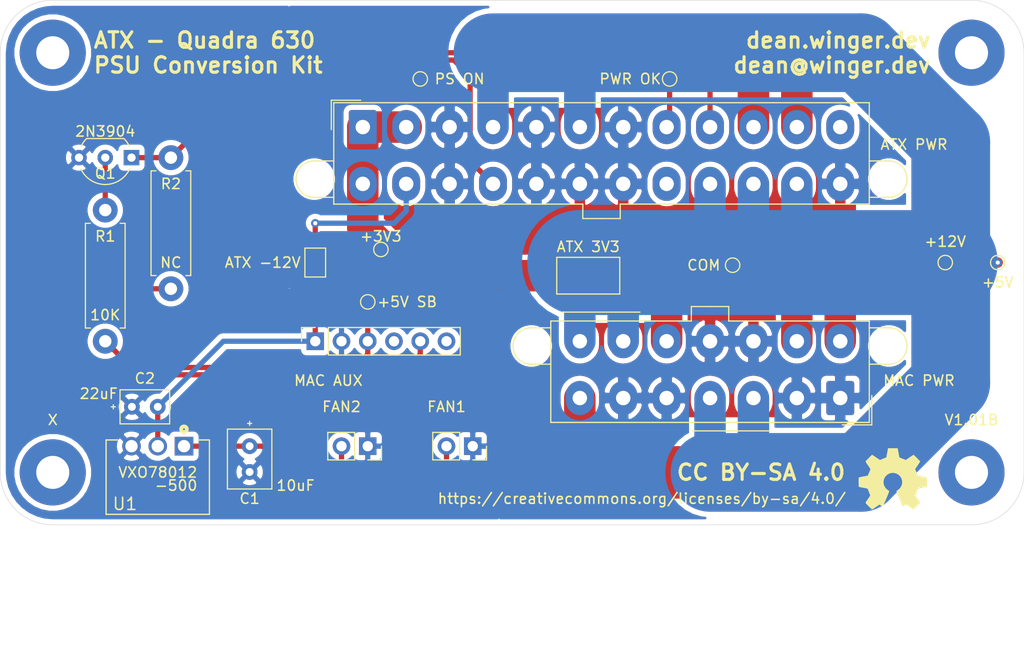
<source format=kicad_pcb>
(kicad_pcb (version 20171130) (host pcbnew 5.1.6-c6e7f7d~87~ubuntu20.04.1)

  (general
    (thickness 1.6)
    (drawings 18)
    (tracks 94)
    (zones 0)
    (modules 25)
    (nets 16)
  )

  (page USLetter)
  (title_block
    (title "ATX - Quadra 630 PSU Conversion Kit")
    (date 2020-09-01)
    (rev V1.01B)
    (company "Dean Winger")
    (comment 1 "dean.winger.dev / dean@winger.dev")
    (comment 3 https://creativecommons.org/licenses/by-sa/4.0/)
    (comment 4 "CC BY-SA 4.0")
  )

  (layers
    (0 F.Cu signal)
    (31 B.Cu signal)
    (32 B.Adhes user)
    (33 F.Adhes user)
    (34 B.Paste user)
    (35 F.Paste user)
    (36 B.SilkS user)
    (37 F.SilkS user)
    (38 B.Mask user)
    (39 F.Mask user)
    (40 Dwgs.User user)
    (41 Cmts.User user)
    (42 Eco1.User user)
    (43 Eco2.User user)
    (44 Edge.Cuts user)
    (45 Margin user)
    (46 B.CrtYd user)
    (47 F.CrtYd user)
    (48 B.Fab user)
    (49 F.Fab user)
  )

  (setup
    (last_trace_width 0.2032)
    (user_trace_width 0.254)
    (user_trace_width 0.508)
    (user_trace_width 1.27)
    (user_trace_width 2.032)
    (user_trace_width 2.54)
    (user_trace_width 3.048)
    (user_trace_width 5.08)
    (user_trace_width 7.62)
    (user_trace_width 10.16)
    (trace_clearance 0.2032)
    (zone_clearance 0.508)
    (zone_45_only no)
    (trace_min 0.2)
    (via_size 0.8)
    (via_drill 0.4)
    (via_min_size 0.4)
    (via_min_drill 0.3)
    (user_via 0.600024 0.300025)
    (user_via 1.016 0.508)
    (user_via 1.524 0.762)
    (uvia_size 0.3)
    (uvia_drill 0.1)
    (uvias_allowed no)
    (uvia_min_size 0.2)
    (uvia_min_drill 0.1)
    (edge_width 0.05)
    (segment_width 0.2)
    (pcb_text_width 0.3)
    (pcb_text_size 1.5 1.5)
    (mod_edge_width 0.12)
    (mod_text_size 1 1)
    (mod_text_width 0.15)
    (pad_size 0.6 0.6)
    (pad_drill 0.3)
    (pad_to_mask_clearance 0.05)
    (aux_axis_origin 0 0)
    (visible_elements FFFFFF7F)
    (pcbplotparams
      (layerselection 0x010f0_ffffffff)
      (usegerberextensions false)
      (usegerberattributes false)
      (usegerberadvancedattributes false)
      (creategerberjobfile false)
      (excludeedgelayer true)
      (linewidth 0.100000)
      (plotframeref false)
      (viasonmask false)
      (mode 1)
      (useauxorigin false)
      (hpglpennumber 1)
      (hpglpenspeed 20)
      (hpglpendiameter 15.000000)
      (psnegative false)
      (psa4output false)
      (plotreference true)
      (plotvalue true)
      (plotinvisibletext false)
      (padsonsilk true)
      (subtractmaskfromsilk false)
      (outputformat 1)
      (mirror false)
      (drillshape 0)
      (scaleselection 1)
      (outputdirectory "Gerbers/"))
  )

  (net 0 "")
  (net 1 "Net-(J1-Pad20)")
  (net 2 "Net-(J1-Pad14)")
  (net 3 "Net-(J2-Pad12)")
  (net 4 "Net-(J3-Pad6)")
  (net 5 "Net-(J3-Pad4)")
  (net 6 /COM)
  (net 7 /+5V)
  (net 8 /PS_ON)
  (net 9 /+3V3)
  (net 10 /+12V)
  (net 11 /+5V_SB)
  (net 12 /PWR_OK)
  (net 13 /-12V)
  (net 14 "Net-(J3-Pad5)")
  (net 15 "Net-(Q1-Pad2)")

  (net_class Default "This is the default net class."
    (clearance 0.2032)
    (trace_width 0.2032)
    (via_dia 0.8)
    (via_drill 0.4)
    (uvia_dia 0.3)
    (uvia_drill 0.1)
    (add_net /+12V)
    (add_net /+3V3)
    (add_net /+5V)
    (add_net /+5V_SB)
    (add_net /-12V)
    (add_net /COM)
    (add_net /PS_ON)
    (add_net /PWR_OK)
    (add_net "Net-(J1-Pad14)")
    (add_net "Net-(J1-Pad20)")
    (add_net "Net-(J2-Pad12)")
    (add_net "Net-(J3-Pad4)")
    (add_net "Net-(J3-Pad5)")
    (add_net "Net-(J3-Pad6)")
    (add_net "Net-(Q1-Pad2)")
  )

  (module custom-footprints:CONV_VXO78012-500 (layer F.Cu) (tedit 5EFD2BF4) (tstamp 5F0263AB)
    (at 43.18 68.58 180)
    (path /5F021394)
    (fp_text reference U1 (at 5.715 -5.588) (layer F.SilkS)
      (effects (font (size 1.183213 1.183213) (thickness 0.15)))
    )
    (fp_text value VXO78012 (at 2.54 -2.54) (layer F.SilkS)
      (effects (font (size 1 1) (thickness 0.15)))
    )
    (fp_circle (center 0 1.64) (end 0.1 1.64) (layer F.SilkS) (width 0.35))
    (fp_line (start -2.46 -6.6) (end 7.54 -6.6) (layer F.Fab) (width 0.127))
    (fp_line (start 7.54 -6.6) (end 7.54 0.6) (layer F.Fab) (width 0.127))
    (fp_line (start 7.54 0.6) (end -2.46 0.6) (layer F.Fab) (width 0.127))
    (fp_line (start -2.46 0.6) (end -2.46 -6.6) (layer F.Fab) (width 0.127))
    (fp_line (start -2.71 -6.85) (end 7.79 -6.85) (layer F.CrtYd) (width 0.05))
    (fp_line (start 7.79 -6.85) (end 7.79 1.15) (layer F.CrtYd) (width 0.05))
    (fp_line (start 7.79 1.15) (end -2.71 1.15) (layer F.CrtYd) (width 0.05))
    (fp_line (start -2.71 1.15) (end -2.71 -6.85) (layer F.CrtYd) (width 0.05))
    (fp_line (start -2.46 -6.6) (end 7.54 -6.6) (layer F.SilkS) (width 0.127))
    (fp_line (start 7.54 -6.6) (end 7.54 0.6) (layer F.SilkS) (width 0.127))
    (fp_line (start -2.46 0.6) (end -2.46 -6.6) (layer F.SilkS) (width 0.127))
    (fp_line (start -2.46 0.6) (end -1.36 0.6) (layer F.SilkS) (width 0.127))
    (fp_line (start 7.54 0.6) (end 6.44 0.6) (layer F.SilkS) (width 0.127))
    (fp_circle (center 0 1.64) (end 0.1 1.64) (layer F.SilkS) (width 0.35))
    (fp_circle (center 0 -0.011) (end 0.1 -0.011) (layer F.Fab) (width 0.35))
    (pad 3 thru_hole circle (at 5.08 0 180) (size 1.8 1.8) (drill 1.2) (layers *.Cu *.Mask)
      (net 6 /COM))
    (pad 2 thru_hole circle (at 2.54 0 180) (size 1.8 1.8) (drill 1.2) (layers *.Cu *.Mask)
      (net 13 /-12V))
    (pad 1 thru_hole rect (at 0 0 180) (size 1.8 1.8) (drill 1.2) (layers *.Cu *.Mask)
      (net 10 /+12V))
  )

  (module Symbol:OSHW-Symbol_6.7x6mm_SilkScreen (layer F.Cu) (tedit 0) (tstamp 5F4ECE48)
    (at 111.76 71.755)
    (descr "Open Source Hardware Symbol")
    (tags "Logo Symbol OSHW")
    (attr virtual)
    (fp_text reference REF** (at 0 0) (layer F.SilkS) hide
      (effects (font (size 1 1) (thickness 0.15)))
    )
    (fp_text value OSHW-Symbol_6.7x6mm_SilkScreen (at 0.75 0) (layer F.Fab) hide
      (effects (font (size 1 1) (thickness 0.15)))
    )
    (fp_poly (pts (xy 0.555814 -2.531069) (xy 0.639635 -2.086445) (xy 0.94892 -1.958947) (xy 1.258206 -1.831449)
      (xy 1.629246 -2.083754) (xy 1.733157 -2.154004) (xy 1.827087 -2.216728) (xy 1.906652 -2.269062)
      (xy 1.96747 -2.308143) (xy 2.005157 -2.331107) (xy 2.015421 -2.336058) (xy 2.03391 -2.323324)
      (xy 2.07342 -2.288118) (xy 2.129522 -2.234938) (xy 2.197787 -2.168282) (xy 2.273786 -2.092646)
      (xy 2.353092 -2.012528) (xy 2.431275 -1.932426) (xy 2.503907 -1.856836) (xy 2.566559 -1.790255)
      (xy 2.614803 -1.737182) (xy 2.64421 -1.702113) (xy 2.651241 -1.690377) (xy 2.641123 -1.66874)
      (xy 2.612759 -1.621338) (xy 2.569129 -1.552807) (xy 2.513218 -1.467785) (xy 2.448006 -1.370907)
      (xy 2.410219 -1.31565) (xy 2.341343 -1.214752) (xy 2.28014 -1.123701) (xy 2.229578 -1.04703)
      (xy 2.192628 -0.989272) (xy 2.172258 -0.954957) (xy 2.169197 -0.947746) (xy 2.176136 -0.927252)
      (xy 2.195051 -0.879487) (xy 2.223087 -0.811168) (xy 2.257391 -0.729011) (xy 2.295109 -0.63973)
      (xy 2.333387 -0.550042) (xy 2.36937 -0.466662) (xy 2.400206 -0.396306) (xy 2.423039 -0.34569)
      (xy 2.435017 -0.321529) (xy 2.435724 -0.320578) (xy 2.454531 -0.315964) (xy 2.504618 -0.305672)
      (xy 2.580793 -0.290713) (xy 2.677865 -0.272099) (xy 2.790643 -0.250841) (xy 2.856442 -0.238582)
      (xy 2.97695 -0.215638) (xy 3.085797 -0.193805) (xy 3.177476 -0.174278) (xy 3.246481 -0.158252)
      (xy 3.287304 -0.146921) (xy 3.295511 -0.143326) (xy 3.303548 -0.118994) (xy 3.310033 -0.064041)
      (xy 3.31497 0.015108) (xy 3.318364 0.112026) (xy 3.320218 0.220287) (xy 3.320538 0.333465)
      (xy 3.319327 0.445135) (xy 3.31659 0.548868) (xy 3.312331 0.638241) (xy 3.306555 0.706826)
      (xy 3.299267 0.748197) (xy 3.294895 0.75681) (xy 3.268764 0.767133) (xy 3.213393 0.781892)
      (xy 3.136107 0.799352) (xy 3.04423 0.81778) (xy 3.012158 0.823741) (xy 2.857524 0.852066)
      (xy 2.735375 0.874876) (xy 2.641673 0.89308) (xy 2.572384 0.907583) (xy 2.523471 0.919292)
      (xy 2.490897 0.929115) (xy 2.470628 0.937956) (xy 2.458626 0.946724) (xy 2.456947 0.948457)
      (xy 2.440184 0.976371) (xy 2.414614 1.030695) (xy 2.382788 1.104777) (xy 2.34726 1.191965)
      (xy 2.310583 1.285608) (xy 2.275311 1.379052) (xy 2.243996 1.465647) (xy 2.219193 1.53874)
      (xy 2.203454 1.591678) (xy 2.199332 1.617811) (xy 2.199676 1.618726) (xy 2.213641 1.640086)
      (xy 2.245322 1.687084) (xy 2.291391 1.754827) (xy 2.348518 1.838423) (xy 2.413373 1.932982)
      (xy 2.431843 1.959854) (xy 2.497699 2.057275) (xy 2.55565 2.146163) (xy 2.602538 2.221412)
      (xy 2.635207 2.27792) (xy 2.6505 2.310581) (xy 2.651241 2.314593) (xy 2.638392 2.335684)
      (xy 2.602888 2.377464) (xy 2.549293 2.435445) (xy 2.482171 2.505135) (xy 2.406087 2.582045)
      (xy 2.325604 2.661683) (xy 2.245287 2.739561) (xy 2.169699 2.811186) (xy 2.103405 2.87207)
      (xy 2.050969 2.917721) (xy 2.016955 2.94365) (xy 2.007545 2.947883) (xy 1.985643 2.937912)
      (xy 1.9408 2.91102) (xy 1.880321 2.871736) (xy 1.833789 2.840117) (xy 1.749475 2.782098)
      (xy 1.649626 2.713784) (xy 1.549473 2.645579) (xy 1.495627 2.609075) (xy 1.313371 2.4858)
      (xy 1.160381 2.56852) (xy 1.090682 2.604759) (xy 1.031414 2.632926) (xy 0.991311 2.648991)
      (xy 0.981103 2.651226) (xy 0.968829 2.634722) (xy 0.944613 2.588082) (xy 0.910263 2.515609)
      (xy 0.867588 2.421606) (xy 0.818394 2.310374) (xy 0.76449 2.186215) (xy 0.707684 2.053432)
      (xy 0.649782 1.916327) (xy 0.592593 1.779202) (xy 0.537924 1.646358) (xy 0.487584 1.522098)
      (xy 0.44338 1.410725) (xy 0.407119 1.316539) (xy 0.380609 1.243844) (xy 0.365658 1.196941)
      (xy 0.363254 1.180833) (xy 0.382311 1.160286) (xy 0.424036 1.126933) (xy 0.479706 1.087702)
      (xy 0.484378 1.084599) (xy 0.628264 0.969423) (xy 0.744283 0.835053) (xy 0.83143 0.685784)
      (xy 0.888699 0.525913) (xy 0.915086 0.359737) (xy 0.909585 0.191552) (xy 0.87119 0.025655)
      (xy 0.798895 -0.133658) (xy 0.777626 -0.168513) (xy 0.666996 -0.309263) (xy 0.536302 -0.422286)
      (xy 0.390064 -0.506997) (xy 0.232808 -0.562806) (xy 0.069057 -0.589126) (xy -0.096667 -0.58537)
      (xy -0.259838 -0.55095) (xy -0.415935 -0.485277) (xy -0.560433 -0.387765) (xy -0.605131 -0.348187)
      (xy -0.718888 -0.224297) (xy -0.801782 -0.093876) (xy -0.858644 0.052315) (xy -0.890313 0.197088)
      (xy -0.898131 0.35986) (xy -0.872062 0.52344) (xy -0.814755 0.682298) (xy -0.728856 0.830906)
      (xy -0.617014 0.963735) (xy -0.481877 1.075256) (xy -0.464117 1.087011) (xy -0.40785 1.125508)
      (xy -0.365077 1.158863) (xy -0.344628 1.18016) (xy -0.344331 1.180833) (xy -0.348721 1.203871)
      (xy -0.366124 1.256157) (xy -0.394732 1.33339) (xy -0.432735 1.431268) (xy -0.478326 1.545491)
      (xy -0.529697 1.671758) (xy -0.585038 1.805767) (xy -0.642542 1.943218) (xy -0.700399 2.079808)
      (xy -0.756802 2.211237) (xy -0.809942 2.333205) (xy -0.85801 2.441409) (xy -0.899199 2.531549)
      (xy -0.931699 2.599323) (xy -0.953703 2.64043) (xy -0.962564 2.651226) (xy -0.98964 2.642819)
      (xy -1.040303 2.620272) (xy -1.105817 2.587613) (xy -1.141841 2.56852) (xy -1.294832 2.4858)
      (xy -1.477088 2.609075) (xy -1.570125 2.672228) (xy -1.671985 2.741727) (xy -1.767438 2.807165)
      (xy -1.81525 2.840117) (xy -1.882495 2.885273) (xy -1.939436 2.921057) (xy -1.978646 2.942938)
      (xy -1.991381 2.947563) (xy -2.009917 2.935085) (xy -2.050941 2.900252) (xy -2.110475 2.846678)
      (xy -2.184542 2.777983) (xy -2.269165 2.697781) (xy -2.322685 2.646286) (xy -2.416319 2.554286)
      (xy -2.497241 2.471999) (xy -2.562177 2.402945) (xy -2.607858 2.350644) (xy -2.631011 2.318616)
      (xy -2.633232 2.312116) (xy -2.622924 2.287394) (xy -2.594439 2.237405) (xy -2.550937 2.167212)
      (xy -2.495577 2.081875) (xy -2.43152 1.986456) (xy -2.413303 1.959854) (xy -2.346927 1.863167)
      (xy -2.287378 1.776117) (xy -2.237984 1.703595) (xy -2.202075 1.650493) (xy -2.182981 1.621703)
      (xy -2.181136 1.618726) (xy -2.183895 1.595782) (xy -2.198538 1.545336) (xy -2.222513 1.474041)
      (xy -2.253266 1.388547) (xy -2.288244 1.295507) (xy -2.324893 1.201574) (xy -2.360661 1.113399)
      (xy -2.392994 1.037634) (xy -2.419338 0.980931) (xy -2.437142 0.949943) (xy -2.438407 0.948457)
      (xy -2.449294 0.939601) (xy -2.467682 0.930843) (xy -2.497606 0.921277) (xy -2.543103 0.909996)
      (xy -2.608209 0.896093) (xy -2.696961 0.878663) (xy -2.813393 0.856798) (xy -2.961542 0.829591)
      (xy -2.993618 0.823741) (xy -3.088686 0.805374) (xy -3.171565 0.787405) (xy -3.23493 0.771569)
      (xy -3.271458 0.7596) (xy -3.276356 0.75681) (xy -3.284427 0.732072) (xy -3.290987 0.67679)
      (xy -3.296033 0.597389) (xy -3.299559 0.500296) (xy -3.301561 0.391938) (xy -3.302036 0.27874)
      (xy -3.300977 0.167128) (xy -3.298382 0.063529) (xy -3.294246 -0.025632) (xy -3.288563 -0.093928)
      (xy -3.281331 -0.134934) (xy -3.276971 -0.143326) (xy -3.252698 -0.151792) (xy -3.197426 -0.165565)
      (xy -3.116662 -0.18345) (xy -3.015912 -0.204252) (xy -2.900683 -0.226777) (xy -2.837902 -0.238582)
      (xy -2.718787 -0.260849) (xy -2.612565 -0.281021) (xy -2.524427 -0.298085) (xy -2.459566 -0.311031)
      (xy -2.423174 -0.318845) (xy -2.417184 -0.320578) (xy -2.407061 -0.34011) (xy -2.385662 -0.387157)
      (xy -2.355839 -0.454997) (xy -2.320445 -0.536909) (xy -2.282332 -0.626172) (xy -2.244353 -0.716065)
      (xy -2.20936 -0.799865) (xy -2.180206 -0.870853) (xy -2.159743 -0.922306) (xy -2.150823 -0.947503)
      (xy -2.150657 -0.948604) (xy -2.160769 -0.968481) (xy -2.189117 -1.014223) (xy -2.232723 -1.081283)
      (xy -2.288606 -1.165116) (xy -2.353787 -1.261174) (xy -2.391679 -1.31635) (xy -2.460725 -1.417519)
      (xy -2.52205 -1.50937) (xy -2.572663 -1.587256) (xy -2.609571 -1.646531) (xy -2.629782 -1.682549)
      (xy -2.632701 -1.690623) (xy -2.620153 -1.709416) (xy -2.585463 -1.749543) (xy -2.533063 -1.806507)
      (xy -2.467384 -1.875815) (xy -2.392856 -1.952969) (xy -2.313913 -2.033475) (xy -2.234983 -2.112837)
      (xy -2.1605 -2.18656) (xy -2.094894 -2.250148) (xy -2.042596 -2.299106) (xy -2.008039 -2.328939)
      (xy -1.996478 -2.336058) (xy -1.977654 -2.326047) (xy -1.932631 -2.297922) (xy -1.865787 -2.254546)
      (xy -1.781499 -2.198782) (xy -1.684144 -2.133494) (xy -1.610707 -2.083754) (xy -1.239667 -1.831449)
      (xy -0.621095 -2.086445) (xy -0.537275 -2.531069) (xy -0.453454 -2.975693) (xy 0.471994 -2.975693)
      (xy 0.555814 -2.531069)) (layer F.SilkS) (width 0.01))
  )

  (module Jumper:SolderJumper-2_P1.3mm_Open_Pad1.0x1.5mm (layer F.Cu) (tedit 5A3EABFC) (tstamp 5EEEC489)
    (at 55.88 50.8 270)
    (descr "SMD Solder Jumper, 1x1.5mm Pads, 0.3mm gap, open")
    (tags "solder jumper open")
    (path /5EF09B4A)
    (attr virtual)
    (fp_text reference JP1 (at 0 -2.794) (layer F.SilkS) hide
      (effects (font (size 1 1) (thickness 0.15)))
    )
    (fp_text value "ATX -12V" (at 0 5.08) (layer F.SilkS)
      (effects (font (size 1 1) (thickness 0.15)))
    )
    (fp_line (start -1.4 1) (end -1.4 -1) (layer F.SilkS) (width 0.12))
    (fp_line (start 1.4 1) (end -1.4 1) (layer F.SilkS) (width 0.12))
    (fp_line (start 1.4 -1) (end 1.4 1) (layer F.SilkS) (width 0.12))
    (fp_line (start -1.4 -1) (end 1.4 -1) (layer F.SilkS) (width 0.12))
    (fp_line (start -1.65 -1.25) (end 1.65 -1.25) (layer F.CrtYd) (width 0.05))
    (fp_line (start -1.65 -1.25) (end -1.65 1.25) (layer F.CrtYd) (width 0.05))
    (fp_line (start 1.65 1.25) (end 1.65 -1.25) (layer F.CrtYd) (width 0.05))
    (fp_line (start 1.65 1.25) (end -1.65 1.25) (layer F.CrtYd) (width 0.05))
    (pad 1 smd rect (at -0.65 0 270) (size 1 1.5) (layers F.Cu F.Mask)
      (net 2 "Net-(J1-Pad14)"))
    (pad 2 smd rect (at 0.65 0 270) (size 1 1.5) (layers F.Cu F.Mask)
      (net 13 /-12V))
  )

  (module Package_TO_SOT_THT:TO-92_Inline_Wide (layer F.Cu) (tedit 5A02FF81) (tstamp 5F06B754)
    (at 38.1 40.64 180)
    (descr "TO-92 leads in-line, wide, drill 0.75mm (see NXP sot054_po.pdf)")
    (tags "to-92 sc-43 sc-43a sot54 PA33 transistor")
    (path /5F07E841)
    (fp_text reference Q1 (at 2.54 -1.524) (layer F.SilkS)
      (effects (font (size 1 1) (thickness 0.15)))
    )
    (fp_text value 2N3904 (at 2.54 2.54) (layer F.SilkS)
      (effects (font (size 1 1) (thickness 0.15)))
    )
    (fp_line (start 6.09 2.01) (end -1.01 2.01) (layer F.CrtYd) (width 0.05))
    (fp_line (start 6.09 2.01) (end 6.09 -2.73) (layer F.CrtYd) (width 0.05))
    (fp_line (start -1.01 -2.73) (end -1.01 2.01) (layer F.CrtYd) (width 0.05))
    (fp_line (start -1.01 -2.73) (end 6.09 -2.73) (layer F.CrtYd) (width 0.05))
    (fp_line (start 0.8 1.75) (end 4.3 1.75) (layer F.Fab) (width 0.1))
    (fp_line (start 0.74 1.85) (end 4.34 1.85) (layer F.SilkS) (width 0.12))
    (fp_text user %R (at 2.54 -3.56) (layer F.Fab)
      (effects (font (size 1 1) (thickness 0.15)))
    )
    (fp_arc (start 2.54 0) (end 0.74 1.85) (angle 20) (layer F.SilkS) (width 0.12))
    (fp_arc (start 2.54 0) (end 2.54 -2.6) (angle -65) (layer F.SilkS) (width 0.12))
    (fp_arc (start 2.54 0) (end 2.54 -2.6) (angle 65) (layer F.SilkS) (width 0.12))
    (fp_arc (start 2.54 0) (end 2.54 -2.48) (angle 135) (layer F.Fab) (width 0.1))
    (fp_arc (start 2.54 0) (end 2.54 -2.48) (angle -135) (layer F.Fab) (width 0.1))
    (fp_arc (start 2.54 0) (end 4.34 1.85) (angle -20) (layer F.SilkS) (width 0.12))
    (pad 2 thru_hole circle (at 2.54 0 270) (size 1.5 1.5) (drill 0.8) (layers *.Cu *.Mask)
      (net 15 "Net-(Q1-Pad2)"))
    (pad 3 thru_hole circle (at 5.08 0 270) (size 1.5 1.5) (drill 0.8) (layers *.Cu *.Mask)
      (net 6 /COM))
    (pad 1 thru_hole rect (at 0 0 270) (size 1.5 1.5) (drill 0.8) (layers *.Cu *.Mask)
      (net 8 /PS_ON))
    (model ${KISYS3DMOD}/Package_TO_SOT_THT.3dshapes/TO-92_Inline_Wide.wrl
      (at (xyz 0 0 0))
      (scale (xyz 1 1 1))
      (rotate (xyz 0 0 0))
    )
  )

  (module Resistor_THT:R_Axial_DIN0411_L9.9mm_D3.6mm_P12.70mm_Horizontal (layer F.Cu) (tedit 5AE5139B) (tstamp 5F06B782)
    (at 41.91 53.34 90)
    (descr "Resistor, Axial_DIN0411 series, Axial, Horizontal, pin pitch=12.7mm, 1W, length*diameter=9.9*3.6mm^2")
    (tags "Resistor Axial_DIN0411 series Axial Horizontal pin pitch 12.7mm 1W length 9.9mm diameter 3.6mm")
    (path /5F094684)
    (fp_text reference R2 (at 10.16 0) (layer F.SilkS)
      (effects (font (size 1 1) (thickness 0.15)))
    )
    (fp_text value NC (at 2.54 0) (layer F.SilkS)
      (effects (font (size 1 1) (thickness 0.15)))
    )
    (fp_line (start 1.4 -1.8) (end 1.4 1.8) (layer F.Fab) (width 0.1))
    (fp_line (start 1.4 1.8) (end 11.3 1.8) (layer F.Fab) (width 0.1))
    (fp_line (start 11.3 1.8) (end 11.3 -1.8) (layer F.Fab) (width 0.1))
    (fp_line (start 11.3 -1.8) (end 1.4 -1.8) (layer F.Fab) (width 0.1))
    (fp_line (start 0 0) (end 1.4 0) (layer F.Fab) (width 0.1))
    (fp_line (start 12.7 0) (end 11.3 0) (layer F.Fab) (width 0.1))
    (fp_line (start 1.28 -1.44) (end 1.28 -1.92) (layer F.SilkS) (width 0.12))
    (fp_line (start 1.28 -1.92) (end 11.42 -1.92) (layer F.SilkS) (width 0.12))
    (fp_line (start 11.42 -1.92) (end 11.42 -1.44) (layer F.SilkS) (width 0.12))
    (fp_line (start 1.28 1.44) (end 1.28 1.92) (layer F.SilkS) (width 0.12))
    (fp_line (start 1.28 1.92) (end 11.42 1.92) (layer F.SilkS) (width 0.12))
    (fp_line (start 11.42 1.92) (end 11.42 1.44) (layer F.SilkS) (width 0.12))
    (fp_line (start -1.45 -2.05) (end -1.45 2.05) (layer F.CrtYd) (width 0.05))
    (fp_line (start -1.45 2.05) (end 14.15 2.05) (layer F.CrtYd) (width 0.05))
    (fp_line (start 14.15 2.05) (end 14.15 -2.05) (layer F.CrtYd) (width 0.05))
    (fp_line (start 14.15 -2.05) (end -1.45 -2.05) (layer F.CrtYd) (width 0.05))
    (fp_text user %R (at 6.35 0 90) (layer F.Fab)
      (effects (font (size 1 1) (thickness 0.15)))
    )
    (pad 2 thru_hole oval (at 12.7 0 90) (size 2.4 2.4) (drill 1.2) (layers *.Cu *.Mask)
      (net 8 /PS_ON))
    (pad 1 thru_hole circle (at 0 0 90) (size 2.4 2.4) (drill 1.2) (layers *.Cu *.Mask)
      (net 11 /+5V_SB))
    (model ${KISYS3DMOD}/Resistor_THT.3dshapes/R_Axial_DIN0411_L9.9mm_D3.6mm_P12.70mm_Horizontal.wrl
      (at (xyz 0 0 0))
      (scale (xyz 1 1 1))
      (rotate (xyz 0 0 0))
    )
  )

  (module Resistor_THT:R_Axial_DIN0411_L9.9mm_D3.6mm_P12.70mm_Horizontal (layer F.Cu) (tedit 5AE5139B) (tstamp 5F06B76B)
    (at 35.56 58.42 90)
    (descr "Resistor, Axial_DIN0411 series, Axial, Horizontal, pin pitch=12.7mm, 1W, length*diameter=9.9*3.6mm^2")
    (tags "Resistor Axial_DIN0411 series Axial Horizontal pin pitch 12.7mm 1W length 9.9mm diameter 3.6mm")
    (path /5F08935D)
    (fp_text reference R1 (at 10.16 0) (layer F.SilkS)
      (effects (font (size 1 1) (thickness 0.15)))
    )
    (fp_text value 10K (at 2.54 0) (layer F.SilkS)
      (effects (font (size 1 1) (thickness 0.15)))
    )
    (fp_line (start 1.4 -1.8) (end 1.4 1.8) (layer F.Fab) (width 0.1))
    (fp_line (start 1.4 1.8) (end 11.3 1.8) (layer F.Fab) (width 0.1))
    (fp_line (start 11.3 1.8) (end 11.3 -1.8) (layer F.Fab) (width 0.1))
    (fp_line (start 11.3 -1.8) (end 1.4 -1.8) (layer F.Fab) (width 0.1))
    (fp_line (start 0 0) (end 1.4 0) (layer F.Fab) (width 0.1))
    (fp_line (start 12.7 0) (end 11.3 0) (layer F.Fab) (width 0.1))
    (fp_line (start 1.28 -1.44) (end 1.28 -1.92) (layer F.SilkS) (width 0.12))
    (fp_line (start 1.28 -1.92) (end 11.42 -1.92) (layer F.SilkS) (width 0.12))
    (fp_line (start 11.42 -1.92) (end 11.42 -1.44) (layer F.SilkS) (width 0.12))
    (fp_line (start 1.28 1.44) (end 1.28 1.92) (layer F.SilkS) (width 0.12))
    (fp_line (start 1.28 1.92) (end 11.42 1.92) (layer F.SilkS) (width 0.12))
    (fp_line (start 11.42 1.92) (end 11.42 1.44) (layer F.SilkS) (width 0.12))
    (fp_line (start -1.45 -2.05) (end -1.45 2.05) (layer F.CrtYd) (width 0.05))
    (fp_line (start -1.45 2.05) (end 14.15 2.05) (layer F.CrtYd) (width 0.05))
    (fp_line (start 14.15 2.05) (end 14.15 -2.05) (layer F.CrtYd) (width 0.05))
    (fp_line (start 14.15 -2.05) (end -1.45 -2.05) (layer F.CrtYd) (width 0.05))
    (fp_text user %R (at 6.35 0 90) (layer F.Fab)
      (effects (font (size 1 1) (thickness 0.15)))
    )
    (pad 2 thru_hole oval (at 12.7 0 90) (size 2.4 2.4) (drill 1.2) (layers *.Cu *.Mask)
      (net 15 "Net-(Q1-Pad2)"))
    (pad 1 thru_hole circle (at 0 0 90) (size 2.4 2.4) (drill 1.2) (layers *.Cu *.Mask)
      (net 14 "Net-(J3-Pad5)"))
    (model ${KISYS3DMOD}/Resistor_THT.3dshapes/R_Axial_DIN0411_L9.9mm_D3.6mm_P12.70mm_Horizontal.wrl
      (at (xyz 0 0 0))
      (scale (xyz 1 1 1))
      (rotate (xyz 0 0 0))
    )
  )

  (module custom-footprints:C2 (layer F.Cu) (tedit 5F0869D1) (tstamp 5F025F20)
    (at 38.14 64.77)
    (path /5F02952C)
    (fp_text reference C2 (at 1.25 -2.75) (layer F.SilkS)
      (effects (font (size 1 1) (thickness 0.15)))
    )
    (fp_text value 22uF (at -3.215 -1.27) (layer F.SilkS)
      (effects (font (size 1 1) (thickness 0.15)))
    )
    (fp_line (start -1.3 -1.8) (end 3.8 -1.8) (layer F.CrtYd) (width 0.12))
    (fp_line (start -1.3 1.8) (end -1.3 -1.8) (layer F.CrtYd) (width 0.12))
    (fp_line (start 3.8 1.8) (end -1.3 1.8) (layer F.CrtYd) (width 0.12))
    (fp_line (start 3.8 -1.8) (end 3.8 1.8) (layer F.CrtYd) (width 0.12))
    (fp_line (start -1.15 -1.65) (end 3.65 -1.65) (layer F.SilkS) (width 0.12))
    (fp_line (start -1.15 1.65) (end -1.15 -1.65) (layer F.SilkS) (width 0.12))
    (fp_line (start 3.65 1.65) (end -1.15 1.65) (layer F.SilkS) (width 0.12))
    (fp_line (start 3.65 -1.65) (end 3.65 1.65) (layer F.SilkS) (width 0.12))
    (fp_line (start -1 1.5) (end 3.5 1.5) (layer F.Fab) (width 0.12))
    (fp_line (start -1 -1.5) (end -1 1.5) (layer F.Fab) (width 0.12))
    (fp_line (start 3.5 1.5) (end 3.5 -1.5) (layer F.Fab) (width 0.12))
    (fp_line (start -1 -1.5) (end 3.5 -1.5) (layer F.Fab) (width 0.12))
    (fp_line (start -1.8 -0.2) (end -1.8 0.2) (layer F.SilkS) (width 0.12))
    (fp_line (start -2 0) (end -1.6 0) (layer F.SilkS) (width 0.12))
    (pad 2 thru_hole circle (at 2.5 0) (size 1.524 1.524) (drill 0.762) (layers *.Cu *.Mask)
      (net 13 /-12V))
    (pad 1 thru_hole circle (at 0 0) (size 1.524 1.524) (drill 0.762) (layers *.Cu *.Mask)
      (net 6 /COM))
  )

  (module custom-footprints:C1 (layer F.Cu) (tedit 5F0869B7) (tstamp 5F025F0E)
    (at 49.53 68.58 270)
    (path /5F028FB0)
    (fp_text reference C1 (at 5.08 0) (layer F.SilkS)
      (effects (font (size 1 1) (thickness 0.15)))
    )
    (fp_text value 10uF (at 3.81 -4.445) (layer F.SilkS)
      (effects (font (size 1 1) (thickness 0.15)))
    )
    (fp_line (start -1.8 -2.3) (end 4.3 -2.3) (layer F.CrtYd) (width 0.12))
    (fp_line (start -1.8 2.3) (end -1.8 -2.3) (layer F.CrtYd) (width 0.12))
    (fp_line (start 4.3 2.3) (end -1.8 2.3) (layer F.CrtYd) (width 0.12))
    (fp_line (start 4.3 -2.3) (end 4.3 2.3) (layer F.CrtYd) (width 0.12))
    (fp_line (start 4.15 2.15) (end 4.15 -2.15) (layer F.SilkS) (width 0.12))
    (fp_line (start -1.65 2.15) (end 4.15 2.15) (layer F.SilkS) (width 0.12))
    (fp_line (start -1.65 -2.15) (end -1.65 2.15) (layer F.SilkS) (width 0.12))
    (fp_line (start 4.15 -2.15) (end -1.65 -2.15) (layer F.SilkS) (width 0.12))
    (fp_line (start -1.5 2) (end -1.5 -2) (layer F.Fab) (width 0.12))
    (fp_line (start 4 2) (end -1.5 2) (layer F.Fab) (width 0.12))
    (fp_line (start 4 -2) (end 4 2) (layer F.Fab) (width 0.12))
    (fp_line (start -1.5 -2) (end 4 -2) (layer F.Fab) (width 0.12))
    (fp_line (start -2.2 -0.2) (end -2.2 0.2) (layer F.SilkS) (width 0.12))
    (fp_line (start -2.4 0) (end -2 0) (layer F.SilkS) (width 0.12))
    (pad 1 thru_hole circle (at 0 0 270) (size 1.524 1.524) (drill 0.762) (layers *.Cu *.Mask)
      (net 10 /+12V))
    (pad 2 thru_hole circle (at 2.5 0 270) (size 1.524 1.524) (drill 0.762) (layers *.Cu *.Mask)
      (net 6 /COM))
  )

  (module TestPoint:TestPoint_Pad_D1.0mm (layer F.Cu) (tedit 5A0F774F) (tstamp 5EEEC491)
    (at 62.23 49.53)
    (descr "SMD pad as test Point, diameter 1.0mm")
    (tags "test point SMD pad")
    (path /5EF13D00)
    (attr virtual)
    (fp_text reference TP1 (at 0 -1.448) (layer F.SilkS) hide
      (effects (font (size 1 1) (thickness 0.15)))
    )
    (fp_text value +3V3 (at 0 -1.27) (layer F.SilkS)
      (effects (font (size 1 1) (thickness 0.15)))
    )
    (fp_circle (center 0 0) (end 1 0) (layer F.CrtYd) (width 0.05))
    (fp_circle (center 0 0) (end 0 0.7) (layer F.SilkS) (width 0.12))
    (fp_text user %R (at 0 -1.45) (layer F.Fab)
      (effects (font (size 1 1) (thickness 0.15)))
    )
    (pad 1 smd circle (at 0 0) (size 1 1) (layers F.Cu F.Mask)
      (net 9 /+3V3))
  )

  (module Connector_PinSocket_2.54mm:PinSocket_1x02_P2.54mm_Vertical (layer F.Cu) (tedit 5A19A420) (tstamp 5EEE5D0D)
    (at 60.96 68.58 270)
    (descr "Through hole straight socket strip, 1x02, 2.54mm pitch, single row (from Kicad 4.0.7), script generated")
    (tags "Through hole socket strip THT 1x02 2.54mm single row")
    (path /5EF0E55B)
    (fp_text reference J5 (at 0 -2.77 90) (layer F.SilkS) hide
      (effects (font (size 1 1) (thickness 0.15)))
    )
    (fp_text value FAN2 (at -3.81 2.54) (layer F.SilkS)
      (effects (font (size 1 1) (thickness 0.15)))
    )
    (fp_line (start -1.27 -1.27) (end 0.635 -1.27) (layer F.Fab) (width 0.1))
    (fp_line (start 0.635 -1.27) (end 1.27 -0.635) (layer F.Fab) (width 0.1))
    (fp_line (start 1.27 -0.635) (end 1.27 3.81) (layer F.Fab) (width 0.1))
    (fp_line (start 1.27 3.81) (end -1.27 3.81) (layer F.Fab) (width 0.1))
    (fp_line (start -1.27 3.81) (end -1.27 -1.27) (layer F.Fab) (width 0.1))
    (fp_line (start -1.33 1.27) (end 1.33 1.27) (layer F.SilkS) (width 0.12))
    (fp_line (start -1.33 1.27) (end -1.33 3.87) (layer F.SilkS) (width 0.12))
    (fp_line (start -1.33 3.87) (end 1.33 3.87) (layer F.SilkS) (width 0.12))
    (fp_line (start 1.33 1.27) (end 1.33 3.87) (layer F.SilkS) (width 0.12))
    (fp_line (start 1.33 -1.33) (end 1.33 0) (layer F.SilkS) (width 0.12))
    (fp_line (start 0 -1.33) (end 1.33 -1.33) (layer F.SilkS) (width 0.12))
    (fp_line (start -1.8 -1.8) (end 1.75 -1.8) (layer F.CrtYd) (width 0.05))
    (fp_line (start 1.75 -1.8) (end 1.75 4.3) (layer F.CrtYd) (width 0.05))
    (fp_line (start 1.75 4.3) (end -1.8 4.3) (layer F.CrtYd) (width 0.05))
    (fp_line (start -1.8 4.3) (end -1.8 -1.8) (layer F.CrtYd) (width 0.05))
    (fp_text user %R (at 0 1.27) (layer F.Fab)
      (effects (font (size 1 1) (thickness 0.15)))
    )
    (pad 2 thru_hole oval (at 0 2.54 270) (size 1.7 1.7) (drill 1) (layers *.Cu *.Mask)
      (net 10 /+12V))
    (pad 1 thru_hole rect (at 0 0 270) (size 1.7 1.7) (drill 1) (layers *.Cu *.Mask)
      (net 6 /COM))
    (model ${KISYS3DMOD}/Connector_PinSocket_2.54mm.3dshapes/PinSocket_1x02_P2.54mm_Vertical.wrl
      (at (xyz 0 0 0))
      (scale (xyz 1 1 1))
      (rotate (xyz 0 0 0))
    )
  )

  (module Connector_PinSocket_2.54mm:PinSocket_1x02_P2.54mm_Vertical (layer F.Cu) (tedit 5A19A420) (tstamp 5EEE5CF7)
    (at 71.12 68.58 270)
    (descr "Through hole straight socket strip, 1x02, 2.54mm pitch, single row (from Kicad 4.0.7), script generated")
    (tags "Through hole socket strip THT 1x02 2.54mm single row")
    (path /5EF0B604)
    (fp_text reference J4 (at 0 -2.77 90) (layer F.SilkS) hide
      (effects (font (size 1 1) (thickness 0.15)))
    )
    (fp_text value FAN1 (at -3.81 2.54) (layer F.SilkS)
      (effects (font (size 1 1) (thickness 0.15)))
    )
    (fp_line (start -1.27 -1.27) (end 0.635 -1.27) (layer F.Fab) (width 0.1))
    (fp_line (start 0.635 -1.27) (end 1.27 -0.635) (layer F.Fab) (width 0.1))
    (fp_line (start 1.27 -0.635) (end 1.27 3.81) (layer F.Fab) (width 0.1))
    (fp_line (start 1.27 3.81) (end -1.27 3.81) (layer F.Fab) (width 0.1))
    (fp_line (start -1.27 3.81) (end -1.27 -1.27) (layer F.Fab) (width 0.1))
    (fp_line (start -1.33 1.27) (end 1.33 1.27) (layer F.SilkS) (width 0.12))
    (fp_line (start -1.33 1.27) (end -1.33 3.87) (layer F.SilkS) (width 0.12))
    (fp_line (start -1.33 3.87) (end 1.33 3.87) (layer F.SilkS) (width 0.12))
    (fp_line (start 1.33 1.27) (end 1.33 3.87) (layer F.SilkS) (width 0.12))
    (fp_line (start 1.33 -1.33) (end 1.33 0) (layer F.SilkS) (width 0.12))
    (fp_line (start 0 -1.33) (end 1.33 -1.33) (layer F.SilkS) (width 0.12))
    (fp_line (start -1.8 -1.8) (end 1.75 -1.8) (layer F.CrtYd) (width 0.05))
    (fp_line (start 1.75 -1.8) (end 1.75 4.3) (layer F.CrtYd) (width 0.05))
    (fp_line (start 1.75 4.3) (end -1.8 4.3) (layer F.CrtYd) (width 0.05))
    (fp_line (start -1.8 4.3) (end -1.8 -1.8) (layer F.CrtYd) (width 0.05))
    (fp_text user %R (at 0 1.27) (layer F.Fab)
      (effects (font (size 1 1) (thickness 0.15)))
    )
    (pad 2 thru_hole oval (at 0 2.54 270) (size 1.7 1.7) (drill 1) (layers *.Cu *.Mask)
      (net 10 /+12V))
    (pad 1 thru_hole rect (at 0 0 270) (size 1.7 1.7) (drill 1) (layers *.Cu *.Mask)
      (net 6 /COM))
    (model ${KISYS3DMOD}/Connector_PinSocket_2.54mm.3dshapes/PinSocket_1x02_P2.54mm_Vertical.wrl
      (at (xyz 0 0 0))
      (scale (xyz 1 1 1))
      (rotate (xyz 0 0 0))
    )
  )

  (module Connector_PinSocket_2.54mm:PinSocket_1x06_P2.54mm_Vertical (layer F.Cu) (tedit 5A19A430) (tstamp 5EEE5CB7)
    (at 55.88 58.42 90)
    (descr "Through hole straight socket strip, 1x06, 2.54mm pitch, single row (from Kicad 4.0.7), script generated")
    (tags "Through hole socket strip THT 1x06 2.54mm single row")
    (path /5EF02C61)
    (fp_text reference J3 (at 0 -2.77 90) (layer F.SilkS) hide
      (effects (font (size 1 1) (thickness 0.15)))
    )
    (fp_text value "MAC AUX" (at -3.81 1.27) (layer F.SilkS)
      (effects (font (size 1 1) (thickness 0.15)))
    )
    (fp_line (start -1.27 -1.27) (end 0.635 -1.27) (layer F.Fab) (width 0.1))
    (fp_line (start 0.635 -1.27) (end 1.27 -0.635) (layer F.Fab) (width 0.1))
    (fp_line (start 1.27 -0.635) (end 1.27 13.97) (layer F.Fab) (width 0.1))
    (fp_line (start 1.27 13.97) (end -1.27 13.97) (layer F.Fab) (width 0.1))
    (fp_line (start -1.27 13.97) (end -1.27 -1.27) (layer F.Fab) (width 0.1))
    (fp_line (start -1.33 1.27) (end 1.33 1.27) (layer F.SilkS) (width 0.12))
    (fp_line (start -1.33 1.27) (end -1.33 14.03) (layer F.SilkS) (width 0.12))
    (fp_line (start -1.33 14.03) (end 1.33 14.03) (layer F.SilkS) (width 0.12))
    (fp_line (start 1.33 1.27) (end 1.33 14.03) (layer F.SilkS) (width 0.12))
    (fp_line (start 1.33 -1.33) (end 1.33 0) (layer F.SilkS) (width 0.12))
    (fp_line (start 0 -1.33) (end 1.33 -1.33) (layer F.SilkS) (width 0.12))
    (fp_line (start -1.8 -1.8) (end 1.75 -1.8) (layer F.CrtYd) (width 0.05))
    (fp_line (start 1.75 -1.8) (end 1.75 14.45) (layer F.CrtYd) (width 0.05))
    (fp_line (start 1.75 14.45) (end -1.8 14.45) (layer F.CrtYd) (width 0.05))
    (fp_line (start -1.8 14.45) (end -1.8 -1.8) (layer F.CrtYd) (width 0.05))
    (fp_text user %R (at 0 6.35) (layer F.Fab)
      (effects (font (size 1 1) (thickness 0.15)))
    )
    (pad 6 thru_hole oval (at 0 12.7 90) (size 1.7 1.7) (drill 1) (layers *.Cu *.Mask)
      (net 4 "Net-(J3-Pad6)"))
    (pad 5 thru_hole oval (at 0 10.16 90) (size 1.7 1.7) (drill 1) (layers *.Cu *.Mask)
      (net 14 "Net-(J3-Pad5)"))
    (pad 4 thru_hole oval (at 0 7.62 90) (size 1.7 1.7) (drill 1) (layers *.Cu *.Mask)
      (net 5 "Net-(J3-Pad4)"))
    (pad 3 thru_hole oval (at 0 5.08 90) (size 1.7 1.7) (drill 1) (layers *.Cu *.Mask)
      (net 11 /+5V_SB))
    (pad 2 thru_hole oval (at 0 2.54 90) (size 1.7 1.7) (drill 1) (layers *.Cu *.Mask)
      (net 6 /COM))
    (pad 1 thru_hole rect (at 0 0 90) (size 1.7 1.7) (drill 1) (layers *.Cu *.Mask)
      (net 13 /-12V))
    (model ${KISYS3DMOD}/Connector_PinSocket_2.54mm.3dshapes/PinSocket_1x06_P2.54mm_Vertical.wrl
      (at (xyz 0 0 0))
      (scale (xyz 1 1 1))
      (rotate (xyz 0 0 0))
    )
  )

  (module TestPoint:TestPoint_Pad_D1.0mm (layer F.Cu) (tedit 5A0F774F) (tstamp 5EFD3370)
    (at 96.266 51.054)
    (descr "SMD pad as test Point, diameter 1.0mm")
    (tags "test point SMD pad")
    (path /5EFD6643)
    (attr virtual)
    (fp_text reference TP7 (at 0 -1.448) (layer F.SilkS) hide
      (effects (font (size 1 1) (thickness 0.15)))
    )
    (fp_text value COM (at -2.794 0) (layer F.SilkS)
      (effects (font (size 1 1) (thickness 0.15)))
    )
    (fp_circle (center 0 0) (end 1 0) (layer F.CrtYd) (width 0.05))
    (fp_circle (center 0 0) (end 0 0.7) (layer F.SilkS) (width 0.12))
    (fp_text user %R (at 0 -1.45) (layer F.Fab)
      (effects (font (size 1 1) (thickness 0.15)))
    )
    (pad 1 smd circle (at 0 0) (size 1 1) (layers F.Cu F.Mask)
      (net 6 /COM))
  )

  (module custom-footprints:J2 (layer F.Cu) (tedit 5EFA076A) (tstamp 5EF9F6E6)
    (at 82.296 52.07 180)
    (descr "SMD Solder Jumper, 1x1.5mm Pads, 0.3mm gap, open")
    (tags "solder jumper open")
    (path /5F01EC1C)
    (attr virtual)
    (fp_text reference JP2 (at 0 -2.794) (layer F.SilkS) hide
      (effects (font (size 1 1) (thickness 0.15)))
    )
    (fp_text value "ATX 3V3" (at 0 2.794) (layer F.SilkS)
      (effects (font (size 1 1) (thickness 0.15)))
    )
    (fp_line (start -3.048 1.778) (end -3.048 -1.778) (layer F.SilkS) (width 0.12))
    (fp_line (start 3.048 1.778) (end -3.048 1.778) (layer F.SilkS) (width 0.12))
    (fp_line (start 3.048 -1.778) (end 3.048 1.778) (layer F.SilkS) (width 0.12))
    (fp_line (start -3.048 -1.778) (end 3.048 -1.778) (layer F.SilkS) (width 0.12))
    (fp_line (start -3.302 -2.032) (end 3.302 -2.032) (layer F.CrtYd) (width 0.05))
    (fp_line (start -3.302 -2.032) (end -3.302 2.032) (layer F.CrtYd) (width 0.05))
    (fp_line (start 3.302 2.032) (end 3.302 -2.032) (layer F.CrtYd) (width 0.05))
    (fp_line (start 3.302 2.032) (end -3.302 2.032) (layer F.CrtYd) (width 0.05))
    (pad 1 smd rect (at -1.524 0 180) (size 2.5 3) (layers F.Cu F.Mask)
      (net 3 "Net-(J2-Pad12)"))
    (pad 2 smd rect (at 1.524 0 180) (size 2.5 3) (layers F.Cu F.Mask)
      (net 9 /+3V3))
  )

  (module Connector_Molex:Molex_Mini-Fit_Jr_5566-24A2_2x12_P4.20mm_Vertical (layer F.Cu) (tedit 5B781992) (tstamp 5EEE5C19)
    (at 60.48 37.68)
    (descr "Molex Mini-Fit Jr. Power Connectors, old mpn/engineering number: 5566-24A2, example for new mpn: 39-28-924x, 12 Pins per row, Mounting: Snap-in Plastic Peg PCB Lock (http://www.molex.com/pdm_docs/sd/039289068_sd.pdf), generated with kicad-footprint-generator")
    (tags "connector Molex Mini-Fit_Jr side entryplastic_peg")
    (path /5EEF4130)
    (fp_text reference J1 (at 23.1 -3.45) (layer F.SilkS) hide
      (effects (font (size 1 1) (thickness 0.15)))
    )
    (fp_text value "ATX PWR" (at 53.34 1.69) (layer F.SilkS)
      (effects (font (size 1 1) (thickness 0.15)))
    )
    (fp_line (start 49.4 -2.75) (end -3.2 -2.75) (layer F.CrtYd) (width 0.05))
    (fp_line (start 49.4 3.04) (end 49.4 -2.75) (layer F.CrtYd) (width 0.05))
    (fp_line (start 52.9 3.04) (end 49.4 3.04) (layer F.CrtYd) (width 0.05))
    (fp_line (start 52.9 9.25) (end 52.9 3.04) (layer F.CrtYd) (width 0.05))
    (fp_line (start -6.7 9.25) (end 52.9 9.25) (layer F.CrtYd) (width 0.05))
    (fp_line (start -6.7 3.04) (end -6.7 9.25) (layer F.CrtYd) (width 0.05))
    (fp_line (start -3.2 3.04) (end -6.7 3.04) (layer F.CrtYd) (width 0.05))
    (fp_line (start -3.2 -2.75) (end -3.2 3.04) (layer F.CrtYd) (width 0.05))
    (fp_line (start -3.05 -2.6) (end -3.05 0.25) (layer F.Fab) (width 0.1))
    (fp_line (start -0.2 -2.6) (end -3.05 -2.6) (layer F.Fab) (width 0.1))
    (fp_line (start -3.05 -2.6) (end -3.05 0.25) (layer F.SilkS) (width 0.12))
    (fp_line (start -0.2 -2.6) (end -3.05 -2.6) (layer F.SilkS) (width 0.12))
    (fp_line (start 24.91 8.86) (end 23.1 8.86) (layer F.SilkS) (width 0.12))
    (fp_line (start 24.91 7.46) (end 24.91 8.86) (layer F.SilkS) (width 0.12))
    (fp_line (start 49.01 7.46) (end 24.91 7.46) (layer F.SilkS) (width 0.12))
    (fp_line (start 49.01 -2.36) (end 49.01 7.46) (layer F.SilkS) (width 0.12))
    (fp_line (start 23.1 -2.36) (end 49.01 -2.36) (layer F.SilkS) (width 0.12))
    (fp_line (start 21.29 8.86) (end 23.1 8.86) (layer F.SilkS) (width 0.12))
    (fp_line (start 21.29 7.46) (end 21.29 8.86) (layer F.SilkS) (width 0.12))
    (fp_line (start -2.81 7.46) (end 21.29 7.46) (layer F.SilkS) (width 0.12))
    (fp_line (start -2.81 -2.36) (end -2.81 7.46) (layer F.SilkS) (width 0.12))
    (fp_line (start 23.1 -2.36) (end -2.81 -2.36) (layer F.SilkS) (width 0.12))
    (fp_line (start 47.85 6.5) (end 44.55 6.5) (layer F.Fab) (width 0.1))
    (fp_line (start 47.85 4.025) (end 47.85 6.5) (layer F.Fab) (width 0.1))
    (fp_line (start 47.025 3.2) (end 47.85 4.025) (layer F.Fab) (width 0.1))
    (fp_line (start 45.375 3.2) (end 47.025 3.2) (layer F.Fab) (width 0.1))
    (fp_line (start 44.55 4.025) (end 45.375 3.2) (layer F.Fab) (width 0.1))
    (fp_line (start 44.55 6.5) (end 44.55 4.025) (layer F.Fab) (width 0.1))
    (fp_line (start 47.85 -1) (end 44.55 -1) (layer F.Fab) (width 0.1))
    (fp_line (start 47.85 2.3) (end 47.85 -1) (layer F.Fab) (width 0.1))
    (fp_line (start 44.55 2.3) (end 47.85 2.3) (layer F.Fab) (width 0.1))
    (fp_line (start 44.55 -1) (end 44.55 2.3) (layer F.Fab) (width 0.1))
    (fp_line (start 43.65 2.3) (end 40.35 2.3) (layer F.Fab) (width 0.1))
    (fp_line (start 43.65 -0.175) (end 43.65 2.3) (layer F.Fab) (width 0.1))
    (fp_line (start 42.825 -1) (end 43.65 -0.175) (layer F.Fab) (width 0.1))
    (fp_line (start 41.175 -1) (end 42.825 -1) (layer F.Fab) (width 0.1))
    (fp_line (start 40.35 -0.175) (end 41.175 -1) (layer F.Fab) (width 0.1))
    (fp_line (start 40.35 2.3) (end 40.35 -0.175) (layer F.Fab) (width 0.1))
    (fp_line (start 43.65 3.2) (end 40.35 3.2) (layer F.Fab) (width 0.1))
    (fp_line (start 43.65 6.5) (end 43.65 3.2) (layer F.Fab) (width 0.1))
    (fp_line (start 40.35 6.5) (end 43.65 6.5) (layer F.Fab) (width 0.1))
    (fp_line (start 40.35 3.2) (end 40.35 6.5) (layer F.Fab) (width 0.1))
    (fp_line (start 39.45 2.3) (end 36.15 2.3) (layer F.Fab) (width 0.1))
    (fp_line (start 39.45 -0.175) (end 39.45 2.3) (layer F.Fab) (width 0.1))
    (fp_line (start 38.625 -1) (end 39.45 -0.175) (layer F.Fab) (width 0.1))
    (fp_line (start 36.975 -1) (end 38.625 -1) (layer F.Fab) (width 0.1))
    (fp_line (start 36.15 -0.175) (end 36.975 -1) (layer F.Fab) (width 0.1))
    (fp_line (start 36.15 2.3) (end 36.15 -0.175) (layer F.Fab) (width 0.1))
    (fp_line (start 39.45 3.2) (end 36.15 3.2) (layer F.Fab) (width 0.1))
    (fp_line (start 39.45 6.5) (end 39.45 3.2) (layer F.Fab) (width 0.1))
    (fp_line (start 36.15 6.5) (end 39.45 6.5) (layer F.Fab) (width 0.1))
    (fp_line (start 36.15 3.2) (end 36.15 6.5) (layer F.Fab) (width 0.1))
    (fp_line (start 35.25 6.5) (end 31.95 6.5) (layer F.Fab) (width 0.1))
    (fp_line (start 35.25 4.025) (end 35.25 6.5) (layer F.Fab) (width 0.1))
    (fp_line (start 34.425 3.2) (end 35.25 4.025) (layer F.Fab) (width 0.1))
    (fp_line (start 32.775 3.2) (end 34.425 3.2) (layer F.Fab) (width 0.1))
    (fp_line (start 31.95 4.025) (end 32.775 3.2) (layer F.Fab) (width 0.1))
    (fp_line (start 31.95 6.5) (end 31.95 4.025) (layer F.Fab) (width 0.1))
    (fp_line (start 35.25 -1) (end 31.95 -1) (layer F.Fab) (width 0.1))
    (fp_line (start 35.25 2.3) (end 35.25 -1) (layer F.Fab) (width 0.1))
    (fp_line (start 31.95 2.3) (end 35.25 2.3) (layer F.Fab) (width 0.1))
    (fp_line (start 31.95 -1) (end 31.95 2.3) (layer F.Fab) (width 0.1))
    (fp_line (start 31.05 6.5) (end 27.75 6.5) (layer F.Fab) (width 0.1))
    (fp_line (start 31.05 4.025) (end 31.05 6.5) (layer F.Fab) (width 0.1))
    (fp_line (start 30.225 3.2) (end 31.05 4.025) (layer F.Fab) (width 0.1))
    (fp_line (start 28.575 3.2) (end 30.225 3.2) (layer F.Fab) (width 0.1))
    (fp_line (start 27.75 4.025) (end 28.575 3.2) (layer F.Fab) (width 0.1))
    (fp_line (start 27.75 6.5) (end 27.75 4.025) (layer F.Fab) (width 0.1))
    (fp_line (start 31.05 -1) (end 27.75 -1) (layer F.Fab) (width 0.1))
    (fp_line (start 31.05 2.3) (end 31.05 -1) (layer F.Fab) (width 0.1))
    (fp_line (start 27.75 2.3) (end 31.05 2.3) (layer F.Fab) (width 0.1))
    (fp_line (start 27.75 -1) (end 27.75 2.3) (layer F.Fab) (width 0.1))
    (fp_line (start 26.85 2.3) (end 23.55 2.3) (layer F.Fab) (width 0.1))
    (fp_line (start 26.85 -0.175) (end 26.85 2.3) (layer F.Fab) (width 0.1))
    (fp_line (start 26.025 -1) (end 26.85 -0.175) (layer F.Fab) (width 0.1))
    (fp_line (start 24.375 -1) (end 26.025 -1) (layer F.Fab) (width 0.1))
    (fp_line (start 23.55 -0.175) (end 24.375 -1) (layer F.Fab) (width 0.1))
    (fp_line (start 23.55 2.3) (end 23.55 -0.175) (layer F.Fab) (width 0.1))
    (fp_line (start 26.85 3.2) (end 23.55 3.2) (layer F.Fab) (width 0.1))
    (fp_line (start 26.85 6.5) (end 26.85 3.2) (layer F.Fab) (width 0.1))
    (fp_line (start 23.55 6.5) (end 26.85 6.5) (layer F.Fab) (width 0.1))
    (fp_line (start 23.55 3.2) (end 23.55 6.5) (layer F.Fab) (width 0.1))
    (fp_line (start 22.65 2.3) (end 19.35 2.3) (layer F.Fab) (width 0.1))
    (fp_line (start 22.65 -0.175) (end 22.65 2.3) (layer F.Fab) (width 0.1))
    (fp_line (start 21.825 -1) (end 22.65 -0.175) (layer F.Fab) (width 0.1))
    (fp_line (start 20.175 -1) (end 21.825 -1) (layer F.Fab) (width 0.1))
    (fp_line (start 19.35 -0.175) (end 20.175 -1) (layer F.Fab) (width 0.1))
    (fp_line (start 19.35 2.3) (end 19.35 -0.175) (layer F.Fab) (width 0.1))
    (fp_line (start 22.65 3.2) (end 19.35 3.2) (layer F.Fab) (width 0.1))
    (fp_line (start 22.65 6.5) (end 22.65 3.2) (layer F.Fab) (width 0.1))
    (fp_line (start 19.35 6.5) (end 22.65 6.5) (layer F.Fab) (width 0.1))
    (fp_line (start 19.35 3.2) (end 19.35 6.5) (layer F.Fab) (width 0.1))
    (fp_line (start 18.45 6.5) (end 15.15 6.5) (layer F.Fab) (width 0.1))
    (fp_line (start 18.45 4.025) (end 18.45 6.5) (layer F.Fab) (width 0.1))
    (fp_line (start 17.625 3.2) (end 18.45 4.025) (layer F.Fab) (width 0.1))
    (fp_line (start 15.975 3.2) (end 17.625 3.2) (layer F.Fab) (width 0.1))
    (fp_line (start 15.15 4.025) (end 15.975 3.2) (layer F.Fab) (width 0.1))
    (fp_line (start 15.15 6.5) (end 15.15 4.025) (layer F.Fab) (width 0.1))
    (fp_line (start 18.45 -1) (end 15.15 -1) (layer F.Fab) (width 0.1))
    (fp_line (start 18.45 2.3) (end 18.45 -1) (layer F.Fab) (width 0.1))
    (fp_line (start 15.15 2.3) (end 18.45 2.3) (layer F.Fab) (width 0.1))
    (fp_line (start 15.15 -1) (end 15.15 2.3) (layer F.Fab) (width 0.1))
    (fp_line (start 14.25 6.5) (end 10.95 6.5) (layer F.Fab) (width 0.1))
    (fp_line (start 14.25 4.025) (end 14.25 6.5) (layer F.Fab) (width 0.1))
    (fp_line (start 13.425 3.2) (end 14.25 4.025) (layer F.Fab) (width 0.1))
    (fp_line (start 11.775 3.2) (end 13.425 3.2) (layer F.Fab) (width 0.1))
    (fp_line (start 10.95 4.025) (end 11.775 3.2) (layer F.Fab) (width 0.1))
    (fp_line (start 10.95 6.5) (end 10.95 4.025) (layer F.Fab) (width 0.1))
    (fp_line (start 14.25 -1) (end 10.95 -1) (layer F.Fab) (width 0.1))
    (fp_line (start 14.25 2.3) (end 14.25 -1) (layer F.Fab) (width 0.1))
    (fp_line (start 10.95 2.3) (end 14.25 2.3) (layer F.Fab) (width 0.1))
    (fp_line (start 10.95 -1) (end 10.95 2.3) (layer F.Fab) (width 0.1))
    (fp_line (start 10.05 2.3) (end 6.75 2.3) (layer F.Fab) (width 0.1))
    (fp_line (start 10.05 -0.175) (end 10.05 2.3) (layer F.Fab) (width 0.1))
    (fp_line (start 9.225 -1) (end 10.05 -0.175) (layer F.Fab) (width 0.1))
    (fp_line (start 7.575 -1) (end 9.225 -1) (layer F.Fab) (width 0.1))
    (fp_line (start 6.75 -0.175) (end 7.575 -1) (layer F.Fab) (width 0.1))
    (fp_line (start 6.75 2.3) (end 6.75 -0.175) (layer F.Fab) (width 0.1))
    (fp_line (start 10.05 3.2) (end 6.75 3.2) (layer F.Fab) (width 0.1))
    (fp_line (start 10.05 6.5) (end 10.05 3.2) (layer F.Fab) (width 0.1))
    (fp_line (start 6.75 6.5) (end 10.05 6.5) (layer F.Fab) (width 0.1))
    (fp_line (start 6.75 3.2) (end 6.75 6.5) (layer F.Fab) (width 0.1))
    (fp_line (start 5.85 2.3) (end 2.55 2.3) (layer F.Fab) (width 0.1))
    (fp_line (start 5.85 -0.175) (end 5.85 2.3) (layer F.Fab) (width 0.1))
    (fp_line (start 5.025 -1) (end 5.85 -0.175) (layer F.Fab) (width 0.1))
    (fp_line (start 3.375 -1) (end 5.025 -1) (layer F.Fab) (width 0.1))
    (fp_line (start 2.55 -0.175) (end 3.375 -1) (layer F.Fab) (width 0.1))
    (fp_line (start 2.55 2.3) (end 2.55 -0.175) (layer F.Fab) (width 0.1))
    (fp_line (start 5.85 3.2) (end 2.55 3.2) (layer F.Fab) (width 0.1))
    (fp_line (start 5.85 6.5) (end 5.85 3.2) (layer F.Fab) (width 0.1))
    (fp_line (start 2.55 6.5) (end 5.85 6.5) (layer F.Fab) (width 0.1))
    (fp_line (start 2.55 3.2) (end 2.55 6.5) (layer F.Fab) (width 0.1))
    (fp_line (start 1.65 6.5) (end -1.65 6.5) (layer F.Fab) (width 0.1))
    (fp_line (start 1.65 4.025) (end 1.65 6.5) (layer F.Fab) (width 0.1))
    (fp_line (start 0.825 3.2) (end 1.65 4.025) (layer F.Fab) (width 0.1))
    (fp_line (start -0.825 3.2) (end 0.825 3.2) (layer F.Fab) (width 0.1))
    (fp_line (start -1.65 4.025) (end -0.825 3.2) (layer F.Fab) (width 0.1))
    (fp_line (start -1.65 6.5) (end -1.65 4.025) (layer F.Fab) (width 0.1))
    (fp_line (start 1.65 -1) (end -1.65 -1) (layer F.Fab) (width 0.1))
    (fp_line (start 1.65 2.3) (end 1.65 -1) (layer F.Fab) (width 0.1))
    (fp_line (start -1.65 2.3) (end 1.65 2.3) (layer F.Fab) (width 0.1))
    (fp_line (start -1.65 -1) (end -1.65 2.3) (layer F.Fab) (width 0.1))
    (fp_line (start 24.8 8.75) (end 24.8 7.35) (layer F.Fab) (width 0.1))
    (fp_line (start 21.4 8.75) (end 24.8 8.75) (layer F.Fab) (width 0.1))
    (fp_line (start 21.4 7.35) (end 21.4 8.75) (layer F.Fab) (width 0.1))
    (fp_line (start 48.9 -2.25) (end -2.7 -2.25) (layer F.Fab) (width 0.1))
    (fp_line (start 48.9 7.35) (end 48.9 -2.25) (layer F.Fab) (width 0.1))
    (fp_line (start -2.7 7.35) (end 48.9 7.35) (layer F.Fab) (width 0.1))
    (fp_line (start -2.7 -2.25) (end -2.7 7.35) (layer F.Fab) (width 0.1))
    (fp_line (start 50.9 6.8) (end 49.01 6.8) (layer F.SilkS) (width 0.12))
    (fp_line (start 50.9 3.28) (end 49.01 3.28) (layer F.SilkS) (width 0.12))
    (fp_line (start -4.7 6.8) (end -2.81 6.8) (layer F.SilkS) (width 0.12))
    (fp_line (start -4.7 3.28) (end -2.81 3.28) (layer F.SilkS) (width 0.12))
    (fp_line (start 50.9 6.54) (end 48.9 6.54) (layer F.Fab) (width 0.1))
    (fp_line (start 50.9 3.54) (end 48.9 3.54) (layer F.Fab) (width 0.1))
    (fp_line (start -4.7 6.54) (end -2.7 6.54) (layer F.Fab) (width 0.1))
    (fp_line (start -4.7 3.54) (end -2.7 3.54) (layer F.Fab) (width 0.1))
    (fp_arc (start -4.7 5.04) (end -4.7 6.54) (angle 180) (layer F.Fab) (width 0.1))
    (fp_arc (start 50.9 5.04) (end 50.9 3.54) (angle 180) (layer F.Fab) (width 0.1))
    (fp_arc (start -4.7 5.04) (end -4.7 6.8) (angle 180) (layer F.SilkS) (width 0.12))
    (fp_arc (start 50.9 5.04) (end 50.9 3.28) (angle 180) (layer F.SilkS) (width 0.12))
    (fp_text user %R (at 23.1 -1.55) (layer F.Fab)
      (effects (font (size 1 1) (thickness 0.15)))
    )
    (pad 1 thru_hole roundrect (at 0 0) (size 2.7 3.3) (drill 1.4) (layers *.Cu *.Mask) (roundrect_rratio 0.09259299999999999)
      (net 9 /+3V3))
    (pad 2 thru_hole oval (at 4.2 0) (size 2.7 3.3) (drill 1.4) (layers *.Cu *.Mask)
      (net 9 /+3V3))
    (pad 3 thru_hole oval (at 8.4 0) (size 2.7 3.3) (drill 1.4) (layers *.Cu *.Mask)
      (net 6 /COM))
    (pad 4 thru_hole oval (at 12.6 0) (size 2.7 3.3) (drill 1.4) (layers *.Cu *.Mask)
      (net 7 /+5V))
    (pad 5 thru_hole oval (at 16.8 0) (size 2.7 3.3) (drill 1.4) (layers *.Cu *.Mask)
      (net 6 /COM))
    (pad 6 thru_hole oval (at 21 0) (size 2.7 3.3) (drill 1.4) (layers *.Cu *.Mask)
      (net 7 /+5V))
    (pad 7 thru_hole oval (at 25.2 0) (size 2.7 3.3) (drill 1.4) (layers *.Cu *.Mask)
      (net 6 /COM))
    (pad 8 thru_hole oval (at 29.4 0) (size 2.7 3.3) (drill 1.4) (layers *.Cu *.Mask)
      (net 12 /PWR_OK))
    (pad 9 thru_hole oval (at 33.6 0) (size 2.7 3.3) (drill 1.4) (layers *.Cu *.Mask)
      (net 11 /+5V_SB))
    (pad 10 thru_hole oval (at 37.8 0) (size 2.7 3.3) (drill 1.4) (layers *.Cu *.Mask)
      (net 10 /+12V))
    (pad 11 thru_hole oval (at 42 0) (size 2.7 3.3) (drill 1.4) (layers *.Cu *.Mask)
      (net 10 /+12V))
    (pad 12 thru_hole oval (at 46.2 0) (size 2.7 3.3) (drill 1.4) (layers *.Cu *.Mask)
      (net 9 /+3V3))
    (pad 13 thru_hole oval (at 0 5.5) (size 2.7 3.3) (drill 1.4) (layers *.Cu *.Mask)
      (net 9 /+3V3))
    (pad 14 thru_hole oval (at 4.2 5.5) (size 2.7 3.3) (drill 1.4) (layers *.Cu *.Mask)
      (net 2 "Net-(J1-Pad14)"))
    (pad 15 thru_hole oval (at 8.4 5.5) (size 2.7 3.3) (drill 1.4) (layers *.Cu *.Mask)
      (net 6 /COM))
    (pad 16 thru_hole oval (at 12.6 5.5) (size 2.7 3.3) (drill 1.4) (layers *.Cu *.Mask)
      (net 8 /PS_ON))
    (pad 17 thru_hole oval (at 16.8 5.5) (size 2.7 3.3) (drill 1.4) (layers *.Cu *.Mask)
      (net 6 /COM))
    (pad 18 thru_hole oval (at 21 5.5) (size 2.7 3.3) (drill 1.4) (layers *.Cu *.Mask)
      (net 6 /COM))
    (pad 19 thru_hole oval (at 25.2 5.5) (size 2.7 3.3) (drill 1.4) (layers *.Cu *.Mask)
      (net 6 /COM))
    (pad 20 thru_hole oval (at 29.4 5.5) (size 2.7 3.3) (drill 1.4) (layers *.Cu *.Mask)
      (net 1 "Net-(J1-Pad20)"))
    (pad 21 thru_hole oval (at 33.6 5.5) (size 2.7 3.3) (drill 1.4) (layers *.Cu *.Mask)
      (net 7 /+5V))
    (pad 22 thru_hole oval (at 37.8 5.5) (size 2.7 3.3) (drill 1.4) (layers *.Cu *.Mask)
      (net 7 /+5V))
    (pad 23 thru_hole oval (at 42 5.5) (size 2.7 3.3) (drill 1.4) (layers *.Cu *.Mask)
      (net 7 /+5V))
    (pad 24 thru_hole oval (at 46.2 5.5) (size 2.7 3.3) (drill 1.4) (layers *.Cu *.Mask)
      (net 6 /COM))
    (pad "" np_thru_hole circle (at -4.7 5.04) (size 3 3) (drill 3) (layers *.Cu *.Mask))
    (pad "" np_thru_hole circle (at 50.9 5.04) (size 3 3) (drill 3) (layers *.Cu *.Mask))
    (model ${KISYS3DMOD}/Connector_Molex.3dshapes/Molex_Mini-Fit_Jr_5566-24A2_2x12_P4.20mm_Vertical.wrl
      (at (xyz 0 0 0))
      (scale (xyz 1 1 1))
      (rotate (xyz 0 0 0))
    )
  )

  (module TestPoint:TestPoint_Pad_D1.0mm (layer F.Cu) (tedit 5A0F774F) (tstamp 5EEEC4A9)
    (at 60.96 54.61)
    (descr "SMD pad as test Point, diameter 1.0mm")
    (tags "test point SMD pad")
    (path /5EF18945)
    (attr virtual)
    (fp_text reference TP4 (at 0 -1.448) (layer F.SilkS) hide
      (effects (font (size 1 1) (thickness 0.15)))
    )
    (fp_text value "+5V SB" (at 3.81 0) (layer F.SilkS)
      (effects (font (size 1 1) (thickness 0.15)))
    )
    (fp_circle (center 0 0) (end 1 0) (layer F.CrtYd) (width 0.05))
    (fp_circle (center 0 0) (end 0 0.7) (layer F.SilkS) (width 0.12))
    (fp_text user %R (at 0 -2.54) (layer F.Fab)
      (effects (font (size 1 1) (thickness 0.15)))
    )
    (pad 1 smd circle (at 0 0) (size 1 1) (layers F.Cu F.Mask)
      (net 11 /+5V_SB))
  )

  (module TestPoint:TestPoint_Pad_D1.0mm (layer F.Cu) (tedit 5A0F774F) (tstamp 5EEEC4B9)
    (at 66.04 33.02)
    (descr "SMD pad as test Point, diameter 1.0mm")
    (tags "test point SMD pad")
    (path /5EF24C4A)
    (attr virtual)
    (fp_text reference TP6 (at 0 -1.448) (layer F.SilkS) hide
      (effects (font (size 1 1) (thickness 0.15)))
    )
    (fp_text value "PS ON" (at 3.81 0) (layer F.SilkS)
      (effects (font (size 1 1) (thickness 0.15)))
    )
    (fp_circle (center 0 0) (end 1 0) (layer F.CrtYd) (width 0.05))
    (fp_circle (center 0 0) (end 0 0.7) (layer F.SilkS) (width 0.12))
    (fp_text user %R (at 0 -2.54) (layer F.Fab)
      (effects (font (size 1 1) (thickness 0.15)))
    )
    (pad 1 smd circle (at 0 0) (size 1 1) (layers F.Cu F.Mask)
      (net 8 /PS_ON))
  )

  (module TestPoint:TestPoint_Pad_D1.0mm (layer F.Cu) (tedit 5A0F774F) (tstamp 5EEEC4B1)
    (at 90.17 33.02)
    (descr "SMD pad as test Point, diameter 1.0mm")
    (tags "test point SMD pad")
    (path /5EF1FD20)
    (attr virtual)
    (fp_text reference TP5 (at 0 -1.448) (layer F.SilkS) hide
      (effects (font (size 1 1) (thickness 0.15)))
    )
    (fp_text value "PWR OK" (at -3.81 0) (layer F.SilkS)
      (effects (font (size 1 1) (thickness 0.15)))
    )
    (fp_circle (center 0 0) (end 1 0) (layer F.CrtYd) (width 0.05))
    (fp_circle (center 0 0) (end 0 0.7) (layer F.SilkS) (width 0.12))
    (fp_text user %R (at 0 2.032) (layer F.Fab)
      (effects (font (size 1 1) (thickness 0.15)))
    )
    (pad 1 smd circle (at 0 0) (size 1 1) (layers F.Cu F.Mask)
      (net 12 /PWR_OK))
  )

  (module TestPoint:TestPoint_Pad_D1.0mm (layer F.Cu) (tedit 5A0F774F) (tstamp 5EEEC4A1)
    (at 116.84 50.8)
    (descr "SMD pad as test Point, diameter 1.0mm")
    (tags "test point SMD pad")
    (path /5EF16DBA)
    (attr virtual)
    (fp_text reference TP3 (at 0 -1.448) (layer F.SilkS) hide
      (effects (font (size 1 1) (thickness 0.15)))
    )
    (fp_text value +12V (at 0 -2.032) (layer F.SilkS)
      (effects (font (size 1 1) (thickness 0.15)))
    )
    (fp_circle (center 0 0) (end 1 0) (layer F.CrtYd) (width 0.05))
    (fp_circle (center 0 0) (end 0 0.7) (layer F.SilkS) (width 0.12))
    (fp_text user %R (at 0 2.032) (layer F.Fab)
      (effects (font (size 1 1) (thickness 0.15)))
    )
    (pad 1 smd circle (at 0 0) (size 1 1) (layers F.Cu F.Mask)
      (net 10 /+12V))
  )

  (module TestPoint:TestPoint_Pad_D1.0mm (layer F.Cu) (tedit 5A0F774F) (tstamp 5EEEC499)
    (at 121.92 50.8)
    (descr "SMD pad as test Point, diameter 1.0mm")
    (tags "test point SMD pad")
    (path /5EF168D7)
    (attr virtual)
    (fp_text reference TP2 (at 0 -1.448) (layer F.SilkS) hide
      (effects (font (size 1 1) (thickness 0.15)))
    )
    (fp_text value +5V (at 0 1.905) (layer F.SilkS)
      (effects (font (size 1 1) (thickness 0.15)))
    )
    (fp_circle (center 0 0) (end 1 0) (layer F.CrtYd) (width 0.05))
    (fp_circle (center 0 0) (end 0 0.7) (layer F.SilkS) (width 0.12))
    (fp_text user %R (at 0 2.032) (layer F.Fab)
      (effects (font (size 1 1) (thickness 0.15)))
    )
    (pad 1 smd circle (at 0 0) (size 1 1) (layers F.Cu F.Mask)
      (net 7 /+5V))
  )

  (module MountingHole:MountingHole_3.2mm_M3_Pad (layer F.Cu) (tedit 56D1B4CB) (tstamp 5EEE5B59)
    (at 119.38 71.12)
    (descr "Mounting Hole 3.2mm, M3")
    (tags "mounting hole 3.2mm m3")
    (path /5EF15369)
    (attr virtual)
    (fp_text reference H4 (at 0 -4.2) (layer F.SilkS) hide
      (effects (font (size 1 1) (thickness 0.15)))
    )
    (fp_text value MountingHole_Pad (at 0 4.2) (layer F.Fab) hide
      (effects (font (size 1 1) (thickness 0.15)))
    )
    (fp_circle (center 0 0) (end 3.45 0) (layer F.CrtYd) (width 0.05))
    (fp_circle (center 0 0) (end 3.2 0) (layer Cmts.User) (width 0.15))
    (fp_text user %R (at 0.3 0) (layer F.Fab) hide
      (effects (font (size 1 1) (thickness 0.15)))
    )
    (pad 1 thru_hole circle (at 0 0) (size 6.4 6.4) (drill 3.2) (layers *.Cu *.Mask))
  )

  (module MountingHole:MountingHole_3.2mm_M3_Pad (layer F.Cu) (tedit 56D1B4CB) (tstamp 5EEE5B51)
    (at 30.48 71.12)
    (descr "Mounting Hole 3.2mm, M3")
    (tags "mounting hole 3.2mm m3")
    (path /5EF14C95)
    (attr virtual)
    (fp_text reference H3 (at 0 -4.2) (layer F.SilkS) hide
      (effects (font (size 1 1) (thickness 0.15)))
    )
    (fp_text value MountingHole_Pad (at 0 4.2) (layer F.Fab) hide
      (effects (font (size 1 1) (thickness 0.15)))
    )
    (fp_circle (center 0 0) (end 3.45 0) (layer F.CrtYd) (width 0.05))
    (fp_circle (center 0 0) (end 3.2 0) (layer Cmts.User) (width 0.15))
    (fp_text user %R (at 0.3 0) (layer F.Fab) hide
      (effects (font (size 1 1) (thickness 0.15)))
    )
    (pad 1 thru_hole circle (at 0 0) (size 6.4 6.4) (drill 3.2) (layers *.Cu *.Mask))
  )

  (module MountingHole:MountingHole_3.2mm_M3_Pad (layer F.Cu) (tedit 56D1B4CB) (tstamp 5EEE5B49)
    (at 119.38 30.48)
    (descr "Mounting Hole 3.2mm, M3")
    (tags "mounting hole 3.2mm m3")
    (path /5EF142C7)
    (attr virtual)
    (fp_text reference H2 (at 0 -4.2) (layer F.SilkS) hide
      (effects (font (size 1 1) (thickness 0.15)))
    )
    (fp_text value MountingHole_Pad (at 0 4.2) (layer F.Fab) hide
      (effects (font (size 1 1) (thickness 0.15)))
    )
    (fp_circle (center 0 0) (end 3.45 0) (layer F.CrtYd) (width 0.05))
    (fp_circle (center 0 0) (end 3.2 0) (layer Cmts.User) (width 0.15))
    (fp_text user %R (at 0.3 0) (layer F.Fab) hide
      (effects (font (size 1 1) (thickness 0.15)))
    )
    (pad 1 thru_hole circle (at 0 0) (size 6.4 6.4) (drill 3.2) (layers *.Cu *.Mask))
  )

  (module MountingHole:MountingHole_3.2mm_M3_Pad (layer F.Cu) (tedit 56D1B4CB) (tstamp 5EEE5B41)
    (at 30.48 30.48)
    (descr "Mounting Hole 3.2mm, M3")
    (tags "mounting hole 3.2mm m3")
    (path /5EF11E8F)
    (attr virtual)
    (fp_text reference H1 (at 0 -4.2) (layer F.SilkS) hide
      (effects (font (size 1 1) (thickness 0.15)))
    )
    (fp_text value MountingHole_Pad (at 0 4.2) (layer F.Fab) hide
      (effects (font (size 1 1) (thickness 0.15)))
    )
    (fp_circle (center 0 0) (end 3.45 0) (layer F.CrtYd) (width 0.05))
    (fp_circle (center 0 0) (end 3.2 0) (layer Cmts.User) (width 0.15))
    (fp_text user %R (at 0.3 0) (layer F.Fab) hide
      (effects (font (size 1 1) (thickness 0.15)))
    )
    (pad 1 thru_hole circle (at 0 0) (size 6.4 6.4) (drill 3.2) (layers *.Cu *.Mask))
  )

  (module Connector_Molex:Molex_Mini-Fit_Jr_5566-14A2_2x07_P4.20mm_Vertical (layer F.Cu) (tedit 5B781992) (tstamp 5EEE5C9D)
    (at 106.68 63.92 180)
    (descr "Molex Mini-Fit Jr. Power Connectors, old mpn/engineering number: 5566-14A2, example for new mpn: 39-28-914x, 7 Pins per row, Mounting: Snap-in Plastic Peg PCB Lock (http://www.molex.com/pdm_docs/sd/039289068_sd.pdf), generated with kicad-footprint-generator")
    (tags "connector Molex Mini-Fit_Jr side entryplastic_peg")
    (path /5EEF9A49)
    (fp_text reference J2 (at 12.6 -3.45) (layer F.SilkS) hide
      (effects (font (size 1 1) (thickness 0.15)))
    )
    (fp_text value "MAC PWR" (at -7.62 1.69) (layer F.SilkS)
      (effects (font (size 1 1) (thickness 0.15)))
    )
    (fp_line (start 28.4 -2.75) (end -3.2 -2.75) (layer F.CrtYd) (width 0.05))
    (fp_line (start 28.4 3.04) (end 28.4 -2.75) (layer F.CrtYd) (width 0.05))
    (fp_line (start 31.9 3.04) (end 28.4 3.04) (layer F.CrtYd) (width 0.05))
    (fp_line (start 31.9 9.25) (end 31.9 3.04) (layer F.CrtYd) (width 0.05))
    (fp_line (start -6.7 9.25) (end 31.9 9.25) (layer F.CrtYd) (width 0.05))
    (fp_line (start -6.7 3.04) (end -6.7 9.25) (layer F.CrtYd) (width 0.05))
    (fp_line (start -3.2 3.04) (end -6.7 3.04) (layer F.CrtYd) (width 0.05))
    (fp_line (start -3.2 -2.75) (end -3.2 3.04) (layer F.CrtYd) (width 0.05))
    (fp_line (start -3.05 -2.6) (end -3.05 0.25) (layer F.Fab) (width 0.1))
    (fp_line (start -0.2 -2.6) (end -3.05 -2.6) (layer F.Fab) (width 0.1))
    (fp_line (start -3.05 -2.6) (end -3.05 0.25) (layer F.SilkS) (width 0.12))
    (fp_line (start -0.2 -2.6) (end -3.05 -2.6) (layer F.SilkS) (width 0.12))
    (fp_line (start 14.41 8.86) (end 12.6 8.86) (layer F.SilkS) (width 0.12))
    (fp_line (start 14.41 7.46) (end 14.41 8.86) (layer F.SilkS) (width 0.12))
    (fp_line (start 28.01 7.46) (end 14.41 7.46) (layer F.SilkS) (width 0.12))
    (fp_line (start 28.01 -2.36) (end 28.01 7.46) (layer F.SilkS) (width 0.12))
    (fp_line (start 12.6 -2.36) (end 28.01 -2.36) (layer F.SilkS) (width 0.12))
    (fp_line (start 10.79 8.86) (end 12.6 8.86) (layer F.SilkS) (width 0.12))
    (fp_line (start 10.79 7.46) (end 10.79 8.86) (layer F.SilkS) (width 0.12))
    (fp_line (start -2.81 7.46) (end 10.79 7.46) (layer F.SilkS) (width 0.12))
    (fp_line (start -2.81 -2.36) (end -2.81 7.46) (layer F.SilkS) (width 0.12))
    (fp_line (start 12.6 -2.36) (end -2.81 -2.36) (layer F.SilkS) (width 0.12))
    (fp_line (start 26.85 2.3) (end 23.55 2.3) (layer F.Fab) (width 0.1))
    (fp_line (start 26.85 -0.175) (end 26.85 2.3) (layer F.Fab) (width 0.1))
    (fp_line (start 26.025 -1) (end 26.85 -0.175) (layer F.Fab) (width 0.1))
    (fp_line (start 24.375 -1) (end 26.025 -1) (layer F.Fab) (width 0.1))
    (fp_line (start 23.55 -0.175) (end 24.375 -1) (layer F.Fab) (width 0.1))
    (fp_line (start 23.55 2.3) (end 23.55 -0.175) (layer F.Fab) (width 0.1))
    (fp_line (start 26.85 3.2) (end 23.55 3.2) (layer F.Fab) (width 0.1))
    (fp_line (start 26.85 6.5) (end 26.85 3.2) (layer F.Fab) (width 0.1))
    (fp_line (start 23.55 6.5) (end 26.85 6.5) (layer F.Fab) (width 0.1))
    (fp_line (start 23.55 3.2) (end 23.55 6.5) (layer F.Fab) (width 0.1))
    (fp_line (start 22.65 2.3) (end 19.35 2.3) (layer F.Fab) (width 0.1))
    (fp_line (start 22.65 -0.175) (end 22.65 2.3) (layer F.Fab) (width 0.1))
    (fp_line (start 21.825 -1) (end 22.65 -0.175) (layer F.Fab) (width 0.1))
    (fp_line (start 20.175 -1) (end 21.825 -1) (layer F.Fab) (width 0.1))
    (fp_line (start 19.35 -0.175) (end 20.175 -1) (layer F.Fab) (width 0.1))
    (fp_line (start 19.35 2.3) (end 19.35 -0.175) (layer F.Fab) (width 0.1))
    (fp_line (start 22.65 3.2) (end 19.35 3.2) (layer F.Fab) (width 0.1))
    (fp_line (start 22.65 6.5) (end 22.65 3.2) (layer F.Fab) (width 0.1))
    (fp_line (start 19.35 6.5) (end 22.65 6.5) (layer F.Fab) (width 0.1))
    (fp_line (start 19.35 3.2) (end 19.35 6.5) (layer F.Fab) (width 0.1))
    (fp_line (start 18.45 6.5) (end 15.15 6.5) (layer F.Fab) (width 0.1))
    (fp_line (start 18.45 4.025) (end 18.45 6.5) (layer F.Fab) (width 0.1))
    (fp_line (start 17.625 3.2) (end 18.45 4.025) (layer F.Fab) (width 0.1))
    (fp_line (start 15.975 3.2) (end 17.625 3.2) (layer F.Fab) (width 0.1))
    (fp_line (start 15.15 4.025) (end 15.975 3.2) (layer F.Fab) (width 0.1))
    (fp_line (start 15.15 6.5) (end 15.15 4.025) (layer F.Fab) (width 0.1))
    (fp_line (start 18.45 -1) (end 15.15 -1) (layer F.Fab) (width 0.1))
    (fp_line (start 18.45 2.3) (end 18.45 -1) (layer F.Fab) (width 0.1))
    (fp_line (start 15.15 2.3) (end 18.45 2.3) (layer F.Fab) (width 0.1))
    (fp_line (start 15.15 -1) (end 15.15 2.3) (layer F.Fab) (width 0.1))
    (fp_line (start 14.25 6.5) (end 10.95 6.5) (layer F.Fab) (width 0.1))
    (fp_line (start 14.25 4.025) (end 14.25 6.5) (layer F.Fab) (width 0.1))
    (fp_line (start 13.425 3.2) (end 14.25 4.025) (layer F.Fab) (width 0.1))
    (fp_line (start 11.775 3.2) (end 13.425 3.2) (layer F.Fab) (width 0.1))
    (fp_line (start 10.95 4.025) (end 11.775 3.2) (layer F.Fab) (width 0.1))
    (fp_line (start 10.95 6.5) (end 10.95 4.025) (layer F.Fab) (width 0.1))
    (fp_line (start 14.25 -1) (end 10.95 -1) (layer F.Fab) (width 0.1))
    (fp_line (start 14.25 2.3) (end 14.25 -1) (layer F.Fab) (width 0.1))
    (fp_line (start 10.95 2.3) (end 14.25 2.3) (layer F.Fab) (width 0.1))
    (fp_line (start 10.95 -1) (end 10.95 2.3) (layer F.Fab) (width 0.1))
    (fp_line (start 10.05 2.3) (end 6.75 2.3) (layer F.Fab) (width 0.1))
    (fp_line (start 10.05 -0.175) (end 10.05 2.3) (layer F.Fab) (width 0.1))
    (fp_line (start 9.225 -1) (end 10.05 -0.175) (layer F.Fab) (width 0.1))
    (fp_line (start 7.575 -1) (end 9.225 -1) (layer F.Fab) (width 0.1))
    (fp_line (start 6.75 -0.175) (end 7.575 -1) (layer F.Fab) (width 0.1))
    (fp_line (start 6.75 2.3) (end 6.75 -0.175) (layer F.Fab) (width 0.1))
    (fp_line (start 10.05 3.2) (end 6.75 3.2) (layer F.Fab) (width 0.1))
    (fp_line (start 10.05 6.5) (end 10.05 3.2) (layer F.Fab) (width 0.1))
    (fp_line (start 6.75 6.5) (end 10.05 6.5) (layer F.Fab) (width 0.1))
    (fp_line (start 6.75 3.2) (end 6.75 6.5) (layer F.Fab) (width 0.1))
    (fp_line (start 5.85 2.3) (end 2.55 2.3) (layer F.Fab) (width 0.1))
    (fp_line (start 5.85 -0.175) (end 5.85 2.3) (layer F.Fab) (width 0.1))
    (fp_line (start 5.025 -1) (end 5.85 -0.175) (layer F.Fab) (width 0.1))
    (fp_line (start 3.375 -1) (end 5.025 -1) (layer F.Fab) (width 0.1))
    (fp_line (start 2.55 -0.175) (end 3.375 -1) (layer F.Fab) (width 0.1))
    (fp_line (start 2.55 2.3) (end 2.55 -0.175) (layer F.Fab) (width 0.1))
    (fp_line (start 5.85 3.2) (end 2.55 3.2) (layer F.Fab) (width 0.1))
    (fp_line (start 5.85 6.5) (end 5.85 3.2) (layer F.Fab) (width 0.1))
    (fp_line (start 2.55 6.5) (end 5.85 6.5) (layer F.Fab) (width 0.1))
    (fp_line (start 2.55 3.2) (end 2.55 6.5) (layer F.Fab) (width 0.1))
    (fp_line (start 1.65 6.5) (end -1.65 6.5) (layer F.Fab) (width 0.1))
    (fp_line (start 1.65 4.025) (end 1.65 6.5) (layer F.Fab) (width 0.1))
    (fp_line (start 0.825 3.2) (end 1.65 4.025) (layer F.Fab) (width 0.1))
    (fp_line (start -0.825 3.2) (end 0.825 3.2) (layer F.Fab) (width 0.1))
    (fp_line (start -1.65 4.025) (end -0.825 3.2) (layer F.Fab) (width 0.1))
    (fp_line (start -1.65 6.5) (end -1.65 4.025) (layer F.Fab) (width 0.1))
    (fp_line (start 1.65 -1) (end -1.65 -1) (layer F.Fab) (width 0.1))
    (fp_line (start 1.65 2.3) (end 1.65 -1) (layer F.Fab) (width 0.1))
    (fp_line (start -1.65 2.3) (end 1.65 2.3) (layer F.Fab) (width 0.1))
    (fp_line (start -1.65 -1) (end -1.65 2.3) (layer F.Fab) (width 0.1))
    (fp_line (start 14.3 8.75) (end 14.3 7.35) (layer F.Fab) (width 0.1))
    (fp_line (start 10.9 8.75) (end 14.3 8.75) (layer F.Fab) (width 0.1))
    (fp_line (start 10.9 7.35) (end 10.9 8.75) (layer F.Fab) (width 0.1))
    (fp_line (start 27.9 -2.25) (end -2.7 -2.25) (layer F.Fab) (width 0.1))
    (fp_line (start 27.9 7.35) (end 27.9 -2.25) (layer F.Fab) (width 0.1))
    (fp_line (start -2.7 7.35) (end 27.9 7.35) (layer F.Fab) (width 0.1))
    (fp_line (start -2.7 -2.25) (end -2.7 7.35) (layer F.Fab) (width 0.1))
    (fp_line (start 29.9 6.8) (end 28.01 6.8) (layer F.SilkS) (width 0.12))
    (fp_line (start 29.9 3.28) (end 28.01 3.28) (layer F.SilkS) (width 0.12))
    (fp_line (start -4.7 6.8) (end -2.81 6.8) (layer F.SilkS) (width 0.12))
    (fp_line (start -4.7 3.28) (end -2.81 3.28) (layer F.SilkS) (width 0.12))
    (fp_line (start 29.9 6.54) (end 27.9 6.54) (layer F.Fab) (width 0.1))
    (fp_line (start 29.9 3.54) (end 27.9 3.54) (layer F.Fab) (width 0.1))
    (fp_line (start -4.7 6.54) (end -2.7 6.54) (layer F.Fab) (width 0.1))
    (fp_line (start -4.7 3.54) (end -2.7 3.54) (layer F.Fab) (width 0.1))
    (fp_arc (start -4.7 5.04) (end -4.7 6.54) (angle 180) (layer F.Fab) (width 0.1))
    (fp_arc (start 29.9 5.04) (end 29.9 3.54) (angle 180) (layer F.Fab) (width 0.1))
    (fp_arc (start -4.7 5.04) (end -4.7 6.8) (angle 180) (layer F.SilkS) (width 0.12))
    (fp_arc (start 29.9 5.04) (end 29.9 3.28) (angle 180) (layer F.SilkS) (width 0.12))
    (fp_text user %R (at 12.6 -1.55) (layer F.Fab)
      (effects (font (size 1 1) (thickness 0.15)))
    )
    (pad 1 thru_hole roundrect (at 0 0 180) (size 2.7 3.3) (drill 1.4) (layers *.Cu *.Mask) (roundrect_rratio 0.09259299999999999)
      (net 6 /COM))
    (pad 2 thru_hole oval (at 4.2 0 180) (size 2.7 3.3) (drill 1.4) (layers *.Cu *.Mask)
      (net 6 /COM))
    (pad 3 thru_hole oval (at 8.4 0 180) (size 2.7 3.3) (drill 1.4) (layers *.Cu *.Mask)
      (net 7 /+5V))
    (pad 4 thru_hole oval (at 12.6 0 180) (size 2.7 3.3) (drill 1.4) (layers *.Cu *.Mask)
      (net 7 /+5V))
    (pad 5 thru_hole oval (at 16.8 0 180) (size 2.7 3.3) (drill 1.4) (layers *.Cu *.Mask)
      (net 6 /COM))
    (pad 6 thru_hole oval (at 21 0 180) (size 2.7 3.3) (drill 1.4) (layers *.Cu *.Mask)
      (net 6 /COM))
    (pad 7 thru_hole oval (at 25.2 0 180) (size 2.7 3.3) (drill 1.4) (layers *.Cu *.Mask)
      (net 10 /+12V))
    (pad 8 thru_hole oval (at 0 5.5 180) (size 2.7 3.3) (drill 1.4) (layers *.Cu *.Mask)
      (net 10 /+12V))
    (pad 9 thru_hole oval (at 4.2 5.5 180) (size 2.7 3.3) (drill 1.4) (layers *.Cu *.Mask)
      (net 10 /+12V))
    (pad 10 thru_hole oval (at 8.4 5.5 180) (size 2.7 3.3) (drill 1.4) (layers *.Cu *.Mask)
      (net 6 /COM))
    (pad 11 thru_hole oval (at 12.6 5.5 180) (size 2.7 3.3) (drill 1.4) (layers *.Cu *.Mask)
      (net 6 /COM))
    (pad 12 thru_hole oval (at 16.8 5.5 180) (size 2.7 3.3) (drill 1.4) (layers *.Cu *.Mask)
      (net 3 "Net-(J2-Pad12)"))
    (pad 13 thru_hole oval (at 21 5.5 180) (size 2.7 3.3) (drill 1.4) (layers *.Cu *.Mask)
      (net 7 /+5V))
    (pad 14 thru_hole oval (at 25.2 5.5 180) (size 2.7 3.3) (drill 1.4) (layers *.Cu *.Mask)
      (net 7 /+5V))
    (pad "" np_thru_hole circle (at -4.7 5.04 180) (size 3 3) (drill 3) (layers *.Cu *.Mask))
    (pad "" np_thru_hole circle (at 29.9 5.04 180) (size 3 3) (drill 3) (layers *.Cu *.Mask))
    (model ${KISYS3DMOD}/Connector_Molex.3dshapes/Molex_Mini-Fit_Jr_5566-14A2_2x07_P4.20mm_Vertical.wrl
      (at (xyz 0 0 0))
      (scale (xyz 1 1 1))
      (rotate (xyz 0 0 0))
    )
  )

  (gr_text -500 (at 42.418 72.39) (layer F.SilkS)
    (effects (font (size 1 1) (thickness 0.15)))
  )
  (gr_text https://creativecommons.org/licenses/by-sa/4.0/ (at 107.315 73.66) (layer F.SilkS)
    (effects (font (size 1 1) (thickness 0.15)) (justify right))
  )
  (gr_text "CC BY-SA 4.0" (at 107.315 71.12) (layer F.SilkS)
    (effects (font (size 1.5 1.5) (thickness 0.3)) (justify right))
  )
  (gr_line (start 92.4 67.1) (end 99.9 67.1) (layer F.SilkS) (width 0.12))
  (gr_line (start 79.8 55.6) (end 87.3 55.6) (layer F.SilkS) (width 0.12))
  (gr_text "V1.01B\n" (at 119.38 66.04) (layer F.SilkS)
    (effects (font (size 1 1) (thickness 0.15)))
  )
  (gr_text "3.3V - 8A/6A\n5V - 20A\n12V - 12A\n-12V - 2A" (at 25.4 83.82) (layer Cmts.User)
    (effects (font (size 1.5 1.5) (thickness 0.3)) (justify left))
  )
  (gr_text X (at 30.48 66.04) (layer F.SilkS)
    (effects (font (size 1 1) (thickness 0.15)))
  )
  (gr_text "dean.winger.dev\ndean@winger.dev" (at 115.57 30.48) (layer F.SilkS)
    (effects (font (size 1.5 1.5) (thickness 0.3)) (justify right))
  )
  (gr_text "ATX - Quadra 630\nPSU Conversion Kit" (at 34.29 30.48) (layer F.SilkS)
    (effects (font (size 1.5 1.5) (thickness 0.3)) (justify left))
  )
  (gr_arc (start 119.38 71.12) (end 119.38 76.2) (angle -90) (layer Edge.Cuts) (width 0.05))
  (gr_arc (start 119.38 30.48) (end 124.46 30.48) (angle -90) (layer Edge.Cuts) (width 0.05))
  (gr_arc (start 30.48 30.48) (end 30.48 25.4) (angle -90) (layer Edge.Cuts) (width 0.05))
  (gr_arc (start 30.48 71.12) (end 25.4 71.12) (angle -90) (layer Edge.Cuts) (width 0.05))
  (gr_line (start 25.4 30.48) (end 25.4 71.12) (layer Edge.Cuts) (width 0.05) (tstamp 5EEE66BC))
  (gr_line (start 119.38 25.4) (end 30.48 25.4) (layer Edge.Cuts) (width 0.05))
  (gr_line (start 124.46 71.12) (end 124.46 30.48) (layer Edge.Cuts) (width 0.05))
  (gr_line (start 30.48 76.2) (end 119.38 76.2) (layer Edge.Cuts) (width 0.05) (tstamp 5EEECA8F))

  (segment (start 64.8 43.54) (end 65.16 43.18) (width 0.508) (layer F.Cu) (net 2))
  (segment (start 64.77 43.57) (end 65.16 43.18) (width 0.508) (layer F.Cu) (net 2))
  (segment (start 64.68 43.18) (end 64.68 45.81) (width 0.508) (layer B.Cu) (net 2))
  (segment (start 64.68 45.81) (end 63.5 46.99) (width 0.508) (layer B.Cu) (net 2))
  (segment (start 63.5 46.99) (end 55.88 46.99) (width 0.508) (layer B.Cu) (net 2))
  (segment (start 55.88 46.99) (end 55.88 46.99) (width 0.508) (layer B.Cu) (net 2) (tstamp 5F0736DA))
  (via (at 55.88 46.99) (size 0.8) (drill 0.4) (layers F.Cu B.Cu) (net 2))
  (segment (start 55.88 46.99) (end 55.88 50.15) (width 0.508) (layer F.Cu) (net 2))
  (segment (start 89.88 58.42) (end 89.88 54.32) (width 3.048) (layer F.Cu) (net 3))
  (segment (start 87.63 52.07) (end 89.88 54.32) (width 3.048) (layer F.Cu) (net 3))
  (segment (start 87.63 52.07) (end 84.328 52.07) (width 3.048) (layer F.Cu) (net 3))
  (segment (start 77.76 43.18) (end 77.76 42.128) (width 0.508) (layer F.Cu) (net 6))
  (segment (start 83.178 68.58) (end 71.12 68.58) (width 0.508) (layer B.Cu) (net 6))
  (segment (start 85.68 66.078) (end 83.178 68.58) (width 0.508) (layer B.Cu) (net 6))
  (segment (start 85.68 63.92) (end 85.68 66.078) (width 0.508) (layer B.Cu) (net 6))
  (via (at 121.92 50.8) (size 0.8) (drill 0.4) (layers F.Cu B.Cu) (net 7))
  (segment (start 85.68 58.42) (end 85.68 50.8) (width 3.048) (layer B.Cu) (net 7))
  (segment (start 81.48 58.42) (end 81.48 50.8) (width 3.048) (layer B.Cu) (net 7))
  (segment (start 98.28 63.92) (end 98.28 71.12) (width 3.048) (layer B.Cu) (net 7))
  (segment (start 94.08 63.92) (end 94.08 71.12) (width 3.048) (layer B.Cu) (net 7))
  (segment (start 81.48 50.8) (end 116.84 50.8) (width 10.16) (layer B.Cu) (net 7))
  (segment (start 117.370001 39.140803) (end 108.709198 30.48) (width 7.62) (layer B.Cu) (net 7))
  (segment (start 117.370001 62.459197) (end 117.370001 39.140803) (width 7.62) (layer B.Cu) (net 7))
  (segment (start 108.709198 71.12) (end 117.370001 62.459197) (width 7.62) (layer B.Cu) (net 7))
  (segment (start 94.08 71.12) (end 108.709198 71.12) (width 7.62) (layer B.Cu) (net 7))
  (segment (start 94.08 43.18) (end 94.08 50.8) (width 3.048) (layer B.Cu) (net 7))
  (segment (start 98.28 43.18) (end 98.28 50.8) (width 3.048) (layer B.Cu) (net 7))
  (segment (start 102.48 43.18) (end 102.48 50.8) (width 3.048) (layer B.Cu) (net 7))
  (segment (start 108.709198 30.48) (end 73.08 30.48) (width 7.62) (layer B.Cu) (net 7))
  (segment (start 73.08 37.68) (end 73.08 30.48) (width 3.048) (layer B.Cu) (net 7))
  (segment (start 81.48 37.68) (end 81.48 30.48) (width 3.048) (layer B.Cu) (net 7))
  (segment (start 73.56 43.18) (end 73.56 42.772) (width 0.254) (layer F.Cu) (net 8))
  (segment (start 73.56 43.18) (end 73.56 42.518) (width 0.508) (layer F.Cu) (net 8))
  (segment (start 41.91 40.64) (end 38.1 40.64) (width 0.508) (layer F.Cu) (net 8))
  (segment (start 73.08 43.18) (end 70.866 40.966) (width 0.508) (layer F.Cu) (net 8))
  (segment (start 70.866 32.766) (end 69.29121 31.19121) (width 0.508) (layer F.Cu) (net 8))
  (segment (start 70.866 40.966) (end 70.866 32.766) (width 0.508) (layer F.Cu) (net 8))
  (segment (start 51.35879 31.19121) (end 41.91 40.64) (width 0.508) (layer F.Cu) (net 8))
  (segment (start 69.29121 31.19121) (end 51.35879 31.19121) (width 0.508) (layer F.Cu) (net 8))
  (segment (start 66.04 33.02) (end 66.04 31.19121) (width 0.508) (layer F.Cu) (net 8))
  (segment (start 107.16 37.68) (end 107.16 38.89) (width 0.508) (layer F.Cu) (net 9))
  (segment (start 65.152 52.07) (end 80.264 52.07) (width 3.048) (layer F.Cu) (net 9))
  (segment (start 60.48 37.68) (end 60.48 43.18) (width 3.048) (layer F.Cu) (net 9))
  (segment (start 60.48 37.68) (end 64.68 37.68) (width 3.048) (layer F.Cu) (net 9))
  (segment (start 60.48 47.398) (end 65.152 52.07) (width 3.048) (layer F.Cu) (net 9))
  (segment (start 60.48 43.18) (end 60.48 47.398) (width 3.048) (layer F.Cu) (net 9))
  (segment (start 109.22 30.48) (end 116.84 38.1) (width 5.08) (layer F.Cu) (net 10))
  (segment (start 116.84 38.1) (end 116.84 50.8) (width 5.08) (layer F.Cu) (net 10))
  (segment (start 106.68 58.42) (end 106.68 50.8) (width 3.048) (layer F.Cu) (net 10))
  (segment (start 102.48 58.42) (end 102.48 50.8) (width 3.048) (layer F.Cu) (net 10))
  (segment (start 102.48 50.8) (end 106.68 50.8) (width 5.08) (layer F.Cu) (net 10))
  (segment (start 106.68 50.8) (end 116.84 50.8) (width 5.08) (layer F.Cu) (net 10))
  (segment (start 81.48 63.92) (end 81.48 71.12) (width 3.048) (layer F.Cu) (net 10))
  (segment (start 116.84 50.8) (end 116.84 63.5) (width 5.08) (layer F.Cu) (net 10))
  (segment (start 116.84 63.5) (end 109.22 71.12) (width 5.08) (layer F.Cu) (net 10))
  (segment (start 81.48 71.12) (end 109.22 71.12) (width 5.08) (layer F.Cu) (net 10))
  (segment (start 98.28 37.68) (end 98.28 30.48) (width 3.048) (layer F.Cu) (net 10))
  (segment (start 102.48 37.68) (end 102.48 30.48) (width 3.048) (layer F.Cu) (net 10))
  (segment (start 109.22 30.48) (end 98.28 30.48) (width 5.08) (layer F.Cu) (net 10))
  (segment (start 43.18 68.58) (end 49.53 68.58) (width 0.508) (layer F.Cu) (net 10))
  (segment (start 50.8 68.58) (end 49.53 68.58) (width 0.508) (layer F.Cu) (net 10))
  (segment (start 53.34 71.12) (end 50.8 68.58) (width 0.508) (layer F.Cu) (net 10))
  (segment (start 58.42 71.12) (end 53.34 71.12) (width 0.508) (layer F.Cu) (net 10))
  (segment (start 81.48 71.12) (end 68.58 71.12) (width 0.508) (layer F.Cu) (net 10))
  (segment (start 68.58 71.12) (end 58.42 71.12) (width 0.508) (layer F.Cu) (net 10))
  (segment (start 58.42 68.58) (end 58.42 71.12) (width 0.508) (layer F.Cu) (net 10))
  (segment (start 68.58 68.58) (end 68.58 71.12) (width 0.508) (layer F.Cu) (net 10))
  (segment (start 91.44 30.48) (end 38.1 30.48) (width 0.508) (layer F.Cu) (net 11))
  (segment (start 38.1 30.48) (end 30.48 38.1) (width 0.508) (layer F.Cu) (net 11))
  (segment (start 94.08 37.68) (end 94.08 33.12) (width 0.508) (layer F.Cu) (net 11))
  (segment (start 94.08 33.12) (end 91.44 30.48) (width 0.508) (layer F.Cu) (net 11))
  (segment (start 30.48 38.1) (end 30.48 45.72) (width 0.508) (layer F.Cu) (net 11))
  (segment (start 60.96 58.42) (end 60.96 59.69) (width 0.508) (layer F.Cu) (net 11))
  (segment (start 59.69 60.96) (end 49.53 60.96) (width 0.508) (layer F.Cu) (net 11))
  (segment (start 60.96 59.69) (end 59.69 60.96) (width 0.508) (layer F.Cu) (net 11))
  (segment (start 60.96 54.61) (end 60.96 58.42) (width 0.508) (layer F.Cu) (net 11))
  (segment (start 30.48 45.72) (end 33.02 48.26) (width 0.508) (layer F.Cu) (net 11))
  (segment (start 33.02 48.26) (end 35.56 48.26) (width 0.508) (layer F.Cu) (net 11))
  (segment (start 35.56 48.26) (end 38.1 50.8) (width 0.508) (layer F.Cu) (net 11))
  (segment (start 38.1 50.8) (end 38.1 53.34) (width 0.508) (layer F.Cu) (net 11))
  (segment (start 38.1 53.34) (end 41.91 53.34) (width 0.508) (layer F.Cu) (net 11))
  (segment (start 38.1 53.34) (end 38.1 55.88) (width 0.508) (layer F.Cu) (net 11))
  (segment (start 49.53 60.96) (end 43.18 60.96) (width 0.508) (layer F.Cu) (net 11))
  (segment (start 43.18 60.96) (end 38.1 55.88) (width 0.508) (layer F.Cu) (net 11))
  (segment (start 90.17 33.02) (end 90.17 37.68) (width 0.508) (layer F.Cu) (net 12))
  (segment (start 40.64 64.77) (end 40.64 68.58) (width 0.508) (layer F.Cu) (net 13))
  (segment (start 46.99 58.42) (end 40.64 64.77) (width 0.508) (layer B.Cu) (net 13))
  (segment (start 55.88 58.42) (end 46.99 58.42) (width 0.508) (layer B.Cu) (net 13))
  (segment (start 55.88 51.45) (end 55.88 58.42) (width 0.508) (layer F.Cu) (net 13))
  (segment (start 38.811209 61.671209) (end 64.05879 61.67121) (width 0.508) (layer F.Cu) (net 14))
  (segment (start 66.04 59.69) (end 66.04 58.42) (width 0.508) (layer F.Cu) (net 14))
  (segment (start 64.05879 61.67121) (end 66.04 59.69) (width 0.508) (layer F.Cu) (net 14))
  (segment (start 35.56 58.42) (end 38.811209 61.671209) (width 0.508) (layer F.Cu) (net 14))
  (segment (start 35.56 40.64) (end 35.56 45.72) (width 0.508) (layer F.Cu) (net 15))

  (zone (net 6) (net_name /COM) (layer B.Cu) (tstamp 5F08809B) (hatch edge 0.508)
    (connect_pads (clearance 0.508))
    (min_thickness 0.254)
    (fill yes (arc_segments 32) (thermal_gap 0.508) (thermal_bridge_width 1.016))
    (polygon
      (pts
        (xy 124.46 76.2) (xy 73.66 76.2) (xy 73.66 53.34) (xy 53.34 53.34) (xy 53.34 25.4)
        (xy 124.46 25.4)
      )
    )
    (filled_polygon
      (pts
        (xy 72.208628 26.099316) (xy 71.370742 26.353486) (xy 70.598542 26.766235) (xy 69.921703 27.321703) (xy 69.366235 27.998542)
        (xy 68.953486 28.770742) (xy 68.699316 29.608628) (xy 68.613493 30.48) (xy 68.699316 31.351372) (xy 68.953486 32.189258)
        (xy 69.366235 32.961458) (xy 69.921703 33.638297) (xy 70.598542 34.193765) (xy 70.921 34.366122) (xy 70.921 37.78606)
        (xy 70.952239 38.103237) (xy 71.075693 38.51021) (xy 71.276172 38.88528) (xy 71.382117 39.014374) (xy 71.421547 39.088143)
        (xy 71.669603 39.390398) (xy 71.971858 39.638453) (xy 72.316699 39.822774) (xy 72.690873 39.936278) (xy 73.08 39.974604)
        (xy 73.469128 39.936278) (xy 73.843302 39.822774) (xy 74.188143 39.638453) (xy 74.490398 39.390398) (xy 74.738453 39.088143)
        (xy 74.777883 39.014374) (xy 74.883828 38.88528) (xy 75.084307 38.510211) (xy 75.127049 38.369307) (xy 75.339801 38.369307)
        (xy 75.453031 38.740341) (xy 75.636471 39.082155) (xy 75.883071 39.381614) (xy 76.183354 39.62721) (xy 76.52578 39.809504)
        (xy 76.598942 39.844506) (xy 76.899 39.766065) (xy 76.899 38.061) (xy 77.661 38.061) (xy 77.661 39.766065)
        (xy 77.961058 39.844506) (xy 78.03422 39.809504) (xy 78.376646 39.62721) (xy 78.676929 39.381614) (xy 78.923529 39.082155)
        (xy 79.106969 38.740341) (xy 79.220199 38.369307) (xy 79.098463 38.061) (xy 77.661 38.061) (xy 76.899 38.061)
        (xy 75.461537 38.061) (xy 75.339801 38.369307) (xy 75.127049 38.369307) (xy 75.207761 38.103238) (xy 75.239 37.786061)
        (xy 75.239 36.990693) (xy 75.339801 36.990693) (xy 75.461537 37.299) (xy 76.899 37.299) (xy 76.899 35.593935)
        (xy 77.661 35.593935) (xy 77.661 37.299) (xy 79.098463 37.299) (xy 79.220199 36.990693) (xy 79.106969 36.619659)
        (xy 78.923529 36.277845) (xy 78.676929 35.978386) (xy 78.376646 35.73279) (xy 78.03422 35.550496) (xy 77.961058 35.515494)
        (xy 77.661 35.593935) (xy 76.899 35.593935) (xy 76.598942 35.515494) (xy 76.52578 35.550496) (xy 76.183354 35.73279)
        (xy 75.883071 35.978386) (xy 75.636471 36.277845) (xy 75.453031 36.619659) (xy 75.339801 36.990693) (xy 75.239 36.990693)
        (xy 75.239 34.925) (xy 79.321 34.925) (xy 79.321 37.78606) (xy 79.352239 38.103237) (xy 79.475693 38.51021)
        (xy 79.676172 38.88528) (xy 79.782117 39.014374) (xy 79.821547 39.088143) (xy 80.069603 39.390398) (xy 80.371858 39.638453)
        (xy 80.716699 39.822774) (xy 81.090873 39.936278) (xy 81.48 39.974604) (xy 81.869128 39.936278) (xy 82.243302 39.822774)
        (xy 82.588143 39.638453) (xy 82.890398 39.390398) (xy 83.138453 39.088143) (xy 83.177883 39.014374) (xy 83.283828 38.88528)
        (xy 83.484307 38.510211) (xy 83.527049 38.369307) (xy 83.739801 38.369307) (xy 83.853031 38.740341) (xy 84.036471 39.082155)
        (xy 84.283071 39.381614) (xy 84.583354 39.62721) (xy 84.92578 39.809504) (xy 84.998942 39.844506) (xy 85.299 39.766065)
        (xy 85.299 38.061) (xy 86.061 38.061) (xy 86.061 39.766065) (xy 86.361058 39.844506) (xy 86.43422 39.809504)
        (xy 86.776646 39.62721) (xy 87.076929 39.381614) (xy 87.323529 39.082155) (xy 87.506969 38.740341) (xy 87.620199 38.369307)
        (xy 87.498463 38.061) (xy 86.061 38.061) (xy 85.299 38.061) (xy 83.861537 38.061) (xy 83.739801 38.369307)
        (xy 83.527049 38.369307) (xy 83.607761 38.103238) (xy 83.639 37.786061) (xy 83.639 36.990693) (xy 83.739801 36.990693)
        (xy 83.861537 37.299) (xy 85.299 37.299) (xy 85.299 35.593935) (xy 86.061 35.593935) (xy 86.061 37.299)
        (xy 87.498463 37.299) (xy 87.504981 37.282491) (xy 87.895 37.282491) (xy 87.895 38.07751) (xy 87.923722 38.369128)
        (xy 88.037226 38.743302) (xy 88.221547 39.088143) (xy 88.469603 39.390398) (xy 88.771858 39.638453) (xy 89.116699 39.822774)
        (xy 89.490873 39.936278) (xy 89.88 39.974604) (xy 90.269128 39.936278) (xy 90.643302 39.822774) (xy 90.988143 39.638453)
        (xy 91.290398 39.390398) (xy 91.538453 39.088143) (xy 91.722774 38.743302) (xy 91.836278 38.369127) (xy 91.865 38.077509)
        (xy 91.865 37.282491) (xy 92.095 37.282491) (xy 92.095 38.07751) (xy 92.123722 38.369128) (xy 92.237226 38.743302)
        (xy 92.421547 39.088143) (xy 92.669603 39.390398) (xy 92.971858 39.638453) (xy 93.316699 39.822774) (xy 93.690873 39.936278)
        (xy 94.08 39.974604) (xy 94.469128 39.936278) (xy 94.843302 39.822774) (xy 95.188143 39.638453) (xy 95.490398 39.390398)
        (xy 95.738453 39.088143) (xy 95.922774 38.743302) (xy 96.036278 38.369127) (xy 96.065 38.077509) (xy 96.065 37.282491)
        (xy 96.295 37.282491) (xy 96.295 38.07751) (xy 96.323722 38.369128) (xy 96.437226 38.743302) (xy 96.621547 39.088143)
        (xy 96.869603 39.390398) (xy 97.171858 39.638453) (xy 97.516699 39.822774) (xy 97.890873 39.936278) (xy 98.28 39.974604)
        (xy 98.669128 39.936278) (xy 99.043302 39.822774) (xy 99.388143 39.638453) (xy 99.690398 39.390398) (xy 99.938453 39.088143)
        (xy 100.122774 38.743302) (xy 100.236278 38.369127) (xy 100.265 38.077509) (xy 100.265 37.282491) (xy 100.495 37.282491)
        (xy 100.495 38.07751) (xy 100.523722 38.369128) (xy 100.637226 38.743302) (xy 100.821547 39.088143) (xy 101.069603 39.390398)
        (xy 101.371858 39.638453) (xy 101.716699 39.822774) (xy 102.090873 39.936278) (xy 102.48 39.974604) (xy 102.869128 39.936278)
        (xy 103.243302 39.822774) (xy 103.588143 39.638453) (xy 103.890398 39.390398) (xy 104.138453 39.088143) (xy 104.322774 38.743302)
        (xy 104.436278 38.369127) (xy 104.465 38.077509) (xy 104.465 37.28249) (xy 104.436278 36.990872) (xy 104.322774 36.616698)
        (xy 104.138453 36.271857) (xy 103.890398 35.969602) (xy 103.588143 35.721547) (xy 103.243301 35.537226) (xy 102.869127 35.423722)
        (xy 102.48 35.385396) (xy 102.090872 35.423722) (xy 101.716698 35.537226) (xy 101.371857 35.721547) (xy 101.069602 35.969602)
        (xy 100.821547 36.271857) (xy 100.637226 36.616699) (xy 100.523722 36.990873) (xy 100.495 37.282491) (xy 100.265 37.282491)
        (xy 100.265 37.28249) (xy 100.236278 36.990872) (xy 100.122774 36.616698) (xy 99.938453 36.271857) (xy 99.690398 35.969602)
        (xy 99.388143 35.721547) (xy 99.043301 35.537226) (xy 98.669127 35.423722) (xy 98.28 35.385396) (xy 97.890872 35.423722)
        (xy 97.516698 35.537226) (xy 97.171857 35.721547) (xy 96.869602 35.969602) (xy 96.621547 36.271857) (xy 96.437226 36.616699)
        (xy 96.323722 36.990873) (xy 96.295 37.282491) (xy 96.065 37.282491) (xy 96.065 37.28249) (xy 96.036278 36.990872)
        (xy 95.922774 36.616698) (xy 95.738453 36.271857) (xy 95.490398 35.969602) (xy 95.188143 35.721547) (xy 94.843301 35.537226)
        (xy 94.469127 35.423722) (xy 94.08 35.385396) (xy 93.690872 35.423722) (xy 93.316698 35.537226) (xy 92.971857 35.721547)
        (xy 92.669602 35.969602) (xy 92.421547 36.271857) (xy 92.237226 36.616699) (xy 92.123722 36.990873) (xy 92.095 37.282491)
        (xy 91.865 37.282491) (xy 91.865 37.28249) (xy 91.836278 36.990872) (xy 91.722774 36.616698) (xy 91.538453 36.271857)
        (xy 91.290398 35.969602) (xy 90.988143 35.721547) (xy 90.643301 35.537226) (xy 90.269127 35.423722) (xy 89.88 35.385396)
        (xy 89.490872 35.423722) (xy 89.116698 35.537226) (xy 88.771857 35.721547) (xy 88.469602 35.969602) (xy 88.221547 36.271857)
        (xy 88.037226 36.616699) (xy 87.923722 36.990873) (xy 87.895 37.282491) (xy 87.504981 37.282491) (xy 87.620199 36.990693)
        (xy 87.506969 36.619659) (xy 87.323529 36.277845) (xy 87.076929 35.978386) (xy 86.776646 35.73279) (xy 86.43422 35.550496)
        (xy 86.361058 35.515494) (xy 86.061 35.593935) (xy 85.299 35.593935) (xy 84.998942 35.515494) (xy 84.92578 35.550496)
        (xy 84.583354 35.73279) (xy 84.283071 35.978386) (xy 84.036471 36.277845) (xy 83.853031 36.619659) (xy 83.739801 36.990693)
        (xy 83.639 36.990693) (xy 83.639 34.925) (xy 106.86802 34.925) (xy 107.522668 35.579648) (xy 107.443301 35.537226)
        (xy 107.069127 35.423722) (xy 106.68 35.385396) (xy 106.290872 35.423722) (xy 105.916698 35.537226) (xy 105.571857 35.721547)
        (xy 105.269602 35.969602) (xy 105.021547 36.271857) (xy 104.837226 36.616699) (xy 104.723722 36.990873) (xy 104.695 37.282491)
        (xy 104.695 38.07751) (xy 104.723722 38.369128) (xy 104.837226 38.743302) (xy 105.021547 39.088143) (xy 105.269603 39.390398)
        (xy 105.571858 39.638453) (xy 105.916699 39.822774) (xy 106.290873 39.936278) (xy 106.68 39.974604) (xy 107.069128 39.936278)
        (xy 107.443302 39.822774) (xy 107.788143 39.638453) (xy 108.090398 39.390398) (xy 108.338453 39.088143) (xy 108.522774 38.743302)
        (xy 108.636278 38.369127) (xy 108.665 38.077509) (xy 108.665 37.28249) (xy 108.636278 36.990872) (xy 108.522774 36.616698)
        (xy 108.480353 36.537333) (xy 112.925002 40.981983) (xy 112.925002 41.245656) (xy 112.740983 41.061637) (xy 112.391302 40.827988)
        (xy 112.002756 40.667047) (xy 111.590279 40.585) (xy 111.169721 40.585) (xy 110.757244 40.667047) (xy 110.368698 40.827988)
        (xy 110.019017 41.061637) (xy 109.721637 41.359017) (xy 109.487988 41.708698) (xy 109.327047 42.097244) (xy 109.245 42.509721)
        (xy 109.245 42.930279) (xy 109.327047 43.342756) (xy 109.487988 43.731302) (xy 109.721637 44.080983) (xy 110.019017 44.378363)
        (xy 110.368698 44.612012) (xy 110.757244 44.772953) (xy 111.169721 44.855) (xy 111.590279 44.855) (xy 112.002756 44.772953)
        (xy 112.391302 44.612012) (xy 112.740983 44.378363) (xy 112.925002 44.194344) (xy 112.925002 45.085) (xy 107.828255 45.085)
        (xy 108.076929 44.881614) (xy 108.323529 44.582155) (xy 108.506969 44.240341) (xy 108.620199 43.869307) (xy 108.498463 43.561)
        (xy 107.061 43.561) (xy 107.061 43.581) (xy 106.299 43.581) (xy 106.299 43.561) (xy 104.861537 43.561)
        (xy 104.739801 43.869307) (xy 104.853031 44.240341) (xy 105.036471 44.582155) (xy 105.283071 44.881614) (xy 105.531745 45.085)
        (xy 104.639 45.085) (xy 104.639 43.073939) (xy 104.607761 42.756762) (xy 104.52705 42.490693) (xy 104.739801 42.490693)
        (xy 104.861537 42.799) (xy 106.299 42.799) (xy 106.299 41.093935) (xy 107.061 41.093935) (xy 107.061 42.799)
        (xy 108.498463 42.799) (xy 108.620199 42.490693) (xy 108.506969 42.119659) (xy 108.323529 41.777845) (xy 108.076929 41.478386)
        (xy 107.776646 41.23279) (xy 107.43422 41.050496) (xy 107.361058 41.015494) (xy 107.061 41.093935) (xy 106.299 41.093935)
        (xy 105.998942 41.015494) (xy 105.92578 41.050496) (xy 105.583354 41.23279) (xy 105.283071 41.478386) (xy 105.036471 41.777845)
        (xy 104.853031 42.119659) (xy 104.739801 42.490693) (xy 104.52705 42.490693) (xy 104.484307 42.349789) (xy 104.283828 41.97472)
        (xy 104.177883 41.845626) (xy 104.138453 41.771857) (xy 103.890398 41.469602) (xy 103.588143 41.221547) (xy 103.243301 41.037226)
        (xy 102.869127 40.923722) (xy 102.48 40.885396) (xy 102.090872 40.923722) (xy 101.716698 41.037226) (xy 101.371857 41.221547)
        (xy 101.069602 41.469602) (xy 100.821547 41.771857) (xy 100.782117 41.845625) (xy 100.676172 41.97472) (xy 100.475693 42.34979)
        (xy 100.38 42.665247) (xy 100.284307 42.349789) (xy 100.083828 41.97472) (xy 99.977883 41.845626) (xy 99.938453 41.771857)
        (xy 99.690398 41.469602) (xy 99.388143 41.221547) (xy 99.043301 41.037226) (xy 98.669127 40.923722) (xy 98.28 40.885396)
        (xy 97.890872 40.923722) (xy 97.516698 41.037226) (xy 97.171857 41.221547) (xy 96.869602 41.469602) (xy 96.621547 41.771857)
        (xy 96.582117 41.845625) (xy 96.476172 41.97472) (xy 96.275693 42.34979) (xy 96.18 42.665247) (xy 96.084307 42.349789)
        (xy 95.883828 41.97472) (xy 95.777883 41.845626) (xy 95.738453 41.771857) (xy 95.490398 41.469602) (xy 95.188143 41.221547)
        (xy 94.843301 41.037226) (xy 94.469127 40.923722) (xy 94.08 40.885396) (xy 93.690872 40.923722) (xy 93.316698 41.037226)
        (xy 92.971857 41.221547) (xy 92.669602 41.469602) (xy 92.421547 41.771857) (xy 92.382117 41.845625) (xy 92.276172 41.97472)
        (xy 92.075693 42.34979) (xy 91.952239 42.756763) (xy 91.921 43.07394) (xy 91.921 45.085) (xy 91.053275 45.085)
        (xy 91.290398 44.890398) (xy 91.538453 44.588143) (xy 91.722774 44.243302) (xy 91.836278 43.869127) (xy 91.865 43.577509)
        (xy 91.865 42.78249) (xy 91.836278 42.490872) (xy 91.722774 42.116698) (xy 91.538453 41.771857) (xy 91.290398 41.469602)
        (xy 90.988143 41.221547) (xy 90.643301 41.037226) (xy 90.269127 40.923722) (xy 89.88 40.885396) (xy 89.490872 40.923722)
        (xy 89.116698 41.037226) (xy 88.771857 41.221547) (xy 88.469602 41.469602) (xy 88.221547 41.771857) (xy 88.037226 42.116699)
        (xy 87.923722 42.490873) (xy 87.895 42.782491) (xy 87.895 43.57751) (xy 87.923722 43.869128) (xy 88.037226 44.243302)
        (xy 88.221547 44.588143) (xy 88.469603 44.890398) (xy 88.706726 45.085) (xy 86.828255 45.085) (xy 87.076929 44.881614)
        (xy 87.323529 44.582155) (xy 87.506969 44.240341) (xy 87.620199 43.869307) (xy 87.498463 43.561) (xy 86.061 43.561)
        (xy 86.061 43.581) (xy 85.299 43.581) (xy 85.299 43.561) (xy 83.861537 43.561) (xy 83.739801 43.869307)
        (xy 83.853031 44.240341) (xy 84.036471 44.582155) (xy 84.283071 44.881614) (xy 84.531745 45.085) (xy 82.628255 45.085)
        (xy 82.876929 44.881614) (xy 83.123529 44.582155) (xy 83.306969 44.240341) (xy 83.420199 43.869307) (xy 83.298463 43.561)
        (xy 81.861 43.561) (xy 81.861 43.581) (xy 81.099 43.581) (xy 81.099 43.561) (xy 79.661537 43.561)
        (xy 79.539801 43.869307) (xy 79.653031 44.240341) (xy 79.836471 44.582155) (xy 80.083071 44.881614) (xy 80.383354 45.12721)
        (xy 80.443824 45.159402) (xy 80.359664 45.167691) (xy 79.282382 45.494481) (xy 78.289553 46.025159) (xy 77.419332 46.739332)
        (xy 76.705159 47.609553) (xy 76.174481 48.602382) (xy 75.847691 49.679664) (xy 75.737348 50.8) (xy 75.847691 51.920336)
        (xy 76.174481 52.997618) (xy 76.705159 53.990447) (xy 77.419332 54.860668) (xy 78.289553 55.574841) (xy 79.282382 56.105519)
        (xy 79.321 56.117234) (xy 79.321 58.52606) (xy 79.352239 58.843237) (xy 79.475693 59.25021) (xy 79.676172 59.62528)
        (xy 79.782117 59.754375) (xy 79.821547 59.828143) (xy 80.069602 60.130398) (xy 80.371857 60.378453) (xy 80.716698 60.562774)
        (xy 81.090872 60.676278) (xy 81.48 60.714604) (xy 81.869127 60.676278) (xy 82.243301 60.562774) (xy 82.588143 60.378453)
        (xy 82.890398 60.130398) (xy 83.138453 59.828143) (xy 83.177883 59.754374) (xy 83.283828 59.62528) (xy 83.484307 59.250211)
        (xy 83.58 58.934753) (xy 83.675693 59.25021) (xy 83.876172 59.62528) (xy 83.982117 59.754375) (xy 84.021547 59.828143)
        (xy 84.269602 60.130398) (xy 84.571857 60.378453) (xy 84.916698 60.562774) (xy 85.290872 60.676278) (xy 85.68 60.714604)
        (xy 86.069127 60.676278) (xy 86.443301 60.562774) (xy 86.788143 60.378453) (xy 87.090398 60.130398) (xy 87.338453 59.828143)
        (xy 87.377883 59.754374) (xy 87.483828 59.62528) (xy 87.684307 59.250211) (xy 87.807761 58.843238) (xy 87.839 58.526061)
        (xy 87.839 56.515) (xy 88.706726 56.515) (xy 88.469603 56.709602) (xy 88.221547 57.011857) (xy 88.037226 57.356698)
        (xy 87.923722 57.730872) (xy 87.895 58.02249) (xy 87.895 58.817509) (xy 87.923722 59.109127) (xy 88.037226 59.483301)
        (xy 88.221547 59.828143) (xy 88.469602 60.130398) (xy 88.771857 60.378453) (xy 89.116698 60.562774) (xy 89.490872 60.676278)
        (xy 89.88 60.714604) (xy 90.269127 60.676278) (xy 90.643301 60.562774) (xy 90.988143 60.378453) (xy 91.290398 60.130398)
        (xy 91.538453 59.828143) (xy 91.722774 59.483302) (xy 91.836223 59.109307) (xy 92.139801 59.109307) (xy 92.253031 59.480341)
        (xy 92.436471 59.822155) (xy 92.683071 60.121614) (xy 92.983354 60.36721) (xy 93.32578 60.549504) (xy 93.398942 60.584506)
        (xy 93.699 60.506065) (xy 93.699 58.801) (xy 94.461 58.801) (xy 94.461 60.506065) (xy 94.761058 60.584506)
        (xy 94.83422 60.549504) (xy 95.176646 60.36721) (xy 95.476929 60.121614) (xy 95.723529 59.822155) (xy 95.906969 59.480341)
        (xy 96.020199 59.109307) (xy 96.339801 59.109307) (xy 96.453031 59.480341) (xy 96.636471 59.822155) (xy 96.883071 60.121614)
        (xy 97.183354 60.36721) (xy 97.52578 60.549504) (xy 97.598942 60.584506) (xy 97.899 60.506065) (xy 97.899 58.801)
        (xy 98.661 58.801) (xy 98.661 60.506065) (xy 98.961058 60.584506) (xy 99.03422 60.549504) (xy 99.376646 60.36721)
        (xy 99.676929 60.121614) (xy 99.923529 59.822155) (xy 100.106969 59.480341) (xy 100.220199 59.109307) (xy 100.098463 58.801)
        (xy 98.661 58.801) (xy 97.899 58.801) (xy 96.461537 58.801) (xy 96.339801 59.109307) (xy 96.020199 59.109307)
        (xy 95.898463 58.801) (xy 94.461 58.801) (xy 93.699 58.801) (xy 92.261537 58.801) (xy 92.139801 59.109307)
        (xy 91.836223 59.109307) (xy 91.836278 59.109128) (xy 91.865 58.81751) (xy 91.865 58.022491) (xy 91.836278 57.730873)
        (xy 91.722774 57.356698) (xy 91.538453 57.011857) (xy 91.290398 56.709602) (xy 91.053275 56.515) (xy 92.931745 56.515)
        (xy 92.683071 56.718386) (xy 92.436471 57.017845) (xy 92.253031 57.359659) (xy 92.139801 57.730693) (xy 92.261537 58.039)
        (xy 93.699 58.039) (xy 93.699 58.019) (xy 94.461 58.019) (xy 94.461 58.039) (xy 95.898463 58.039)
        (xy 96.020199 57.730693) (xy 95.906969 57.359659) (xy 95.723529 57.017845) (xy 95.476929 56.718386) (xy 95.228255 56.515)
        (xy 97.131745 56.515) (xy 96.883071 56.718386) (xy 96.636471 57.017845) (xy 96.453031 57.359659) (xy 96.339801 57.730693)
        (xy 96.461537 58.039) (xy 97.899 58.039) (xy 97.899 58.019) (xy 98.661 58.019) (xy 98.661 58.039)
        (xy 100.098463 58.039) (xy 100.220199 57.730693) (xy 100.106969 57.359659) (xy 99.923529 57.017845) (xy 99.676929 56.718386)
        (xy 99.428255 56.515) (xy 101.306726 56.515) (xy 101.069603 56.709602) (xy 100.821547 57.011857) (xy 100.637226 57.356698)
        (xy 100.523722 57.730872) (xy 100.495 58.02249) (xy 100.495 58.817509) (xy 100.523722 59.109127) (xy 100.637226 59.483301)
        (xy 100.821547 59.828143) (xy 101.069602 60.130398) (xy 101.371857 60.378453) (xy 101.716698 60.562774) (xy 102.090872 60.676278)
        (xy 102.48 60.714604) (xy 102.869127 60.676278) (xy 103.243301 60.562774) (xy 103.588143 60.378453) (xy 103.890398 60.130398)
        (xy 104.138453 59.828143) (xy 104.322774 59.483302) (xy 104.436278 59.109128) (xy 104.465 58.81751) (xy 104.465 58.022491)
        (xy 104.436278 57.730873) (xy 104.322774 57.356698) (xy 104.138453 57.011857) (xy 103.890398 56.709602) (xy 103.653275 56.515)
        (xy 105.506726 56.515) (xy 105.269603 56.709602) (xy 105.021547 57.011857) (xy 104.837226 57.356698) (xy 104.723722 57.730872)
        (xy 104.695 58.02249) (xy 104.695 58.817509) (xy 104.723722 59.109127) (xy 104.837226 59.483301) (xy 105.021547 59.828143)
        (xy 105.269602 60.130398) (xy 105.571857 60.378453) (xy 105.916698 60.562774) (xy 106.290872 60.676278) (xy 106.68 60.714604)
        (xy 107.069127 60.676278) (xy 107.443301 60.562774) (xy 107.788143 60.378453) (xy 108.090398 60.130398) (xy 108.338453 59.828143)
        (xy 108.522774 59.483302) (xy 108.636278 59.109128) (xy 108.665 58.81751) (xy 108.665 58.022491) (xy 108.636278 57.730873)
        (xy 108.522774 57.356698) (xy 108.338453 57.011857) (xy 108.090398 56.709602) (xy 107.853275 56.515) (xy 112.925001 56.515)
        (xy 112.925001 57.405655) (xy 112.740983 57.221637) (xy 112.391302 56.987988) (xy 112.002756 56.827047) (xy 111.590279 56.745)
        (xy 111.169721 56.745) (xy 110.757244 56.827047) (xy 110.368698 56.987988) (xy 110.019017 57.221637) (xy 109.721637 57.519017)
        (xy 109.487988 57.868698) (xy 109.327047 58.257244) (xy 109.245 58.669721) (xy 109.245 59.090279) (xy 109.327047 59.502756)
        (xy 109.487988 59.891302) (xy 109.721637 60.240983) (xy 110.019017 60.538363) (xy 110.368698 60.772012) (xy 110.757244 60.932953)
        (xy 111.169721 61.015) (xy 111.590279 61.015) (xy 112.002756 60.932953) (xy 112.391302 60.772012) (xy 112.740983 60.538363)
        (xy 112.925001 60.354345) (xy 112.925001 60.618018) (xy 108.666154 64.876866) (xy 108.665 64.45975) (xy 108.50625 64.301)
        (xy 107.061 64.301) (xy 107.061 66.04625) (xy 107.21975 66.205) (xy 107.337573 66.205447) (xy 106.86802 66.675)
        (xy 100.439 66.675) (xy 100.439 64.609307) (xy 100.539801 64.609307) (xy 100.653031 64.980341) (xy 100.836471 65.322155)
        (xy 101.083071 65.621614) (xy 101.383354 65.86721) (xy 101.72578 66.049504) (xy 101.798942 66.084506) (xy 102.099 66.006065)
        (xy 102.099 64.301) (xy 102.861 64.301) (xy 102.861 66.006065) (xy 103.161058 66.084506) (xy 103.23422 66.049504)
        (xy 103.576646 65.86721) (xy 103.876929 65.621614) (xy 103.919432 65.57) (xy 104.691928 65.57) (xy 104.704188 65.694482)
        (xy 104.740498 65.81418) (xy 104.799463 65.924494) (xy 104.878815 66.021185) (xy 104.975506 66.100537) (xy 105.08582 66.159502)
        (xy 105.205518 66.195812) (xy 105.33 66.208072) (xy 106.14025 66.205) (xy 106.299 66.04625) (xy 106.299 64.301)
        (xy 104.85375 64.301) (xy 104.695 64.45975) (xy 104.691928 65.57) (xy 103.919432 65.57) (xy 104.123529 65.322155)
        (xy 104.306969 64.980341) (xy 104.420199 64.609307) (xy 104.298463 64.301) (xy 102.861 64.301) (xy 102.099 64.301)
        (xy 100.661537 64.301) (xy 100.539801 64.609307) (xy 100.439 64.609307) (xy 100.439 63.813939) (xy 100.407761 63.496762)
        (xy 100.32705 63.230693) (xy 100.539801 63.230693) (xy 100.661537 63.539) (xy 102.099 63.539) (xy 102.099 61.833935)
        (xy 102.861 61.833935) (xy 102.861 63.539) (xy 104.298463 63.539) (xy 104.420199 63.230693) (xy 104.306969 62.859659)
        (xy 104.123529 62.517845) (xy 103.919433 62.27) (xy 104.691928 62.27) (xy 104.695 63.38025) (xy 104.85375 63.539)
        (xy 106.299 63.539) (xy 106.299 61.79375) (xy 107.061 61.79375) (xy 107.061 63.539) (xy 108.50625 63.539)
        (xy 108.665 63.38025) (xy 108.668072 62.27) (xy 108.655812 62.145518) (xy 108.619502 62.02582) (xy 108.560537 61.915506)
        (xy 108.481185 61.818815) (xy 108.384494 61.739463) (xy 108.27418 61.680498) (xy 108.154482 61.644188) (xy 108.03 61.631928)
        (xy 107.21975 61.635) (xy 107.061 61.79375) (xy 106.299 61.79375) (xy 106.14025 61.635) (xy 105.33 61.631928)
        (xy 105.205518 61.644188) (xy 105.08582 61.680498) (xy 104.975506 61.739463) (xy 104.878815 61.818815) (xy 104.799463 61.915506)
        (xy 104.740498 62.02582) (xy 104.704188 62.145518) (xy 104.691928 62.27) (xy 103.919433 62.27) (xy 103.876929 62.218386)
        (xy 103.576646 61.97279) (xy 103.23422 61.790496) (xy 103.161058 61.755494) (xy 102.861 61.833935) (xy 102.099 61.833935)
        (xy 101.798942 61.755494) (xy 101.72578 61.790496) (xy 101.383354 61.97279) (xy 101.083071 62.218386) (xy 100.836471 62.517845)
        (xy 100.653031 62.859659) (xy 100.539801 63.230693) (xy 100.32705 63.230693) (xy 100.284307 63.089789) (xy 100.083828 62.71472)
        (xy 99.977883 62.585626) (xy 99.938453 62.511857) (xy 99.690398 62.209602) (xy 99.388143 61.961547) (xy 99.043302 61.777226)
        (xy 98.669128 61.663722) (xy 98.28 61.625396) (xy 97.890873 61.663722) (xy 97.516699 61.777226) (xy 97.171858 61.961547)
        (xy 96.869603 62.209602) (xy 96.621547 62.511857) (xy 96.582117 62.585626) (xy 96.476172 62.71472) (xy 96.275693 63.08979)
        (xy 96.18 63.405247) (xy 96.084307 63.089789) (xy 95.883828 62.71472) (xy 95.777883 62.585626) (xy 95.738453 62.511857)
        (xy 95.490398 62.209602) (xy 95.188143 61.961547) (xy 94.843302 61.777226) (xy 94.469128 61.663722) (xy 94.08 61.625396)
        (xy 93.690873 61.663722) (xy 93.316699 61.777226) (xy 92.971858 61.961547) (xy 92.669603 62.209602) (xy 92.421547 62.511857)
        (xy 92.382117 62.585626) (xy 92.276172 62.71472) (xy 92.075693 63.08979) (xy 91.952239 63.496763) (xy 91.921 63.81394)
        (xy 91.921 67.233878) (xy 91.598542 67.406235) (xy 90.921703 67.961703) (xy 90.366235 68.638542) (xy 89.953486 69.410742)
        (xy 89.699316 70.248628) (xy 89.613493 71.12) (xy 89.699316 71.991372) (xy 89.953486 72.829258) (xy 90.366235 73.601458)
        (xy 90.921703 74.278297) (xy 91.598542 74.833765) (xy 92.370742 75.246514) (xy 93.208628 75.500684) (xy 93.607809 75.54)
        (xy 73.787 75.54) (xy 73.787 63.52249) (xy 79.495 63.52249) (xy 79.495 64.317509) (xy 79.523722 64.609127)
        (xy 79.637226 64.983301) (xy 79.821547 65.328143) (xy 80.069602 65.630398) (xy 80.371857 65.878453) (xy 80.716698 66.062774)
        (xy 81.090872 66.176278) (xy 81.48 66.214604) (xy 81.869127 66.176278) (xy 82.243301 66.062774) (xy 82.588143 65.878453)
        (xy 82.890398 65.630398) (xy 83.138453 65.328143) (xy 83.322774 64.983302) (xy 83.436223 64.609307) (xy 83.739801 64.609307)
        (xy 83.853031 64.980341) (xy 84.036471 65.322155) (xy 84.283071 65.621614) (xy 84.583354 65.86721) (xy 84.92578 66.049504)
        (xy 84.998942 66.084506) (xy 85.299 66.006065) (xy 85.299 64.301) (xy 86.061 64.301) (xy 86.061 66.006065)
        (xy 86.361058 66.084506) (xy 86.43422 66.049504) (xy 86.776646 65.86721) (xy 87.076929 65.621614) (xy 87.323529 65.322155)
        (xy 87.506969 64.980341) (xy 87.620199 64.609307) (xy 87.939801 64.609307) (xy 88.053031 64.980341) (xy 88.236471 65.322155)
        (xy 88.483071 65.621614) (xy 88.783354 65.86721) (xy 89.12578 66.049504) (xy 89.198942 66.084506) (xy 89.499 66.006065)
        (xy 89.499 64.301) (xy 90.261 64.301) (xy 90.261 66.006065) (xy 90.561058 66.084506) (xy 90.63422 66.049504)
        (xy 90.976646 65.86721) (xy 91.276929 65.621614) (xy 91.523529 65.322155) (xy 91.706969 64.980341) (xy 91.820199 64.609307)
        (xy 91.698463 64.301) (xy 90.261 64.301) (xy 89.499 64.301) (xy 88.061537 64.301) (xy 87.939801 64.609307)
        (xy 87.620199 64.609307) (xy 87.498463 64.301) (xy 86.061 64.301) (xy 85.299 64.301) (xy 83.861537 64.301)
        (xy 83.739801 64.609307) (xy 83.436223 64.609307) (xy 83.436278 64.609128) (xy 83.465 64.31751) (xy 83.465 63.522491)
        (xy 83.436278 63.230873) (xy 83.436224 63.230693) (xy 83.739801 63.230693) (xy 83.861537 63.539) (xy 85.299 63.539)
        (xy 85.299 61.833935) (xy 86.061 61.833935) (xy 86.061 63.539) (xy 87.498463 63.539) (xy 87.620199 63.230693)
        (xy 87.939801 63.230693) (xy 88.061537 63.539) (xy 89.499 63.539) (xy 89.499 61.833935) (xy 90.261 61.833935)
        (xy 90.261 63.539) (xy 91.698463 63.539) (xy 91.820199 63.230693) (xy 91.706969 62.859659) (xy 91.523529 62.517845)
        (xy 91.276929 62.218386) (xy 90.976646 61.97279) (xy 90.63422 61.790496) (xy 90.561058 61.755494) (xy 90.261 61.833935)
        (xy 89.499 61.833935) (xy 89.198942 61.755494) (xy 89.12578 61.790496) (xy 88.783354 61.97279) (xy 88.483071 62.218386)
        (xy 88.236471 62.517845) (xy 88.053031 62.859659) (xy 87.939801 63.230693) (xy 87.620199 63.230693) (xy 87.506969 62.859659)
        (xy 87.323529 62.517845) (xy 87.076929 62.218386) (xy 86.776646 61.97279) (xy 86.43422 61.790496) (xy 86.361058 61.755494)
        (xy 86.061 61.833935) (xy 85.299 61.833935) (xy 84.998942 61.755494) (xy 84.92578 61.790496) (xy 84.583354 61.97279)
        (xy 84.283071 62.218386) (xy 84.036471 62.517845) (xy 83.853031 62.859659) (xy 83.739801 63.230693) (xy 83.436224 63.230693)
        (xy 83.322774 62.856698) (xy 83.138453 62.511857) (xy 82.890398 62.209602) (xy 82.588143 61.961547) (xy 82.243302 61.777226)
        (xy 81.869128 61.663722) (xy 81.48 61.625396) (xy 81.090873 61.663722) (xy 80.716699 61.777226) (xy 80.371858 61.961547)
        (xy 80.069603 62.209602) (xy 79.821547 62.511857) (xy 79.637226 62.856698) (xy 79.523722 63.230872) (xy 79.495 63.52249)
        (xy 73.787 63.52249) (xy 73.787 58.669721) (xy 74.645 58.669721) (xy 74.645 59.090279) (xy 74.727047 59.502756)
        (xy 74.887988 59.891302) (xy 75.121637 60.240983) (xy 75.419017 60.538363) (xy 75.768698 60.772012) (xy 76.157244 60.932953)
        (xy 76.569721 61.015) (xy 76.990279 61.015) (xy 77.402756 60.932953) (xy 77.791302 60.772012) (xy 78.140983 60.538363)
        (xy 78.438363 60.240983) (xy 78.672012 59.891302) (xy 78.832953 59.502756) (xy 78.915 59.090279) (xy 78.915 58.669721)
        (xy 78.832953 58.257244) (xy 78.672012 57.868698) (xy 78.438363 57.519017) (xy 78.140983 57.221637) (xy 77.791302 56.987988)
        (xy 77.402756 56.827047) (xy 76.990279 56.745) (xy 76.569721 56.745) (xy 76.157244 56.827047) (xy 75.768698 56.987988)
        (xy 75.419017 57.221637) (xy 75.121637 57.519017) (xy 74.887988 57.868698) (xy 74.727047 58.257244) (xy 74.645 58.669721)
        (xy 73.787 58.669721) (xy 73.787 53.34) (xy 73.78456 53.315224) (xy 73.777333 53.291399) (xy 73.765597 53.269443)
        (xy 73.749803 53.250197) (xy 73.730557 53.234403) (xy 73.708601 53.222667) (xy 73.684776 53.21544) (xy 73.66 53.213)
        (xy 53.467 53.213) (xy 53.467 46.888061) (xy 54.845 46.888061) (xy 54.845 47.091939) (xy 54.884774 47.291898)
        (xy 54.962795 47.480256) (xy 55.076063 47.649774) (xy 55.220226 47.793937) (xy 55.389744 47.907205) (xy 55.578102 47.985226)
        (xy 55.778061 48.025) (xy 55.981939 48.025) (xy 56.181898 47.985226) (xy 56.370256 47.907205) (xy 56.412468 47.879)
        (xy 63.45634 47.879) (xy 63.5 47.8833) (xy 63.54366 47.879) (xy 63.543667 47.879) (xy 63.674274 47.866136)
        (xy 63.841851 47.815303) (xy 63.996291 47.732753) (xy 64.131659 47.621659) (xy 64.159499 47.587736) (xy 65.277741 46.469495)
        (xy 65.311659 46.441659) (xy 65.422753 46.306291) (xy 65.505303 46.151851) (xy 65.556136 45.984274) (xy 65.569 45.853667)
        (xy 65.569 45.853661) (xy 65.5733 45.810001) (xy 65.569 45.766341) (xy 65.569 45.255587) (xy 65.788143 45.138453)
        (xy 66.090398 44.890398) (xy 66.338453 44.588143) (xy 66.522774 44.243302) (xy 66.636223 43.869307) (xy 66.939801 43.869307)
        (xy 67.053031 44.240341) (xy 67.236471 44.582155) (xy 67.483071 44.881614) (xy 67.783354 45.12721) (xy 68.12578 45.309504)
        (xy 68.198942 45.344506) (xy 68.499 45.266065) (xy 68.499 43.561) (xy 69.261 43.561) (xy 69.261 45.266065)
        (xy 69.561058 45.344506) (xy 69.63422 45.309504) (xy 69.976646 45.12721) (xy 70.276929 44.881614) (xy 70.523529 44.582155)
        (xy 70.706969 44.240341) (xy 70.820199 43.869307) (xy 70.698463 43.561) (xy 69.261 43.561) (xy 68.499 43.561)
        (xy 67.061537 43.561) (xy 66.939801 43.869307) (xy 66.636223 43.869307) (xy 66.636278 43.869127) (xy 66.665 43.577509)
        (xy 66.665 42.78249) (xy 66.636278 42.490872) (xy 66.636224 42.490693) (xy 66.939801 42.490693) (xy 67.061537 42.799)
        (xy 68.499 42.799) (xy 68.499 41.093935) (xy 69.261 41.093935) (xy 69.261 42.799) (xy 70.698463 42.799)
        (xy 70.704981 42.782491) (xy 71.095 42.782491) (xy 71.095 43.57751) (xy 71.123722 43.869128) (xy 71.237226 44.243302)
        (xy 71.421547 44.588143) (xy 71.669603 44.890398) (xy 71.971858 45.138453) (xy 72.316699 45.322774) (xy 72.690873 45.436278)
        (xy 73.08 45.474604) (xy 73.469128 45.436278) (xy 73.843302 45.322774) (xy 74.188143 45.138453) (xy 74.490398 44.890398)
        (xy 74.738453 44.588143) (xy 74.922774 44.243302) (xy 75.036223 43.869307) (xy 75.339801 43.869307) (xy 75.453031 44.240341)
        (xy 75.636471 44.582155) (xy 75.883071 44.881614) (xy 76.183354 45.12721) (xy 76.52578 45.309504) (xy 76.598942 45.344506)
        (xy 76.899 45.266065) (xy 76.899 43.561) (xy 77.661 43.561) (xy 77.661 45.266065) (xy 77.961058 45.344506)
        (xy 78.03422 45.309504) (xy 78.376646 45.12721) (xy 78.676929 44.881614) (xy 78.923529 44.582155) (xy 79.106969 44.240341)
        (xy 79.220199 43.869307) (xy 79.098463 43.561) (xy 77.661 43.561) (xy 76.899 43.561) (xy 75.461537 43.561)
        (xy 75.339801 43.869307) (xy 75.036223 43.869307) (xy 75.036278 43.869127) (xy 75.065 43.577509) (xy 75.065 42.78249)
        (xy 75.036278 42.490872) (xy 75.036224 42.490693) (xy 75.339801 42.490693) (xy 75.461537 42.799) (xy 76.899 42.799)
        (xy 76.899 41.093935) (xy 77.661 41.093935) (xy 77.661 42.799) (xy 79.098463 42.799) (xy 79.220199 42.490693)
        (xy 79.539801 42.490693) (xy 79.661537 42.799) (xy 81.099 42.799) (xy 81.099 41.093935) (xy 81.861 41.093935)
        (xy 81.861 42.799) (xy 83.298463 42.799) (xy 83.420199 42.490693) (xy 83.739801 42.490693) (xy 83.861537 42.799)
        (xy 85.299 42.799) (xy 85.299 41.093935) (xy 86.061 41.093935) (xy 86.061 42.799) (xy 87.498463 42.799)
        (xy 87.620199 42.490693) (xy 87.506969 42.119659) (xy 87.323529 41.777845) (xy 87.076929 41.478386) (xy 86.776646 41.23279)
        (xy 86.43422 41.050496) (xy 86.361058 41.015494) (xy 86.061 41.093935) (xy 85.299 41.093935) (xy 84.998942 41.015494)
        (xy 84.92578 41.050496) (xy 84.583354 41.23279) (xy 84.283071 41.478386) (xy 84.036471 41.777845) (xy 83.853031 42.119659)
        (xy 83.739801 42.490693) (xy 83.420199 42.490693) (xy 83.306969 42.119659) (xy 83.123529 41.777845) (xy 82.876929 41.478386)
        (xy 82.576646 41.23279) (xy 82.23422 41.050496) (xy 82.161058 41.015494) (xy 81.861 41.093935) (xy 81.099 41.093935)
        (xy 80.798942 41.015494) (xy 80.72578 41.050496) (xy 80.383354 41.23279) (xy 80.083071 41.478386) (xy 79.836471 41.777845)
        (xy 79.653031 42.119659) (xy 79.539801 42.490693) (xy 79.220199 42.490693) (xy 79.106969 42.119659) (xy 78.923529 41.777845)
        (xy 78.676929 41.478386) (xy 78.376646 41.23279) (xy 78.03422 41.050496) (xy 77.961058 41.015494) (xy 77.661 41.093935)
        (xy 76.899 41.093935) (xy 76.598942 41.015494) (xy 76.52578 41.050496) (xy 76.183354 41.23279) (xy 75.883071 41.478386)
        (xy 75.636471 41.777845) (xy 75.453031 42.119659) (xy 75.339801 42.490693) (xy 75.036224 42.490693) (xy 74.922774 42.116698)
        (xy 74.738453 41.771857) (xy 74.490398 41.469602) (xy 74.188143 41.221547) (xy 73.843301 41.037226) (xy 73.469127 40.923722)
        (xy 73.08 40.885396) (xy 72.690872 40.923722) (xy 72.316698 41.037226) (xy 71.971857 41.221547) (xy 71.669602 41.469602)
        (xy 71.421547 41.771857) (xy 71.237226 42.116699) (xy 71.123722 42.490873) (xy 71.095 42.782491) (xy 70.704981 42.782491)
        (xy 70.820199 42.490693) (xy 70.706969 42.119659) (xy 70.523529 41.777845) (xy 70.276929 41.478386) (xy 69.976646 41.23279)
        (xy 69.63422 41.050496) (xy 69.561058 41.015494) (xy 69.261 41.093935) (xy 68.499 41.093935) (xy 68.198942 41.015494)
        (xy 68.12578 41.050496) (xy 67.783354 41.23279) (xy 67.483071 41.478386) (xy 67.236471 41.777845) (xy 67.053031 42.119659)
        (xy 66.939801 42.490693) (xy 66.636224 42.490693) (xy 66.522774 42.116698) (xy 66.338453 41.771857) (xy 66.090398 41.469602)
        (xy 65.788143 41.221547) (xy 65.443301 41.037226) (xy 65.069127 40.923722) (xy 64.68 40.885396) (xy 64.290872 40.923722)
        (xy 63.916698 41.037226) (xy 63.571857 41.221547) (xy 63.269602 41.469602) (xy 63.021547 41.771857) (xy 62.837226 42.116699)
        (xy 62.723722 42.490873) (xy 62.695 42.782491) (xy 62.695 43.57751) (xy 62.723722 43.869128) (xy 62.837226 44.243302)
        (xy 63.021547 44.588143) (xy 63.269603 44.890398) (xy 63.571858 45.138453) (xy 63.791001 45.255587) (xy 63.791001 45.441763)
        (xy 63.131765 46.101) (xy 56.412468 46.101) (xy 56.370256 46.072795) (xy 56.181898 45.994774) (xy 55.981939 45.955)
        (xy 55.778061 45.955) (xy 55.578102 45.994774) (xy 55.389744 46.072795) (xy 55.220226 46.186063) (xy 55.076063 46.330226)
        (xy 54.962795 46.499744) (xy 54.884774 46.688102) (xy 54.845 46.888061) (xy 53.467 46.888061) (xy 53.467 42.509721)
        (xy 53.645 42.509721) (xy 53.645 42.930279) (xy 53.727047 43.342756) (xy 53.887988 43.731302) (xy 54.121637 44.080983)
        (xy 54.419017 44.378363) (xy 54.768698 44.612012) (xy 55.157244 44.772953) (xy 55.569721 44.855) (xy 55.990279 44.855)
        (xy 56.402756 44.772953) (xy 56.791302 44.612012) (xy 57.140983 44.378363) (xy 57.438363 44.080983) (xy 57.672012 43.731302)
        (xy 57.832953 43.342756) (xy 57.915 42.930279) (xy 57.915 42.782491) (xy 58.495 42.782491) (xy 58.495 43.57751)
        (xy 58.523722 43.869128) (xy 58.637226 44.243302) (xy 58.821547 44.588143) (xy 59.069603 44.890398) (xy 59.371858 45.138453)
        (xy 59.716699 45.322774) (xy 60.090873 45.436278) (xy 60.48 45.474604) (xy 60.869128 45.436278) (xy 61.243302 45.322774)
        (xy 61.588143 45.138453) (xy 61.890398 44.890398) (xy 62.138453 44.588143) (xy 62.322774 44.243302) (xy 62.436278 43.869127)
        (xy 62.465 43.577509) (xy 62.465 42.78249) (xy 62.436278 42.490872) (xy 62.322774 42.116698) (xy 62.138453 41.771857)
        (xy 61.890398 41.469602) (xy 61.588143 41.221547) (xy 61.243301 41.037226) (xy 60.869127 40.923722) (xy 60.48 40.885396)
        (xy 60.090872 40.923722) (xy 59.716698 41.037226) (xy 59.371857 41.221547) (xy 59.069602 41.469602) (xy 58.821547 41.771857)
        (xy 58.637226 42.116699) (xy 58.523722 42.490873) (xy 58.495 42.782491) (xy 57.915 42.782491) (xy 57.915 42.509721)
        (xy 57.832953 42.097244) (xy 57.672012 41.708698) (xy 57.438363 41.359017) (xy 57.140983 41.061637) (xy 56.791302 40.827988)
        (xy 56.402756 40.667047) (xy 55.990279 40.585) (xy 55.569721 40.585) (xy 55.157244 40.667047) (xy 54.768698 40.827988)
        (xy 54.419017 41.061637) (xy 54.121637 41.359017) (xy 53.887988 41.708698) (xy 53.727047 42.097244) (xy 53.645 42.509721)
        (xy 53.467 42.509721) (xy 53.467 36.280001) (xy 58.491928 36.280001) (xy 58.491928 39.079999) (xy 58.508992 39.253253)
        (xy 58.559529 39.41985) (xy 58.641595 39.573386) (xy 58.752039 39.707961) (xy 58.886614 39.818405) (xy 59.04015 39.900471)
        (xy 59.206747 39.951008) (xy 59.380001 39.968072) (xy 61.579999 39.968072) (xy 61.753253 39.951008) (xy 61.91985 39.900471)
        (xy 62.073386 39.818405) (xy 62.207961 39.707961) (xy 62.318405 39.573386) (xy 62.400471 39.41985) (xy 62.451008 39.253253)
        (xy 62.468072 39.079999) (xy 62.468072 37.282491) (xy 62.695 37.282491) (xy 62.695 38.07751) (xy 62.723722 38.369128)
        (xy 62.837226 38.743302) (xy 63.021547 39.088143) (xy 63.269603 39.390398) (xy 63.571858 39.638453) (xy 63.916699 39.822774)
        (xy 64.290873 39.936278) (xy 64.68 39.974604) (xy 65.069128 39.936278) (xy 65.443302 39.822774) (xy 65.788143 39.638453)
        (xy 66.090398 39.390398) (xy 66.338453 39.088143) (xy 66.522774 38.743302) (xy 66.636223 38.369307) (xy 66.939801 38.369307)
        (xy 67.053031 38.740341) (xy 67.236471 39.082155) (xy 67.483071 39.381614) (xy 67.783354 39.62721) (xy 68.12578 39.809504)
        (xy 68.198942 39.844506) (xy 68.499 39.766065) (xy 68.499 38.061) (xy 69.261 38.061) (xy 69.261 39.766065)
        (xy 69.561058 39.844506) (xy 69.63422 39.809504) (xy 69.976646 39.62721) (xy 70.276929 39.381614) (xy 70.523529 39.082155)
        (xy 70.706969 38.740341) (xy 70.820199 38.369307) (xy 70.698463 38.061) (xy 69.261 38.061) (xy 68.499 38.061)
        (xy 67.061537 38.061) (xy 66.939801 38.369307) (xy 66.636223 38.369307) (xy 66.636278 38.369127) (xy 66.665 38.077509)
        (xy 66.665 37.28249) (xy 66.636278 36.990872) (xy 66.636224 36.990693) (xy 66.939801 36.990693) (xy 67.061537 37.299)
        (xy 68.499 37.299) (xy 68.499 35.593935) (xy 69.261 35.593935) (xy 69.261 37.299) (xy 70.698463 37.299)
        (xy 70.820199 36.990693) (xy 70.706969 36.619659) (xy 70.523529 36.277845) (xy 70.276929 35.978386) (xy 69.976646 35.73279)
        (xy 69.63422 35.550496) (xy 69.561058 35.515494) (xy 69.261 35.593935) (xy 68.499 35.593935) (xy 68.198942 35.515494)
        (xy 68.12578 35.550496) (xy 67.783354 35.73279) (xy 67.483071 35.978386) (xy 67.236471 36.277845) (xy 67.053031 36.619659)
        (xy 66.939801 36.990693) (xy 66.636224 36.990693) (xy 66.522774 36.616698) (xy 66.338453 36.271857) (xy 66.090398 35.969602)
        (xy 65.788143 35.721547) (xy 65.443301 35.537226) (xy 65.069127 35.423722) (xy 64.68 35.385396) (xy 64.290872 35.423722)
        (xy 63.916698 35.537226) (xy 63.571857 35.721547) (xy 63.269602 35.969602) (xy 63.021547 36.271857) (xy 62.837226 36.616699)
        (xy 62.723722 36.990873) (xy 62.695 37.282491) (xy 62.468072 37.282491) (xy 62.468072 36.280001) (xy 62.451008 36.106747)
        (xy 62.400471 35.94015) (xy 62.318405 35.786614) (xy 62.207961 35.652039) (xy 62.073386 35.541595) (xy 61.91985 35.459529)
        (xy 61.753253 35.408992) (xy 61.579999 35.391928) (xy 59.380001 35.391928) (xy 59.206747 35.408992) (xy 59.04015 35.459529)
        (xy 58.886614 35.541595) (xy 58.752039 35.652039) (xy 58.641595 35.786614) (xy 58.559529 35.94015) (xy 58.508992 36.106747)
        (xy 58.491928 36.280001) (xy 53.467 36.280001) (xy 53.467 26.06) (xy 72.607809 26.06)
      )
    )
  )
  (zone (net 6) (net_name /COM) (layer B.Cu) (tstamp 5F088098) (hatch edge 0.508)
    (connect_pads (clearance 0.508))
    (min_thickness 0.254)
    (fill yes (arc_segments 32) (thermal_gap 0.508) (thermal_bridge_width 0.508))
    (polygon
      (pts
        (xy 53.34 53.34) (xy 73.66 53.34) (xy 73.66 76.2) (xy 25.4 76.2) (xy 25.4 25.4)
        (xy 53.34 25.4)
      )
    )
    (filled_polygon
      (pts
        (xy 53.213 53.34) (xy 53.21544 53.364776) (xy 53.222667 53.388601) (xy 53.234403 53.410557) (xy 53.250197 53.429803)
        (xy 53.269443 53.445597) (xy 53.291399 53.457333) (xy 53.315224 53.46456) (xy 53.34 53.467) (xy 73.533 53.467)
        (xy 73.533 75.54) (xy 30.509392 75.54) (xy 29.697751 75.467563) (xy 28.940226 75.260328) (xy 28.231373 74.922221)
        (xy 27.59359 74.463928) (xy 27.047054 73.899945) (xy 26.609022 73.248085) (xy 26.293349 72.528963) (xy 26.108794 71.760232)
        (xy 26.06 71.095792) (xy 26.06 70.742285) (xy 26.645 70.742285) (xy 26.645 71.497715) (xy 26.792377 72.238628)
        (xy 27.081467 72.936554) (xy 27.501161 73.56467) (xy 28.03533 74.098839) (xy 28.663446 74.518533) (xy 29.361372 74.807623)
        (xy 30.102285 74.955) (xy 30.857715 74.955) (xy 31.598628 74.807623) (xy 32.296554 74.518533) (xy 32.92467 74.098839)
        (xy 33.458839 73.56467) (xy 33.878533 72.936554) (xy 34.167623 72.238628) (xy 34.206025 72.045565) (xy 48.74404 72.045565)
        (xy 48.81102 72.285656) (xy 49.060048 72.402756) (xy 49.327135 72.469023) (xy 49.602017 72.48191) (xy 49.874133 72.440922)
        (xy 50.133023 72.347636) (xy 50.24898 72.285656) (xy 50.31596 72.045565) (xy 49.53 71.259605) (xy 48.74404 72.045565)
        (xy 34.206025 72.045565) (xy 34.315 71.497715) (xy 34.315 71.152017) (xy 48.12809 71.152017) (xy 48.169078 71.424133)
        (xy 48.262364 71.683023) (xy 48.324344 71.79898) (xy 48.564435 71.86596) (xy 49.350395 71.08) (xy 49.709605 71.08)
        (xy 50.495565 71.86596) (xy 50.735656 71.79898) (xy 50.852756 71.549952) (xy 50.919023 71.282865) (xy 50.93191 71.007983)
        (xy 50.890922 70.735867) (xy 50.797636 70.476977) (xy 50.735656 70.36102) (xy 50.495565 70.29404) (xy 49.709605 71.08)
        (xy 49.350395 71.08) (xy 48.564435 70.29404) (xy 48.324344 70.36102) (xy 48.207244 70.610048) (xy 48.140977 70.877135)
        (xy 48.12809 71.152017) (xy 34.315 71.152017) (xy 34.315 70.742285) (xy 34.167623 70.001372) (xy 34.019629 69.64408)
        (xy 37.215525 69.64408) (xy 37.299208 69.898261) (xy 37.571775 70.029158) (xy 37.864642 70.104365) (xy 38.166553 70.120991)
        (xy 38.465907 70.078397) (xy 38.751199 69.978222) (xy 38.900792 69.898261) (xy 38.984475 69.64408) (xy 38.1 68.759605)
        (xy 37.215525 69.64408) (xy 34.019629 69.64408) (xy 33.878533 69.303446) (xy 33.458839 68.67533) (xy 33.430062 68.646553)
        (xy 36.559009 68.646553) (xy 36.601603 68.945907) (xy 36.701778 69.231199) (xy 36.781739 69.380792) (xy 37.03592 69.464475)
        (xy 37.920395 68.58) (xy 38.279605 68.58) (xy 39.16408 69.464475) (xy 39.345049 69.404895) (xy 39.447688 69.558505)
        (xy 39.661495 69.772312) (xy 39.912905 69.940299) (xy 40.192257 70.056011) (xy 40.488816 70.115) (xy 40.791184 70.115)
        (xy 41.087743 70.056011) (xy 41.367095 69.940299) (xy 41.618505 69.772312) (xy 41.684944 69.705873) (xy 41.690498 69.72418)
        (xy 41.749463 69.834494) (xy 41.828815 69.931185) (xy 41.925506 70.010537) (xy 42.03582 70.069502) (xy 42.155518 70.105812)
        (xy 42.28 70.118072) (xy 44.08 70.118072) (xy 44.204482 70.105812) (xy 44.32418 70.069502) (xy 44.434494 70.010537)
        (xy 44.531185 69.931185) (xy 44.610537 69.834494) (xy 44.669502 69.72418) (xy 44.705812 69.604482) (xy 44.718072 69.48)
        (xy 44.718072 68.442408) (xy 48.133 68.442408) (xy 48.133 68.717592) (xy 48.186686 68.98749) (xy 48.291995 69.241727)
        (xy 48.44488 69.470535) (xy 48.639465 69.66512) (xy 48.868273 69.818005) (xy 48.895401 69.829242) (xy 48.81102 69.874344)
        (xy 48.74404 70.114435) (xy 49.53 70.900395) (xy 50.31596 70.114435) (xy 50.24898 69.874344) (xy 50.158467 69.831782)
        (xy 50.191727 69.818005) (xy 50.420535 69.66512) (xy 50.61512 69.470535) (xy 50.768005 69.241727) (xy 50.873314 68.98749)
        (xy 50.927 68.717592) (xy 50.927 68.442408) (xy 50.925276 68.43374) (xy 56.935 68.43374) (xy 56.935 68.72626)
        (xy 56.992068 69.013158) (xy 57.10401 69.283411) (xy 57.266525 69.526632) (xy 57.473368 69.733475) (xy 57.716589 69.89599)
        (xy 57.986842 70.007932) (xy 58.27374 70.065) (xy 58.56626 70.065) (xy 58.853158 70.007932) (xy 59.123411 69.89599)
        (xy 59.366632 69.733475) (xy 59.498487 69.60162) (xy 59.520498 69.67418) (xy 59.579463 69.784494) (xy 59.658815 69.881185)
        (xy 59.755506 69.960537) (xy 59.86582 70.019502) (xy 59.985518 70.055812) (xy 60.11 70.068072) (xy 60.67425 70.065)
        (xy 60.833 69.90625) (xy 60.833 68.707) (xy 61.087 68.707) (xy 61.087 69.90625) (xy 61.24575 70.065)
        (xy 61.81 70.068072) (xy 61.934482 70.055812) (xy 62.05418 70.019502) (xy 62.164494 69.960537) (xy 62.261185 69.881185)
        (xy 62.340537 69.784494) (xy 62.399502 69.67418) (xy 62.435812 69.554482) (xy 62.448072 69.43) (xy 62.445 68.86575)
        (xy 62.28625 68.707) (xy 61.087 68.707) (xy 60.833 68.707) (xy 60.813 68.707) (xy 60.813 68.453)
        (xy 60.833 68.453) (xy 60.833 67.25375) (xy 61.087 67.25375) (xy 61.087 68.453) (xy 62.28625 68.453)
        (xy 62.30551 68.43374) (xy 67.095 68.43374) (xy 67.095 68.72626) (xy 67.152068 69.013158) (xy 67.26401 69.283411)
        (xy 67.426525 69.526632) (xy 67.633368 69.733475) (xy 67.876589 69.89599) (xy 68.146842 70.007932) (xy 68.43374 70.065)
        (xy 68.72626 70.065) (xy 69.013158 70.007932) (xy 69.283411 69.89599) (xy 69.526632 69.733475) (xy 69.658487 69.60162)
        (xy 69.680498 69.67418) (xy 69.739463 69.784494) (xy 69.818815 69.881185) (xy 69.915506 69.960537) (xy 70.02582 70.019502)
        (xy 70.145518 70.055812) (xy 70.27 70.068072) (xy 70.83425 70.065) (xy 70.993 69.90625) (xy 70.993 68.707)
        (xy 71.247 68.707) (xy 71.247 69.90625) (xy 71.40575 70.065) (xy 71.97 70.068072) (xy 72.094482 70.055812)
        (xy 72.21418 70.019502) (xy 72.324494 69.960537) (xy 72.421185 69.881185) (xy 72.500537 69.784494) (xy 72.559502 69.67418)
        (xy 72.595812 69.554482) (xy 72.608072 69.43) (xy 72.605 68.86575) (xy 72.44625 68.707) (xy 71.247 68.707)
        (xy 70.993 68.707) (xy 70.973 68.707) (xy 70.973 68.453) (xy 70.993 68.453) (xy 70.993 67.25375)
        (xy 71.247 67.25375) (xy 71.247 68.453) (xy 72.44625 68.453) (xy 72.605 68.29425) (xy 72.608072 67.73)
        (xy 72.595812 67.605518) (xy 72.559502 67.48582) (xy 72.500537 67.375506) (xy 72.421185 67.278815) (xy 72.324494 67.199463)
        (xy 72.21418 67.140498) (xy 72.094482 67.104188) (xy 71.97 67.091928) (xy 71.40575 67.095) (xy 71.247 67.25375)
        (xy 70.993 67.25375) (xy 70.83425 67.095) (xy 70.27 67.091928) (xy 70.145518 67.104188) (xy 70.02582 67.140498)
        (xy 69.915506 67.199463) (xy 69.818815 67.278815) (xy 69.739463 67.375506) (xy 69.680498 67.48582) (xy 69.658487 67.55838)
        (xy 69.526632 67.426525) (xy 69.283411 67.26401) (xy 69.013158 67.152068) (xy 68.72626 67.095) (xy 68.43374 67.095)
        (xy 68.146842 67.152068) (xy 67.876589 67.26401) (xy 67.633368 67.426525) (xy 67.426525 67.633368) (xy 67.26401 67.876589)
        (xy 67.152068 68.146842) (xy 67.095 68.43374) (xy 62.30551 68.43374) (xy 62.445 68.29425) (xy 62.448072 67.73)
        (xy 62.435812 67.605518) (xy 62.399502 67.48582) (xy 62.340537 67.375506) (xy 62.261185 67.278815) (xy 62.164494 67.199463)
        (xy 62.05418 67.140498) (xy 61.934482 67.104188) (xy 61.81 67.091928) (xy 61.24575 67.095) (xy 61.087 67.25375)
        (xy 60.833 67.25375) (xy 60.67425 67.095) (xy 60.11 67.091928) (xy 59.985518 67.104188) (xy 59.86582 67.140498)
        (xy 59.755506 67.199463) (xy 59.658815 67.278815) (xy 59.579463 67.375506) (xy 59.520498 67.48582) (xy 59.498487 67.55838)
        (xy 59.366632 67.426525) (xy 59.123411 67.26401) (xy 58.853158 67.152068) (xy 58.56626 67.095) (xy 58.27374 67.095)
        (xy 57.986842 67.152068) (xy 57.716589 67.26401) (xy 57.473368 67.426525) (xy 57.266525 67.633368) (xy 57.10401 67.876589)
        (xy 56.992068 68.146842) (xy 56.935 68.43374) (xy 50.925276 68.43374) (xy 50.873314 68.17251) (xy 50.768005 67.918273)
        (xy 50.61512 67.689465) (xy 50.420535 67.49488) (xy 50.191727 67.341995) (xy 49.93749 67.236686) (xy 49.667592 67.183)
        (xy 49.392408 67.183) (xy 49.12251 67.236686) (xy 48.868273 67.341995) (xy 48.639465 67.49488) (xy 48.44488 67.689465)
        (xy 48.291995 67.918273) (xy 48.186686 68.17251) (xy 48.133 68.442408) (xy 44.718072 68.442408) (xy 44.718072 67.68)
        (xy 44.705812 67.555518) (xy 44.669502 67.43582) (xy 44.610537 67.325506) (xy 44.531185 67.228815) (xy 44.434494 67.149463)
        (xy 44.32418 67.090498) (xy 44.204482 67.054188) (xy 44.08 67.041928) (xy 42.28 67.041928) (xy 42.155518 67.054188)
        (xy 42.03582 67.090498) (xy 41.925506 67.149463) (xy 41.828815 67.228815) (xy 41.749463 67.325506) (xy 41.690498 67.43582)
        (xy 41.684944 67.454127) (xy 41.618505 67.387688) (xy 41.367095 67.219701) (xy 41.087743 67.103989) (xy 40.791184 67.045)
        (xy 40.488816 67.045) (xy 40.192257 67.103989) (xy 39.912905 67.219701) (xy 39.661495 67.387688) (xy 39.447688 67.601495)
        (xy 39.345049 67.755105) (xy 39.16408 67.695525) (xy 38.279605 68.58) (xy 37.920395 68.58) (xy 37.03592 67.695525)
        (xy 36.781739 67.779208) (xy 36.650842 68.051775) (xy 36.575635 68.344642) (xy 36.559009 68.646553) (xy 33.430062 68.646553)
        (xy 32.92467 68.141161) (xy 32.296554 67.721467) (xy 31.800319 67.51592) (xy 37.215525 67.51592) (xy 38.1 68.400395)
        (xy 38.984475 67.51592) (xy 38.900792 67.261739) (xy 38.628225 67.130842) (xy 38.335358 67.055635) (xy 38.033447 67.039009)
        (xy 37.734093 67.081603) (xy 37.448801 67.181778) (xy 37.299208 67.261739) (xy 37.215525 67.51592) (xy 31.800319 67.51592)
        (xy 31.598628 67.432377) (xy 30.857715 67.285) (xy 30.102285 67.285) (xy 29.361372 67.432377) (xy 28.663446 67.721467)
        (xy 28.03533 68.141161) (xy 27.501161 68.67533) (xy 27.081467 69.303446) (xy 26.792377 70.001372) (xy 26.645 70.742285)
        (xy 26.06 70.742285) (xy 26.06 65.735565) (xy 37.35404 65.735565) (xy 37.42102 65.975656) (xy 37.670048 66.092756)
        (xy 37.937135 66.159023) (xy 38.212017 66.17191) (xy 38.484133 66.130922) (xy 38.743023 66.037636) (xy 38.85898 65.975656)
        (xy 38.92596 65.735565) (xy 38.14 64.949605) (xy 37.35404 65.735565) (xy 26.06 65.735565) (xy 26.06 64.842017)
        (xy 36.73809 64.842017) (xy 36.779078 65.114133) (xy 36.872364 65.373023) (xy 36.934344 65.48898) (xy 37.174435 65.55596)
        (xy 37.960395 64.77) (xy 38.319605 64.77) (xy 39.105565 65.55596) (xy 39.345656 65.48898) (xy 39.388218 65.398467)
        (xy 39.401995 65.431727) (xy 39.55488 65.660535) (xy 39.749465 65.85512) (xy 39.978273 66.008005) (xy 40.23251 66.113314)
        (xy 40.502408 66.167) (xy 40.777592 66.167) (xy 41.04749 66.113314) (xy 41.301727 66.008005) (xy 41.530535 65.85512)
        (xy 41.72512 65.660535) (xy 41.878005 65.431727) (xy 41.983314 65.17749) (xy 42.037 64.907592) (xy 42.037 64.632408)
        (xy 42.036639 64.630596) (xy 47.358236 59.309) (xy 54.395769 59.309) (xy 54.404188 59.394482) (xy 54.440498 59.51418)
        (xy 54.499463 59.624494) (xy 54.578815 59.721185) (xy 54.675506 59.800537) (xy 54.78582 59.859502) (xy 54.905518 59.895812)
        (xy 55.03 59.908072) (xy 56.73 59.908072) (xy 56.854482 59.895812) (xy 56.97418 59.859502) (xy 57.084494 59.800537)
        (xy 57.181185 59.721185) (xy 57.260537 59.624494) (xy 57.319502 59.51418) (xy 57.343966 59.433534) (xy 57.419731 59.517588)
        (xy 57.65308 59.691641) (xy 57.915901 59.816825) (xy 58.06311 59.861476) (xy 58.293 59.740155) (xy 58.293 58.547)
        (xy 58.273 58.547) (xy 58.273 58.293) (xy 58.293 58.293) (xy 58.293 57.099845) (xy 58.547 57.099845)
        (xy 58.547 58.293) (xy 58.567 58.293) (xy 58.567 58.547) (xy 58.547 58.547) (xy 58.547 59.740155)
        (xy 58.77689 59.861476) (xy 58.924099 59.816825) (xy 59.18692 59.691641) (xy 59.420269 59.517588) (xy 59.615178 59.301355)
        (xy 59.684805 59.184466) (xy 59.806525 59.366632) (xy 60.013368 59.573475) (xy 60.256589 59.73599) (xy 60.526842 59.847932)
        (xy 60.81374 59.905) (xy 61.10626 59.905) (xy 61.393158 59.847932) (xy 61.663411 59.73599) (xy 61.906632 59.573475)
        (xy 62.113475 59.366632) (xy 62.23 59.19224) (xy 62.346525 59.366632) (xy 62.553368 59.573475) (xy 62.796589 59.73599)
        (xy 63.066842 59.847932) (xy 63.35374 59.905) (xy 63.64626 59.905) (xy 63.933158 59.847932) (xy 64.203411 59.73599)
        (xy 64.446632 59.573475) (xy 64.653475 59.366632) (xy 64.77 59.19224) (xy 64.886525 59.366632) (xy 65.093368 59.573475)
        (xy 65.336589 59.73599) (xy 65.606842 59.847932) (xy 65.89374 59.905) (xy 66.18626 59.905) (xy 66.473158 59.847932)
        (xy 66.743411 59.73599) (xy 66.986632 59.573475) (xy 67.193475 59.366632) (xy 67.31 59.19224) (xy 67.426525 59.366632)
        (xy 67.633368 59.573475) (xy 67.876589 59.73599) (xy 68.146842 59.847932) (xy 68.43374 59.905) (xy 68.72626 59.905)
        (xy 69.013158 59.847932) (xy 69.283411 59.73599) (xy 69.526632 59.573475) (xy 69.733475 59.366632) (xy 69.89599 59.123411)
        (xy 70.007932 58.853158) (xy 70.065 58.56626) (xy 70.065 58.27374) (xy 70.007932 57.986842) (xy 69.89599 57.716589)
        (xy 69.733475 57.473368) (xy 69.526632 57.266525) (xy 69.283411 57.10401) (xy 69.013158 56.992068) (xy 68.72626 56.935)
        (xy 68.43374 56.935) (xy 68.146842 56.992068) (xy 67.876589 57.10401) (xy 67.633368 57.266525) (xy 67.426525 57.473368)
        (xy 67.31 57.64776) (xy 67.193475 57.473368) (xy 66.986632 57.266525) (xy 66.743411 57.10401) (xy 66.473158 56.992068)
        (xy 66.18626 56.935) (xy 65.89374 56.935) (xy 65.606842 56.992068) (xy 65.336589 57.10401) (xy 65.093368 57.266525)
        (xy 64.886525 57.473368) (xy 64.77 57.64776) (xy 64.653475 57.473368) (xy 64.446632 57.266525) (xy 64.203411 57.10401)
        (xy 63.933158 56.992068) (xy 63.64626 56.935) (xy 63.35374 56.935) (xy 63.066842 56.992068) (xy 62.796589 57.10401)
        (xy 62.553368 57.266525) (xy 62.346525 57.473368) (xy 62.23 57.64776) (xy 62.113475 57.473368) (xy 61.906632 57.266525)
        (xy 61.663411 57.10401) (xy 61.393158 56.992068) (xy 61.10626 56.935) (xy 60.81374 56.935) (xy 60.526842 56.992068)
        (xy 60.256589 57.10401) (xy 60.013368 57.266525) (xy 59.806525 57.473368) (xy 59.684805 57.655534) (xy 59.615178 57.538645)
        (xy 59.420269 57.322412) (xy 59.18692 57.148359) (xy 58.924099 57.023175) (xy 58.77689 56.978524) (xy 58.547 57.099845)
        (xy 58.293 57.099845) (xy 58.06311 56.978524) (xy 57.915901 57.023175) (xy 57.65308 57.148359) (xy 57.419731 57.322412)
        (xy 57.343966 57.406466) (xy 57.319502 57.32582) (xy 57.260537 57.215506) (xy 57.181185 57.118815) (xy 57.084494 57.039463)
        (xy 56.97418 56.980498) (xy 56.854482 56.944188) (xy 56.73 56.931928) (xy 55.03 56.931928) (xy 54.905518 56.944188)
        (xy 54.78582 56.980498) (xy 54.675506 57.039463) (xy 54.578815 57.118815) (xy 54.499463 57.215506) (xy 54.440498 57.32582)
        (xy 54.404188 57.445518) (xy 54.395769 57.531) (xy 47.033659 57.531) (xy 46.989999 57.5267) (xy 46.946339 57.531)
        (xy 46.946333 57.531) (xy 46.848924 57.540594) (xy 46.815724 57.543864) (xy 46.714058 57.574704) (xy 46.648149 57.594697)
        (xy 46.493709 57.677247) (xy 46.358341 57.788341) (xy 46.330506 57.822258) (xy 40.779404 63.373361) (xy 40.777592 63.373)
        (xy 40.502408 63.373) (xy 40.23251 63.426686) (xy 39.978273 63.531995) (xy 39.749465 63.68488) (xy 39.55488 63.879465)
        (xy 39.401995 64.108273) (xy 39.390758 64.135401) (xy 39.345656 64.05102) (xy 39.105565 63.98404) (xy 38.319605 64.77)
        (xy 37.960395 64.77) (xy 37.174435 63.98404) (xy 36.934344 64.05102) (xy 36.817244 64.300048) (xy 36.750977 64.567135)
        (xy 36.73809 64.842017) (xy 26.06 64.842017) (xy 26.06 63.804435) (xy 37.35404 63.804435) (xy 38.14 64.590395)
        (xy 38.92596 63.804435) (xy 38.85898 63.564344) (xy 38.609952 63.447244) (xy 38.342865 63.380977) (xy 38.067983 63.36809)
        (xy 37.795867 63.409078) (xy 37.536977 63.502364) (xy 37.42102 63.564344) (xy 37.35404 63.804435) (xy 26.06 63.804435)
        (xy 26.06 58.239268) (xy 33.725 58.239268) (xy 33.725 58.600732) (xy 33.795518 58.95525) (xy 33.933844 59.289199)
        (xy 34.134662 59.589744) (xy 34.390256 59.845338) (xy 34.690801 60.046156) (xy 35.02475 60.184482) (xy 35.379268 60.255)
        (xy 35.740732 60.255) (xy 36.09525 60.184482) (xy 36.429199 60.046156) (xy 36.729744 59.845338) (xy 36.985338 59.589744)
        (xy 37.186156 59.289199) (xy 37.324482 58.95525) (xy 37.395 58.600732) (xy 37.395 58.239268) (xy 37.324482 57.88475)
        (xy 37.186156 57.550801) (xy 36.985338 57.250256) (xy 36.729744 56.994662) (xy 36.429199 56.793844) (xy 36.09525 56.655518)
        (xy 35.740732 56.585) (xy 35.379268 56.585) (xy 35.02475 56.655518) (xy 34.690801 56.793844) (xy 34.390256 56.994662)
        (xy 34.134662 57.250256) (xy 33.933844 57.550801) (xy 33.795518 57.88475) (xy 33.725 58.239268) (xy 26.06 58.239268)
        (xy 26.06 53.159268) (xy 40.075 53.159268) (xy 40.075 53.520732) (xy 40.145518 53.87525) (xy 40.283844 54.209199)
        (xy 40.484662 54.509744) (xy 40.740256 54.765338) (xy 41.040801 54.966156) (xy 41.37475 55.104482) (xy 41.729268 55.175)
        (xy 42.090732 55.175) (xy 42.44525 55.104482) (xy 42.779199 54.966156) (xy 43.079744 54.765338) (xy 43.335338 54.509744)
        (xy 43.536156 54.209199) (xy 43.674482 53.87525) (xy 43.745 53.520732) (xy 43.745 53.159268) (xy 43.674482 52.80475)
        (xy 43.536156 52.470801) (xy 43.335338 52.170256) (xy 43.079744 51.914662) (xy 42.779199 51.713844) (xy 42.44525 51.575518)
        (xy 42.090732 51.505) (xy 41.729268 51.505) (xy 41.37475 51.575518) (xy 41.040801 51.713844) (xy 40.740256 51.914662)
        (xy 40.484662 52.170256) (xy 40.283844 52.470801) (xy 40.145518 52.80475) (xy 40.075 53.159268) (xy 26.06 53.159268)
        (xy 26.06 45.539268) (xy 33.725 45.539268) (xy 33.725 45.900732) (xy 33.795518 46.25525) (xy 33.933844 46.589199)
        (xy 34.134662 46.889744) (xy 34.390256 47.145338) (xy 34.690801 47.346156) (xy 35.02475 47.484482) (xy 35.379268 47.555)
        (xy 35.740732 47.555) (xy 36.09525 47.484482) (xy 36.429199 47.346156) (xy 36.729744 47.145338) (xy 36.985338 46.889744)
        (xy 37.186156 46.589199) (xy 37.324482 46.25525) (xy 37.395 45.900732) (xy 37.395 45.539268) (xy 37.324482 45.18475)
        (xy 37.186156 44.850801) (xy 36.985338 44.550256) (xy 36.729744 44.294662) (xy 36.429199 44.093844) (xy 36.09525 43.955518)
        (xy 35.740732 43.885) (xy 35.379268 43.885) (xy 35.02475 43.955518) (xy 34.690801 44.093844) (xy 34.390256 44.294662)
        (xy 34.134662 44.550256) (xy 33.933844 44.850801) (xy 33.795518 45.18475) (xy 33.725 45.539268) (xy 26.06 45.539268)
        (xy 26.06 41.596993) (xy 32.242612 41.596993) (xy 32.308137 41.83586) (xy 32.555116 41.95176) (xy 32.81996 42.01725)
        (xy 33.092492 42.029812) (xy 33.362238 41.988965) (xy 33.618832 41.896277) (xy 33.731863 41.83586) (xy 33.797388 41.596993)
        (xy 33.02 40.819605) (xy 32.242612 41.596993) (xy 26.06 41.596993) (xy 26.06 40.712492) (xy 31.630188 40.712492)
        (xy 31.671035 40.982238) (xy 31.763723 41.238832) (xy 31.82414 41.351863) (xy 32.063007 41.417388) (xy 32.840395 40.64)
        (xy 33.199605 40.64) (xy 33.976993 41.417388) (xy 34.21586 41.351863) (xy 34.290164 41.193523) (xy 34.332629 41.296043)
        (xy 34.484201 41.522886) (xy 34.677114 41.715799) (xy 34.903957 41.867371) (xy 35.156011 41.971775) (xy 35.423589 42.025)
        (xy 35.696411 42.025) (xy 35.963989 41.971775) (xy 36.216043 41.867371) (xy 36.442886 41.715799) (xy 36.635799 41.522886)
        (xy 36.713555 41.406517) (xy 36.724188 41.514482) (xy 36.760498 41.63418) (xy 36.819463 41.744494) (xy 36.898815 41.841185)
        (xy 36.995506 41.920537) (xy 37.10582 41.979502) (xy 37.225518 42.015812) (xy 37.35 42.028072) (xy 38.85 42.028072)
        (xy 38.974482 42.015812) (xy 39.09418 41.979502) (xy 39.204494 41.920537) (xy 39.301185 41.841185) (xy 39.380537 41.744494)
        (xy 39.439502 41.63418) (xy 39.475812 41.514482) (xy 39.488072 41.39) (xy 39.488072 40.459268) (xy 40.075 40.459268)
        (xy 40.075 40.820732) (xy 40.145518 41.17525) (xy 40.283844 41.509199) (xy 40.484662 41.809744) (xy 40.740256 42.065338)
        (xy 41.040801 42.266156) (xy 41.37475 42.404482) (xy 41.729268 42.475) (xy 42.090732 42.475) (xy 42.44525 42.404482)
        (xy 42.779199 42.266156) (xy 43.079744 42.065338) (xy 43.335338 41.809744) (xy 43.536156 41.509199) (xy 43.674482 41.17525)
        (xy 43.745 40.820732) (xy 43.745 40.459268) (xy 43.674482 40.10475) (xy 43.536156 39.770801) (xy 43.335338 39.470256)
        (xy 43.079744 39.214662) (xy 42.779199 39.013844) (xy 42.44525 38.875518) (xy 42.090732 38.805) (xy 41.729268 38.805)
        (xy 41.37475 38.875518) (xy 41.040801 39.013844) (xy 40.740256 39.214662) (xy 40.484662 39.470256) (xy 40.283844 39.770801)
        (xy 40.145518 40.10475) (xy 40.075 40.459268) (xy 39.488072 40.459268) (xy 39.488072 39.89) (xy 39.475812 39.765518)
        (xy 39.439502 39.64582) (xy 39.380537 39.535506) (xy 39.301185 39.438815) (xy 39.204494 39.359463) (xy 39.09418 39.300498)
        (xy 38.974482 39.264188) (xy 38.85 39.251928) (xy 37.35 39.251928) (xy 37.225518 39.264188) (xy 37.10582 39.300498)
        (xy 36.995506 39.359463) (xy 36.898815 39.438815) (xy 36.819463 39.535506) (xy 36.760498 39.64582) (xy 36.724188 39.765518)
        (xy 36.713555 39.873483) (xy 36.635799 39.757114) (xy 36.442886 39.564201) (xy 36.216043 39.412629) (xy 35.963989 39.308225)
        (xy 35.696411 39.255) (xy 35.423589 39.255) (xy 35.156011 39.308225) (xy 34.903957 39.412629) (xy 34.677114 39.564201)
        (xy 34.484201 39.757114) (xy 34.332629 39.983957) (xy 34.291489 40.083279) (xy 34.276277 40.041168) (xy 34.21586 39.928137)
        (xy 33.976993 39.862612) (xy 33.199605 40.64) (xy 32.840395 40.64) (xy 32.063007 39.862612) (xy 31.82414 39.928137)
        (xy 31.70824 40.175116) (xy 31.64275 40.43996) (xy 31.630188 40.712492) (xy 26.06 40.712492) (xy 26.06 39.683007)
        (xy 32.242612 39.683007) (xy 33.02 40.460395) (xy 33.797388 39.683007) (xy 33.731863 39.44414) (xy 33.484884 39.32824)
        (xy 33.22004 39.26275) (xy 32.947508 39.250188) (xy 32.677762 39.291035) (xy 32.421168 39.383723) (xy 32.308137 39.44414)
        (xy 32.242612 39.683007) (xy 26.06 39.683007) (xy 26.06 30.509392) (xy 26.096333 30.102285) (xy 26.645 30.102285)
        (xy 26.645 30.857715) (xy 26.792377 31.598628) (xy 27.081467 32.296554) (xy 27.501161 32.92467) (xy 28.03533 33.458839)
        (xy 28.663446 33.878533) (xy 29.361372 34.167623) (xy 30.102285 34.315) (xy 30.857715 34.315) (xy 31.598628 34.167623)
        (xy 32.296554 33.878533) (xy 32.92467 33.458839) (xy 33.458839 32.92467) (xy 33.878533 32.296554) (xy 34.167623 31.598628)
        (xy 34.315 30.857715) (xy 34.315 30.102285) (xy 34.167623 29.361372) (xy 33.878533 28.663446) (xy 33.458839 28.03533)
        (xy 32.92467 27.501161) (xy 32.296554 27.081467) (xy 31.598628 26.792377) (xy 30.857715 26.645) (xy 30.102285 26.645)
        (xy 29.361372 26.792377) (xy 28.663446 27.081467) (xy 28.03533 27.501161) (xy 27.501161 28.03533) (xy 27.081467 28.663446)
        (xy 26.792377 29.361372) (xy 26.645 30.102285) (xy 26.096333 30.102285) (xy 26.132437 29.697751) (xy 26.339672 28.940226)
        (xy 26.677777 28.231375) (xy 27.136067 27.593596) (xy 27.700055 27.047054) (xy 28.351913 26.609023) (xy 29.071038 26.293349)
        (xy 29.839768 26.108794) (xy 30.504207 26.06) (xy 53.213 26.06)
      )
    )
  )
  (zone (net 6) (net_name /COM) (layer F.Cu) (tstamp 5F088095) (hatch edge 0.508)
    (connect_pads (clearance 0.508))
    (min_thickness 0.254)
    (fill yes (arc_segments 32) (thermal_gap 0.508) (thermal_bridge_width 1.016) (smoothing chamfer) (radius 0.508))
    (polygon
      (pts
        (xy 108.204 49.53) (xy 101.6 49.53) (xy 101.6 56.642) (xy 108.204 56.642) (xy 108.204 65.786)
        (xy 80.01 65.786) (xy 80.01 56.642) (xy 90.17 56.642) (xy 90.17 54.61) (xy 87.63 52.07)
        (xy 64.77 52.07) (xy 58.928 46.99) (xy 58.928 35.814) (xy 108.204 35.814)
      )
    )
    (filled_polygon
      (pts
        (xy 67.483071 35.978386) (xy 67.236471 36.277845) (xy 67.053031 36.619659) (xy 66.939801 36.990693) (xy 67.061537 37.299)
        (xy 68.499 37.299) (xy 68.499 37.279) (xy 69.261 37.279) (xy 69.261 37.299) (xy 69.281 37.299)
        (xy 69.281 38.061) (xy 69.261 38.061) (xy 69.261 39.766065) (xy 69.561058 39.844506) (xy 69.63422 39.809504)
        (xy 69.976646 39.62721) (xy 69.977 39.62692) (xy 69.977 40.92234) (xy 69.9727 40.966) (xy 69.977 41.00966)
        (xy 69.977 41.009666) (xy 69.989864 41.140273) (xy 70.03155 41.277695) (xy 69.976646 41.23279) (xy 69.63422 41.050496)
        (xy 69.561058 41.015494) (xy 69.261 41.093935) (xy 69.261 42.799) (xy 70.698463 42.799) (xy 70.820199 42.490693)
        (xy 70.706969 42.119659) (xy 70.642737 41.999972) (xy 71.12603 42.483265) (xy 71.123722 42.490873) (xy 71.095 42.782491)
        (xy 71.095 43.57751) (xy 71.123722 43.869128) (xy 71.237226 44.243302) (xy 71.421547 44.588143) (xy 71.669603 44.890398)
        (xy 71.971858 45.138453) (xy 72.316699 45.322774) (xy 72.690873 45.436278) (xy 73.08 45.474604) (xy 73.469128 45.436278)
        (xy 73.843302 45.322774) (xy 74.188143 45.138453) (xy 74.490398 44.890398) (xy 74.738453 44.588143) (xy 74.922774 44.243302)
        (xy 75.036223 43.869307) (xy 75.339801 43.869307) (xy 75.453031 44.240341) (xy 75.636471 44.582155) (xy 75.883071 44.881614)
        (xy 76.183354 45.12721) (xy 76.52578 45.309504) (xy 76.598942 45.344506) (xy 76.899 45.266065) (xy 76.899 43.561)
        (xy 77.661 43.561) (xy 77.661 45.266065) (xy 77.961058 45.344506) (xy 78.03422 45.309504) (xy 78.376646 45.12721)
        (xy 78.676929 44.881614) (xy 78.923529 44.582155) (xy 79.106969 44.240341) (xy 79.220199 43.869307) (xy 79.539801 43.869307)
        (xy 79.653031 44.240341) (xy 79.836471 44.582155) (xy 80.083071 44.881614) (xy 80.383354 45.12721) (xy 80.72578 45.309504)
        (xy 80.798942 45.344506) (xy 81.099 45.266065) (xy 81.099 43.561) (xy 81.861 43.561) (xy 81.861 45.266065)
        (xy 82.161058 45.344506) (xy 82.23422 45.309504) (xy 82.576646 45.12721) (xy 82.876929 44.881614) (xy 83.123529 44.582155)
        (xy 83.306969 44.240341) (xy 83.420199 43.869307) (xy 83.739801 43.869307) (xy 83.853031 44.240341) (xy 84.036471 44.582155)
        (xy 84.283071 44.881614) (xy 84.583354 45.12721) (xy 84.92578 45.309504) (xy 84.998942 45.344506) (xy 85.299 45.266065)
        (xy 85.299 43.561) (xy 86.061 43.561) (xy 86.061 45.266065) (xy 86.361058 45.344506) (xy 86.43422 45.309504)
        (xy 86.776646 45.12721) (xy 87.076929 44.881614) (xy 87.323529 44.582155) (xy 87.506969 44.240341) (xy 87.620199 43.869307)
        (xy 87.498463 43.561) (xy 86.061 43.561) (xy 85.299 43.561) (xy 83.861537 43.561) (xy 83.739801 43.869307)
        (xy 83.420199 43.869307) (xy 83.298463 43.561) (xy 81.861 43.561) (xy 81.099 43.561) (xy 79.661537 43.561)
        (xy 79.539801 43.869307) (xy 79.220199 43.869307) (xy 79.098463 43.561) (xy 77.661 43.561) (xy 76.899 43.561)
        (xy 75.461537 43.561) (xy 75.339801 43.869307) (xy 75.036223 43.869307) (xy 75.036278 43.869127) (xy 75.065 43.577509)
        (xy 75.065 42.78249) (xy 75.036278 42.490872) (xy 75.036224 42.490693) (xy 75.339801 42.490693) (xy 75.461537 42.799)
        (xy 76.899 42.799) (xy 76.899 41.093935) (xy 77.661 41.093935) (xy 77.661 42.799) (xy 79.098463 42.799)
        (xy 79.220199 42.490693) (xy 79.539801 42.490693) (xy 79.661537 42.799) (xy 81.099 42.799) (xy 81.099 41.093935)
        (xy 81.861 41.093935) (xy 81.861 42.799) (xy 83.298463 42.799) (xy 83.420199 42.490693) (xy 83.739801 42.490693)
        (xy 83.861537 42.799) (xy 85.299 42.799) (xy 85.299 41.093935) (xy 86.061 41.093935) (xy 86.061 42.799)
        (xy 87.498463 42.799) (xy 87.504981 42.782491) (xy 87.895 42.782491) (xy 87.895 43.57751) (xy 87.923722 43.869128)
        (xy 88.037226 44.243302) (xy 88.221547 44.588143) (xy 88.469603 44.890398) (xy 88.771858 45.138453) (xy 89.116699 45.322774)
        (xy 89.490873 45.436278) (xy 89.88 45.474604) (xy 90.269128 45.436278) (xy 90.643302 45.322774) (xy 90.988143 45.138453)
        (xy 91.290398 44.890398) (xy 91.538453 44.588143) (xy 91.722774 44.243302) (xy 91.836278 43.869127) (xy 91.865 43.577509)
        (xy 91.865 42.782491) (xy 92.095 42.782491) (xy 92.095 43.57751) (xy 92.123722 43.869128) (xy 92.237226 44.243302)
        (xy 92.421547 44.588143) (xy 92.669603 44.890398) (xy 92.971858 45.138453) (xy 93.316699 45.322774) (xy 93.690873 45.436278)
        (xy 94.08 45.474604) (xy 94.469128 45.436278) (xy 94.843302 45.322774) (xy 95.188143 45.138453) (xy 95.490398 44.890398)
        (xy 95.738453 44.588143) (xy 95.922774 44.243302) (xy 96.036278 43.869127) (xy 96.065 43.577509) (xy 96.065 42.782491)
        (xy 96.295 42.782491) (xy 96.295 43.57751) (xy 96.323722 43.869128) (xy 96.437226 44.243302) (xy 96.621547 44.588143)
        (xy 96.869603 44.890398) (xy 97.171858 45.138453) (xy 97.516699 45.322774) (xy 97.890873 45.436278) (xy 98.28 45.474604)
        (xy 98.669128 45.436278) (xy 99.043302 45.322774) (xy 99.388143 45.138453) (xy 99.690398 44.890398) (xy 99.938453 44.588143)
        (xy 100.122774 44.243302) (xy 100.236278 43.869127) (xy 100.265 43.577509) (xy 100.265 42.782491) (xy 100.495 42.782491)
        (xy 100.495 43.57751) (xy 100.523722 43.869128) (xy 100.637226 44.243302) (xy 100.821547 44.588143) (xy 101.069603 44.890398)
        (xy 101.371858 45.138453) (xy 101.716699 45.322774) (xy 102.090873 45.436278) (xy 102.48 45.474604) (xy 102.869128 45.436278)
        (xy 103.243302 45.322774) (xy 103.588143 45.138453) (xy 103.890398 44.890398) (xy 104.138453 44.588143) (xy 104.322774 44.243302)
        (xy 104.436223 43.869307) (xy 104.739801 43.869307) (xy 104.853031 44.240341) (xy 105.036471 44.582155) (xy 105.283071 44.881614)
        (xy 105.583354 45.12721) (xy 105.92578 45.309504) (xy 105.998942 45.344506) (xy 106.299 45.266065) (xy 106.299 43.561)
        (xy 104.861537 43.561) (xy 104.739801 43.869307) (xy 104.436223 43.869307) (xy 104.436278 43.869127) (xy 104.465 43.577509)
        (xy 104.465 42.78249) (xy 104.436278 42.490872) (xy 104.436224 42.490693) (xy 104.739801 42.490693) (xy 104.861537 42.799)
        (xy 106.299 42.799) (xy 106.299 41.093935) (xy 105.998942 41.015494) (xy 105.92578 41.050496) (xy 105.583354 41.23279)
        (xy 105.283071 41.478386) (xy 105.036471 41.777845) (xy 104.853031 42.119659) (xy 104.739801 42.490693) (xy 104.436224 42.490693)
        (xy 104.322774 42.116698) (xy 104.138453 41.771857) (xy 103.890398 41.469602) (xy 103.588143 41.221547) (xy 103.243301 41.037226)
        (xy 102.869127 40.923722) (xy 102.48 40.885396) (xy 102.090872 40.923722) (xy 101.716698 41.037226) (xy 101.371857 41.221547)
        (xy 101.069602 41.469602) (xy 100.821547 41.771857) (xy 100.637226 42.116699) (xy 100.523722 42.490873) (xy 100.495 42.782491)
        (xy 100.265 42.782491) (xy 100.265 42.78249) (xy 100.236278 42.490872) (xy 100.122774 42.116698) (xy 99.938453 41.771857)
        (xy 99.690398 41.469602) (xy 99.388143 41.221547) (xy 99.043301 41.037226) (xy 98.669127 40.923722) (xy 98.28 40.885396)
        (xy 97.890872 40.923722) (xy 97.516698 41.037226) (xy 97.171857 41.221547) (xy 96.869602 41.469602) (xy 96.621547 41.771857)
        (xy 96.437226 42.116699) (xy 96.323722 42.490873) (xy 96.295 42.782491) (xy 96.065 42.782491) (xy 96.065 42.78249)
        (xy 96.036278 42.490872) (xy 95.922774 42.116698) (xy 95.738453 41.771857) (xy 95.490398 41.469602) (xy 95.188143 41.221547)
        (xy 94.843301 41.037226) (xy 94.469127 40.923722) (xy 94.08 40.885396) (xy 93.690872 40.923722) (xy 93.316698 41.037226)
        (xy 92.971857 41.221547) (xy 92.669602 41.469602) (xy 92.421547 41.771857) (xy 92.237226 42.116699) (xy 92.123722 42.490873)
        (xy 92.095 42.782491) (xy 91.865 42.782491) (xy 91.865 42.78249) (xy 91.836278 42.490872) (xy 91.722774 42.116698)
        (xy 91.538453 41.771857) (xy 91.290398 41.469602) (xy 90.988143 41.221547) (xy 90.643301 41.037226) (xy 90.269127 40.923722)
        (xy 89.88 40.885396) (xy 89.490872 40.923722) (xy 89.116698 41.037226) (xy 88.771857 41.221547) (xy 88.469602 41.469602)
        (xy 88.221547 41.771857) (xy 88.037226 42.116699) (xy 87.923722 42.490873) (xy 87.895 42.782491) (xy 87.504981 42.782491)
        (xy 87.620199 42.490693) (xy 87.506969 42.119659) (xy 87.323529 41.777845) (xy 87.076929 41.478386) (xy 86.776646 41.23279)
        (xy 86.43422 41.050496) (xy 86.361058 41.015494) (xy 86.061 41.093935) (xy 85.299 41.093935) (xy 84.998942 41.015494)
        (xy 84.92578 41.050496) (xy 84.583354 41.23279) (xy 84.283071 41.478386) (xy 84.036471 41.777845) (xy 83.853031 42.119659)
        (xy 83.739801 42.490693) (xy 83.420199 42.490693) (xy 83.306969 42.119659) (xy 83.123529 41.777845) (xy 82.876929 41.478386)
        (xy 82.576646 41.23279) (xy 82.23422 41.050496) (xy 82.161058 41.015494) (xy 81.861 41.093935) (xy 81.099 41.093935)
        (xy 80.798942 41.015494) (xy 80.72578 41.050496) (xy 80.383354 41.23279) (xy 80.083071 41.478386) (xy 79.836471 41.777845)
        (xy 79.653031 42.119659) (xy 79.539801 42.490693) (xy 79.220199 42.490693) (xy 79.106969 42.119659) (xy 78.923529 41.777845)
        (xy 78.676929 41.478386) (xy 78.376646 41.23279) (xy 78.03422 41.050496) (xy 77.961058 41.015494) (xy 77.661 41.093935)
        (xy 76.899 41.093935) (xy 76.598942 41.015494) (xy 76.52578 41.050496) (xy 76.183354 41.23279) (xy 75.883071 41.478386)
        (xy 75.636471 41.777845) (xy 75.453031 42.119659) (xy 75.339801 42.490693) (xy 75.036224 42.490693) (xy 74.922774 42.116698)
        (xy 74.738453 41.771857) (xy 74.490398 41.469602) (xy 74.188143 41.221547) (xy 73.843301 41.037226) (xy 73.469127 40.923722)
        (xy 73.08 40.885396) (xy 72.690872 40.923722) (xy 72.316698 41.037226) (xy 72.23704 41.079804) (xy 71.755 40.597765)
        (xy 71.755 39.460482) (xy 71.971858 39.638453) (xy 72.316699 39.822774) (xy 72.690873 39.936278) (xy 73.08 39.974604)
        (xy 73.469128 39.936278) (xy 73.843302 39.822774) (xy 74.188143 39.638453) (xy 74.490398 39.390398) (xy 74.738453 39.088143)
        (xy 74.922774 38.743302) (xy 75.036223 38.369307) (xy 75.339801 38.369307) (xy 75.453031 38.740341) (xy 75.636471 39.082155)
        (xy 75.883071 39.381614) (xy 76.183354 39.62721) (xy 76.52578 39.809504) (xy 76.598942 39.844506) (xy 76.899 39.766065)
        (xy 76.899 38.061) (xy 77.661 38.061) (xy 77.661 39.766065) (xy 77.961058 39.844506) (xy 78.03422 39.809504)
        (xy 78.376646 39.62721) (xy 78.676929 39.381614) (xy 78.923529 39.082155) (xy 79.106969 38.740341) (xy 79.220199 38.369307)
        (xy 79.098463 38.061) (xy 77.661 38.061) (xy 76.899 38.061) (xy 75.461537 38.061) (xy 75.339801 38.369307)
        (xy 75.036223 38.369307) (xy 75.036278 38.369127) (xy 75.065 38.077509) (xy 75.065 37.28249) (xy 75.036278 36.990872)
        (xy 74.922774 36.616698) (xy 74.738453 36.271857) (xy 74.490398 35.969602) (xy 74.455546 35.941) (xy 75.928782 35.941)
        (xy 75.883071 35.978386) (xy 75.636471 36.277845) (xy 75.453031 36.619659) (xy 75.339801 36.990693) (xy 75.461537 37.299)
        (xy 76.899 37.299) (xy 76.899 37.279) (xy 77.661 37.279) (xy 77.661 37.299) (xy 79.098463 37.299)
        (xy 79.220199 36.990693) (xy 79.106969 36.619659) (xy 78.923529 36.277845) (xy 78.676929 35.978386) (xy 78.631218 35.941)
        (xy 80.104454 35.941) (xy 80.069602 35.969602) (xy 79.821547 36.271857) (xy 79.637226 36.616699) (xy 79.523722 36.990873)
        (xy 79.495 37.282491) (xy 79.495 38.07751) (xy 79.523722 38.369128) (xy 79.637226 38.743302) (xy 79.821547 39.088143)
        (xy 80.069603 39.390398) (xy 80.371858 39.638453) (xy 80.716699 39.822774) (xy 81.090873 39.936278) (xy 81.48 39.974604)
        (xy 81.869128 39.936278) (xy 82.243302 39.822774) (xy 82.588143 39.638453) (xy 82.890398 39.390398) (xy 83.138453 39.088143)
        (xy 83.322774 38.743302) (xy 83.436223 38.369307) (xy 83.739801 38.369307) (xy 83.853031 38.740341) (xy 84.036471 39.082155)
        (xy 84.283071 39.381614) (xy 84.583354 39.62721) (xy 84.92578 39.809504) (xy 84.998942 39.844506) (xy 85.299 39.766065)
        (xy 85.299 38.061) (xy 86.061 38.061) (xy 86.061 39.766065) (xy 86.361058 39.844506) (xy 86.43422 39.809504)
        (xy 86.776646 39.62721) (xy 87.076929 39.381614) (xy 87.323529 39.082155) (xy 87.506969 38.740341) (xy 87.620199 38.369307)
        (xy 87.498463 38.061) (xy 86.061 38.061) (xy 85.299 38.061) (xy 83.861537 38.061) (xy 83.739801 38.369307)
        (xy 83.436223 38.369307) (xy 83.436278 38.369127) (xy 83.465 38.077509) (xy 83.465 37.28249) (xy 83.436278 36.990872)
        (xy 83.322774 36.616698) (xy 83.138453 36.271857) (xy 82.890398 35.969602) (xy 82.855546 35.941) (xy 84.328782 35.941)
        (xy 84.283071 35.978386) (xy 84.036471 36.277845) (xy 83.853031 36.619659) (xy 83.739801 36.990693) (xy 83.861537 37.299)
        (xy 85.299 37.299) (xy 85.299 37.279) (xy 86.061 37.279) (xy 86.061 37.299) (xy 87.498463 37.299)
        (xy 87.620199 36.990693) (xy 87.506969 36.619659) (xy 87.323529 36.277845) (xy 87.076929 35.978386) (xy 87.031218 35.941)
        (xy 88.504454 35.941) (xy 88.469602 35.969602) (xy 88.221547 36.271857) (xy 88.037226 36.616699) (xy 87.923722 36.990873)
        (xy 87.895 37.282491) (xy 87.895 38.07751) (xy 87.923722 38.369128) (xy 88.037226 38.743302) (xy 88.221547 39.088143)
        (xy 88.469603 39.390398) (xy 88.771858 39.638453) (xy 89.116699 39.822774) (xy 89.490873 39.936278) (xy 89.88 39.974604)
        (xy 90.269128 39.936278) (xy 90.643302 39.822774) (xy 90.988143 39.638453) (xy 91.290398 39.390398) (xy 91.538453 39.088143)
        (xy 91.722774 38.743302) (xy 91.836278 38.369127) (xy 91.865 38.077509) (xy 91.865 37.28249) (xy 91.836278 36.990872)
        (xy 91.722774 36.616698) (xy 91.538453 36.271857) (xy 91.290398 35.969602) (xy 91.255546 35.941) (xy 92.704454 35.941)
        (xy 92.669602 35.969602) (xy 92.421547 36.271857) (xy 92.237226 36.616699) (xy 92.123722 36.990873) (xy 92.095 37.282491)
        (xy 92.095 38.07751) (xy 92.123722 38.369128) (xy 92.237226 38.743302) (xy 92.421547 39.088143) (xy 92.669603 39.390398)
        (xy 92.971858 39.638453) (xy 93.316699 39.822774) (xy 93.690873 39.936278) (xy 94.08 39.974604) (xy 94.469128 39.936278)
        (xy 94.843302 39.822774) (xy 95.188143 39.638453) (xy 95.490398 39.390398) (xy 95.738453 39.088143) (xy 95.922774 38.743302)
        (xy 96.036278 38.369127) (xy 96.065 38.077509) (xy 96.065 37.28249) (xy 96.036278 36.990872) (xy 95.922774 36.616698)
        (xy 95.738453 36.271857) (xy 95.490398 35.969602) (xy 95.455546 35.941) (xy 96.121 35.941) (xy 96.121 37.78606)
        (xy 96.152239 38.103237) (xy 96.275693 38.51021) (xy 96.476172 38.88528) (xy 96.582117 39.014374) (xy 96.621547 39.088143)
        (xy 96.869603 39.390398) (xy 97.171858 39.638453) (xy 97.516699 39.822774) (xy 97.890873 39.936278) (xy 98.28 39.974604)
        (xy 98.669128 39.936278) (xy 99.043302 39.822774) (xy 99.388143 39.638453) (xy 99.690398 39.390398) (xy 99.938453 39.088143)
        (xy 99.977883 39.014374) (xy 100.083828 38.88528) (xy 100.284307 38.510211) (xy 100.38 38.194753) (xy 100.475693 38.51021)
        (xy 100.676172 38.88528) (xy 100.782117 39.014374) (xy 100.821547 39.088143) (xy 101.069603 39.390398) (xy 101.371858 39.638453)
        (xy 101.716699 39.822774) (xy 102.090873 39.936278) (xy 102.48 39.974604) (xy 102.869128 39.936278) (xy 103.243302 39.822774)
        (xy 103.588143 39.638453) (xy 103.890398 39.390398) (xy 104.138453 39.088143) (xy 104.177883 39.014374) (xy 104.283828 38.88528)
        (xy 104.484307 38.510211) (xy 104.607761 38.103238) (xy 104.639 37.786061) (xy 104.639 35.941) (xy 105.304454 35.941)
        (xy 105.269602 35.969602) (xy 105.021547 36.271857) (xy 104.837226 36.616699) (xy 104.723722 36.990873) (xy 104.695 37.282491)
        (xy 104.695 38.07751) (xy 104.723722 38.369128) (xy 104.837226 38.743302) (xy 105.021547 39.088143) (xy 105.269603 39.390398)
        (xy 105.571858 39.638453) (xy 105.916699 39.822774) (xy 106.290873 39.936278) (xy 106.68 39.974604) (xy 107.069128 39.936278)
        (xy 107.443302 39.822774) (xy 107.788143 39.638453) (xy 108.077 39.401393) (xy 108.077 41.478472) (xy 108.076929 41.478386)
        (xy 107.776646 41.23279) (xy 107.43422 41.050496) (xy 107.361058 41.015494) (xy 107.061 41.093935) (xy 107.061 42.799)
        (xy 107.081 42.799) (xy 107.081 43.561) (xy 107.061 43.561) (xy 107.061 45.266065) (xy 107.361058 45.344506)
        (xy 107.43422 45.309504) (xy 107.776646 45.12721) (xy 108.076929 44.881614) (xy 108.077 44.881528) (xy 108.077 47.625)
        (xy 102.324027 47.625) (xy 101.857591 47.67094) (xy 101.259101 47.85249) (xy 100.70753 48.147311) (xy 100.224073 48.544073)
        (xy 99.827311 49.02753) (xy 99.53249 49.579101) (xy 99.35094 50.177591) (xy 99.289638 50.8) (xy 99.35094 51.422409)
        (xy 99.53249 52.020899) (xy 99.827311 52.57247) (xy 100.224073 53.055927) (xy 100.321001 53.135473) (xy 100.321 58.52606)
        (xy 100.352239 58.843237) (xy 100.475693 59.25021) (xy 100.676172 59.62528) (xy 100.782117 59.754375) (xy 100.821547 59.828143)
        (xy 101.069602 60.130398) (xy 101.371857 60.378453) (xy 101.716698 60.562774) (xy 102.090872 60.676278) (xy 102.48 60.714604)
        (xy 102.869127 60.676278) (xy 103.243301 60.562774) (xy 103.588143 60.378453) (xy 103.890398 60.130398) (xy 104.138453 59.828143)
        (xy 104.177883 59.754374) (xy 104.283828 59.62528) (xy 104.484307 59.250211) (xy 104.58 58.934753) (xy 104.675693 59.25021)
        (xy 104.876172 59.62528) (xy 104.982117 59.754375) (xy 105.021547 59.828143) (xy 105.269602 60.130398) (xy 105.571857 60.378453)
        (xy 105.916698 60.562774) (xy 106.290872 60.676278) (xy 106.68 60.714604) (xy 107.069127 60.676278) (xy 107.443301 60.562774)
        (xy 107.788143 60.378453) (xy 108.077 60.141393) (xy 108.077 61.636557) (xy 108.03 61.631928) (xy 107.21975 61.635)
        (xy 107.061 61.79375) (xy 107.061 63.539) (xy 107.081 63.539) (xy 107.081 64.301) (xy 107.061 64.301)
        (xy 107.061 64.321) (xy 106.299 64.321) (xy 106.299 64.301) (xy 104.85375 64.301) (xy 104.695 64.45975)
        (xy 104.691928 65.57) (xy 104.700693 65.659) (xy 103.831218 65.659) (xy 103.876929 65.621614) (xy 104.123529 65.322155)
        (xy 104.306969 64.980341) (xy 104.420199 64.609307) (xy 104.298463 64.301) (xy 102.861 64.301) (xy 102.861 64.321)
        (xy 102.099 64.321) (xy 102.099 64.301) (xy 100.661537 64.301) (xy 100.539801 64.609307) (xy 100.653031 64.980341)
        (xy 100.836471 65.322155) (xy 101.083071 65.621614) (xy 101.128782 65.659) (xy 99.655546 65.659) (xy 99.690398 65.630398)
        (xy 99.938453 65.328143) (xy 100.122774 64.983302) (xy 100.236278 64.609128) (xy 100.265 64.31751) (xy 100.265 63.522491)
        (xy 100.236278 63.230873) (xy 100.236224 63.230693) (xy 100.539801 63.230693) (xy 100.661537 63.539) (xy 102.099 63.539)
        (xy 102.099 61.833935) (xy 102.861 61.833935) (xy 102.861 63.539) (xy 104.298463 63.539) (xy 104.420199 63.230693)
        (xy 104.306969 62.859659) (xy 104.123529 62.517845) (xy 103.919433 62.27) (xy 104.691928 62.27) (xy 104.695 63.38025)
        (xy 104.85375 63.539) (xy 106.299 63.539) (xy 106.299 61.79375) (xy 106.14025 61.635) (xy 105.33 61.631928)
        (xy 105.205518 61.644188) (xy 105.08582 61.680498) (xy 104.975506 61.739463) (xy 104.878815 61.818815) (xy 104.799463 61.915506)
        (xy 104.740498 62.02582) (xy 104.704188 62.145518) (xy 104.691928 62.27) (xy 103.919433 62.27) (xy 103.876929 62.218386)
        (xy 103.576646 61.97279) (xy 103.23422 61.790496) (xy 103.161058 61.755494) (xy 102.861 61.833935) (xy 102.099 61.833935)
        (xy 101.798942 61.755494) (xy 101.72578 61.790496) (xy 101.383354 61.97279) (xy 101.083071 62.218386) (xy 100.836471 62.517845)
        (xy 100.653031 62.859659) (xy 100.539801 63.230693) (xy 100.236224 63.230693) (xy 100.122774 62.856698) (xy 99.938453 62.511857)
        (xy 99.690398 62.209602) (xy 99.388143 61.961547) (xy 99.043302 61.777226) (xy 98.669128 61.663722) (xy 98.28 61.625396)
        (xy 97.890873 61.663722) (xy 97.516699 61.777226) (xy 97.171858 61.961547) (xy 96.869603 62.209602) (xy 96.621547 62.511857)
        (xy 96.437226 62.856698) (xy 96.323722 63.230872) (xy 96.295 63.52249) (xy 96.295 64.317509) (xy 96.323722 64.609127)
        (xy 96.437226 64.983301) (xy 96.621547 65.328143) (xy 96.869602 65.630398) (xy 96.904454 65.659) (xy 95.455546 65.659)
        (xy 95.490398 65.630398) (xy 95.738453 65.328143) (xy 95.922774 64.983302) (xy 96.036278 64.609128) (xy 96.065 64.31751)
        (xy 96.065 63.522491) (xy 96.036278 63.230873) (xy 95.922774 62.856698) (xy 95.738453 62.511857) (xy 95.490398 62.209602)
        (xy 95.188143 61.961547) (xy 94.843302 61.777226) (xy 94.469128 61.663722) (xy 94.08 61.625396) (xy 93.690873 61.663722)
        (xy 93.316699 61.777226) (xy 92.971858 61.961547) (xy 92.669603 62.209602) (xy 92.421547 62.511857) (xy 92.237226 62.856698)
        (xy 92.123722 63.230872) (xy 92.095 63.52249) (xy 92.095 64.317509) (xy 92.123722 64.609127) (xy 92.237226 64.983301)
        (xy 92.421547 65.328143) (xy 92.669602 65.630398) (xy 92.704454 65.659) (xy 91.231218 65.659) (xy 91.276929 65.621614)
        (xy 91.523529 65.322155) (xy 91.706969 64.980341) (xy 91.820199 64.609307) (xy 91.698463 64.301) (xy 90.261 64.301)
        (xy 90.261 64.321) (xy 89.499 64.321) (xy 89.499 64.301) (xy 88.061537 64.301) (xy 87.939801 64.609307)
        (xy 88.053031 64.980341) (xy 88.236471 65.322155) (xy 88.483071 65.621614) (xy 88.528782 65.659) (xy 87.031218 65.659)
        (xy 87.076929 65.621614) (xy 87.323529 65.322155) (xy 87.506969 64.980341) (xy 87.620199 64.609307) (xy 87.498463 64.301)
        (xy 86.061 64.301) (xy 86.061 64.321) (xy 85.299 64.321) (xy 85.299 64.301) (xy 83.861537 64.301)
        (xy 83.739801 64.609307) (xy 83.853031 64.980341) (xy 84.036471 65.322155) (xy 84.283071 65.621614) (xy 84.328782 65.659)
        (xy 83.639 65.659) (xy 83.639 63.813939) (xy 83.607761 63.496762) (xy 83.52705 63.230693) (xy 83.739801 63.230693)
        (xy 83.861537 63.539) (xy 85.299 63.539) (xy 85.299 61.833935) (xy 86.061 61.833935) (xy 86.061 63.539)
        (xy 87.498463 63.539) (xy 87.620199 63.230693) (xy 87.939801 63.230693) (xy 88.061537 63.539) (xy 89.499 63.539)
        (xy 89.499 61.833935) (xy 90.261 61.833935) (xy 90.261 63.539) (xy 91.698463 63.539) (xy 91.820199 63.230693)
        (xy 91.706969 62.859659) (xy 91.523529 62.517845) (xy 91.276929 62.218386) (xy 90.976646 61.97279) (xy 90.63422 61.790496)
        (xy 90.561058 61.755494) (xy 90.261 61.833935) (xy 89.499 61.833935) (xy 89.198942 61.755494) (xy 89.12578 61.790496)
        (xy 88.783354 61.97279) (xy 88.483071 62.218386) (xy 88.236471 62.517845) (xy 88.053031 62.859659) (xy 87.939801 63.230693)
        (xy 87.620199 63.230693) (xy 87.506969 62.859659) (xy 87.323529 62.517845) (xy 87.076929 62.218386) (xy 86.776646 61.97279)
        (xy 86.43422 61.790496) (xy 86.361058 61.755494) (xy 86.061 61.833935) (xy 85.299 61.833935) (xy 84.998942 61.755494)
        (xy 84.92578 61.790496) (xy 84.583354 61.97279) (xy 84.283071 62.218386) (xy 84.036471 62.517845) (xy 83.853031 62.859659)
        (xy 83.739801 63.230693) (xy 83.52705 63.230693) (xy 83.484307 63.089789) (xy 83.283828 62.71472) (xy 83.177883 62.585626)
        (xy 83.138453 62.511857) (xy 82.890398 62.209602) (xy 82.588143 61.961547) (xy 82.243302 61.777226) (xy 81.869128 61.663722)
        (xy 81.48 61.625396) (xy 81.090873 61.663722) (xy 80.716699 61.777226) (xy 80.371858 61.961547) (xy 80.137 62.154291)
        (xy 80.137 60.18571) (xy 80.371857 60.378453) (xy 80.716698 60.562774) (xy 81.090872 60.676278) (xy 81.48 60.714604)
        (xy 81.869127 60.676278) (xy 82.243301 60.562774) (xy 82.588143 60.378453) (xy 82.890398 60.130398) (xy 83.138453 59.828143)
        (xy 83.322774 59.483302) (xy 83.436278 59.109128) (xy 83.465 58.81751) (xy 83.465 58.022491) (xy 83.436278 57.730873)
        (xy 83.322774 57.356698) (xy 83.138453 57.011857) (xy 82.939145 56.769) (xy 84.220856 56.769) (xy 84.021547 57.011857)
        (xy 83.837226 57.356698) (xy 83.723722 57.730872) (xy 83.695 58.02249) (xy 83.695 58.817509) (xy 83.723722 59.109127)
        (xy 83.837226 59.483301) (xy 84.021547 59.828143) (xy 84.269602 60.130398) (xy 84.571857 60.378453) (xy 84.916698 60.562774)
        (xy 85.290872 60.676278) (xy 85.68 60.714604) (xy 86.069127 60.676278) (xy 86.443301 60.562774) (xy 86.788143 60.378453)
        (xy 87.090398 60.130398) (xy 87.338453 59.828143) (xy 87.522774 59.483302) (xy 87.636278 59.109128) (xy 87.665 58.81751)
        (xy 87.665 58.022491) (xy 87.636278 57.730873) (xy 87.522774 57.356698) (xy 87.338453 57.011857) (xy 87.139145 56.769)
        (xy 87.721001 56.769) (xy 87.721 58.52606) (xy 87.752239 58.843237) (xy 87.875693 59.25021) (xy 88.076172 59.62528)
        (xy 88.182117 59.754375) (xy 88.221547 59.828143) (xy 88.469602 60.130398) (xy 88.771857 60.378453) (xy 89.116698 60.562774)
        (xy 89.490872 60.676278) (xy 89.88 60.714604) (xy 90.269127 60.676278) (xy 90.643301 60.562774) (xy 90.988143 60.378453)
        (xy 91.290398 60.130398) (xy 91.538453 59.828143) (xy 91.577883 59.754374) (xy 91.683828 59.62528) (xy 91.884307 59.250211)
        (xy 91.927049 59.109307) (xy 92.139801 59.109307) (xy 92.253031 59.480341) (xy 92.436471 59.822155) (xy 92.683071 60.121614)
        (xy 92.983354 60.36721) (xy 93.32578 60.549504) (xy 93.398942 60.584506) (xy 93.699 60.506065) (xy 93.699 58.801)
        (xy 94.461 58.801) (xy 94.461 60.506065) (xy 94.761058 60.584506) (xy 94.83422 60.549504) (xy 95.176646 60.36721)
        (xy 95.476929 60.121614) (xy 95.723529 59.822155) (xy 95.906969 59.480341) (xy 96.020199 59.109307) (xy 96.339801 59.109307)
        (xy 96.453031 59.480341) (xy 96.636471 59.822155) (xy 96.883071 60.121614) (xy 97.183354 60.36721) (xy 97.52578 60.549504)
        (xy 97.598942 60.584506) (xy 97.899 60.506065) (xy 97.899 58.801) (xy 98.661 58.801) (xy 98.661 60.506065)
        (xy 98.961058 60.584506) (xy 99.03422 60.549504) (xy 99.376646 60.36721) (xy 99.676929 60.121614) (xy 99.923529 59.822155)
        (xy 100.106969 59.480341) (xy 100.220199 59.109307) (xy 100.098463 58.801) (xy 98.661 58.801) (xy 97.899 58.801)
        (xy 96.461537 58.801) (xy 96.339801 59.109307) (xy 96.020199 59.109307) (xy 95.898463 58.801) (xy 94.461 58.801)
        (xy 93.699 58.801) (xy 92.261537 58.801) (xy 92.139801 59.109307) (xy 91.927049 59.109307) (xy 92.007761 58.843238)
        (xy 92.039 58.526061) (xy 92.039 57.730693) (xy 92.139801 57.730693) (xy 92.261537 58.039) (xy 93.699 58.039)
        (xy 93.699 56.333935) (xy 94.461 56.333935) (xy 94.461 58.039) (xy 95.898463 58.039) (xy 96.020199 57.730693)
        (xy 96.339801 57.730693) (xy 96.461537 58.039) (xy 97.899 58.039) (xy 97.899 56.333935) (xy 98.661 56.333935)
        (xy 98.661 58.039) (xy 100.098463 58.039) (xy 100.220199 57.730693) (xy 100.106969 57.359659) (xy 99.923529 57.017845)
        (xy 99.676929 56.718386) (xy 99.376646 56.47279) (xy 99.03422 56.290496) (xy 98.961058 56.255494) (xy 98.661 56.333935)
        (xy 97.899 56.333935) (xy 97.598942 56.255494) (xy 97.52578 56.290496) (xy 97.183354 56.47279) (xy 96.883071 56.718386)
        (xy 96.636471 57.017845) (xy 96.453031 57.359659) (xy 96.339801 57.730693) (xy 96.020199 57.730693) (xy 95.906969 57.359659)
        (xy 95.723529 57.017845) (xy 95.476929 56.718386) (xy 95.176646 56.47279) (xy 94.83422 56.290496) (xy 94.761058 56.255494)
        (xy 94.461 56.333935) (xy 93.699 56.333935) (xy 93.398942 56.255494) (xy 93.32578 56.290496) (xy 92.983354 56.47279)
        (xy 92.683071 56.718386) (xy 92.436471 57.017845) (xy 92.253031 57.359659) (xy 92.139801 57.730693) (xy 92.039 57.730693)
        (xy 92.039 54.426061) (xy 92.049446 54.32) (xy 92.037407 54.19776) (xy 92.007761 53.896762) (xy 91.884307 53.489789)
        (xy 91.864477 53.452689) (xy 91.683829 53.11472) (xy 91.48164 52.868353) (xy 91.41403 52.78597) (xy 91.331647 52.71836)
        (xy 90.573178 51.959891) (xy 95.88761 51.959891) (xy 95.934264 52.14518) (xy 96.153517 52.188931) (xy 96.377093 52.189068)
        (xy 96.596399 52.145585) (xy 96.597736 52.14518) (xy 96.64439 51.959891) (xy 96.266 51.581502) (xy 95.88761 51.959891)
        (xy 90.573178 51.959891) (xy 89.77838 51.165093) (xy 95.130932 51.165093) (xy 95.174415 51.384399) (xy 95.17482 51.385736)
        (xy 95.360109 51.43239) (xy 95.738498 51.054) (xy 96.793502 51.054) (xy 97.171891 51.43239) (xy 97.35718 51.385736)
        (xy 97.400931 51.166483) (xy 97.401068 50.942907) (xy 97.357585 50.723601) (xy 97.35718 50.722264) (xy 97.171891 50.67561)
        (xy 96.793502 51.054) (xy 95.738498 51.054) (xy 95.360109 50.67561) (xy 95.17482 50.722264) (xy 95.131069 50.941517)
        (xy 95.130932 51.165093) (xy 89.77838 51.165093) (xy 89.231644 50.618358) (xy 89.16403 50.53597) (xy 88.83528 50.266172)
        (xy 88.614401 50.148109) (xy 95.88761 50.148109) (xy 96.266 50.526498) (xy 96.64439 50.148109) (xy 96.597736 49.96282)
        (xy 96.378483 49.919069) (xy 96.154907 49.918932) (xy 95.935601 49.962415) (xy 95.934264 49.96282) (xy 95.88761 50.148109)
        (xy 88.614401 50.148109) (xy 88.460211 50.065693) (xy 88.053238 49.942239) (xy 87.736061 49.911) (xy 87.736058 49.911)
        (xy 87.63 49.900554) (xy 87.523942 49.911) (xy 84.221939 49.911) (xy 84.009452 49.931928) (xy 82.57 49.931928)
        (xy 82.445518 49.944188) (xy 82.32582 49.980498) (xy 82.296 49.996437) (xy 82.26618 49.980498) (xy 82.146482 49.944188)
        (xy 82.022 49.931928) (xy 80.582548 49.931928) (xy 80.370061 49.911) (xy 66.046287 49.911) (xy 62.639 46.503714)
        (xy 62.639 42.782491) (xy 62.695 42.782491) (xy 62.695 43.57751) (xy 62.723722 43.869128) (xy 62.837226 44.243302)
        (xy 63.021547 44.588143) (xy 63.269603 44.890398) (xy 63.571858 45.138453) (xy 63.916699 45.322774) (xy 64.290873 45.436278)
        (xy 64.68 45.474604) (xy 65.069128 45.436278) (xy 65.443302 45.322774) (xy 65.788143 45.138453) (xy 66.090398 44.890398)
        (xy 66.338453 44.588143) (xy 66.522774 44.243302) (xy 66.636223 43.869307) (xy 66.939801 43.869307) (xy 67.053031 44.240341)
        (xy 67.236471 44.582155) (xy 67.483071 44.881614) (xy 67.783354 45.12721) (xy 68.12578 45.309504) (xy 68.198942 45.344506)
        (xy 68.499 45.266065) (xy 68.499 43.561) (xy 69.261 43.561) (xy 69.261 45.266065) (xy 69.561058 45.344506)
        (xy 69.63422 45.309504) (xy 69.976646 45.12721) (xy 70.276929 44.881614) (xy 70.523529 44.582155) (xy 70.706969 44.240341)
        (xy 70.820199 43.869307) (xy 70.698463 43.561) (xy 69.261 43.561) (xy 68.499 43.561) (xy 67.061537 43.561)
        (xy 66.939801 43.869307) (xy 66.636223 43.869307) (xy 66.636278 43.869127) (xy 66.665 43.577509) (xy 66.665 42.78249)
        (xy 66.636278 42.490872) (xy 66.636224 42.490693) (xy 66.939801 42.490693) (xy 67.061537 42.799) (xy 68.499 42.799)
        (xy 68.499 41.093935) (xy 68.198942 41.015494) (xy 68.12578 41.050496) (xy 67.783354 41.23279) (xy 67.483071 41.478386)
        (xy 67.236471 41.777845) (xy 67.053031 42.119659) (xy 66.939801 42.490693) (xy 66.636224 42.490693) (xy 66.522774 42.116698)
        (xy 66.338453 41.771857) (xy 66.090398 41.469602) (xy 65.788143 41.221547) (xy 65.443301 41.037226) (xy 65.069127 40.923722)
        (xy 64.68 40.885396) (xy 64.290872 40.923722) (xy 63.916698 41.037226) (xy 63.571857 41.221547) (xy 63.269602 41.469602)
        (xy 63.021547 41.771857) (xy 62.837226 42.116699) (xy 62.723722 42.490873) (xy 62.695 42.782491) (xy 62.639 42.782491)
        (xy 62.639 39.839) (xy 63.970189 39.839) (xy 64.290873 39.936278) (xy 64.68 39.974604) (xy 65.069128 39.936278)
        (xy 65.443302 39.822774) (xy 65.788143 39.638453) (xy 66.090398 39.390398) (xy 66.338453 39.088143) (xy 66.377883 39.014374)
        (xy 66.483828 38.88528) (xy 66.684307 38.510211) (xy 66.727049 38.369307) (xy 66.939801 38.369307) (xy 67.053031 38.740341)
        (xy 67.236471 39.082155) (xy 67.483071 39.381614) (xy 67.783354 39.62721) (xy 68.12578 39.809504) (xy 68.198942 39.844506)
        (xy 68.499 39.766065) (xy 68.499 38.061) (xy 67.061537 38.061) (xy 66.939801 38.369307) (xy 66.727049 38.369307)
        (xy 66.807761 38.103238) (xy 66.849446 37.68) (xy 66.807761 37.256762) (xy 66.684307 36.849789) (xy 66.483828 36.47472)
        (xy 66.377883 36.345626) (xy 66.338453 36.271857) (xy 66.090398 35.969602) (xy 66.055546 35.941) (xy 67.528782 35.941)
      )
    )
  )
)

</source>
